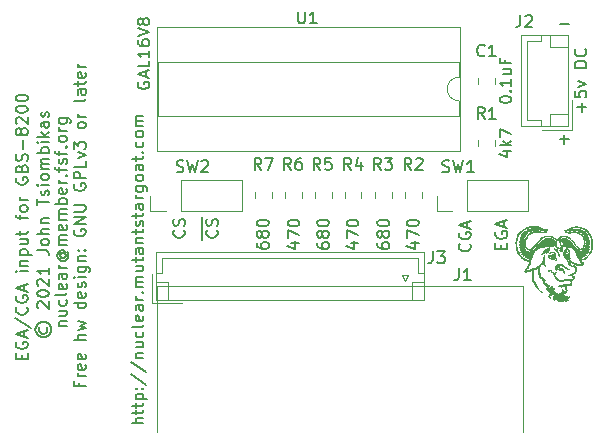
<source format=gbr>
%TF.GenerationSoftware,KiCad,Pcbnew,5.1.8+dfsg1-1+b1*%
%TF.CreationDate,2021-07-20T03:33:59+03:00*%
%TF.ProjectId,gbs-cgaega,6762732d-6367-4616-9567-612e6b696361,rev?*%
%TF.SameCoordinates,Original*%
%TF.FileFunction,Legend,Top*%
%TF.FilePolarity,Positive*%
%FSLAX46Y46*%
G04 Gerber Fmt 4.6, Leading zero omitted, Abs format (unit mm)*
G04 Created by KiCad (PCBNEW 5.1.8+dfsg1-1+b1) date 2021-07-20 03:33:59*
%MOMM*%
%LPD*%
G01*
G04 APERTURE LIST*
%ADD10C,0.150000*%
%ADD11C,0.010000*%
%ADD12C,0.120000*%
G04 APERTURE END LIST*
D10*
X156119047Y-93771428D02*
X156880952Y-93771428D01*
X156119047Y-103571428D02*
X156880952Y-103571428D01*
X156500000Y-103952380D02*
X156500000Y-103190476D01*
X157971428Y-101219047D02*
X157971428Y-100457142D01*
X158352380Y-100838095D02*
X157590476Y-100838095D01*
X157352380Y-99504761D02*
X157352380Y-99980952D01*
X157828571Y-100028571D01*
X157780952Y-99980952D01*
X157733333Y-99885714D01*
X157733333Y-99647619D01*
X157780952Y-99552380D01*
X157828571Y-99504761D01*
X157923809Y-99457142D01*
X158161904Y-99457142D01*
X158257142Y-99504761D01*
X158304761Y-99552380D01*
X158352380Y-99647619D01*
X158352380Y-99885714D01*
X158304761Y-99980952D01*
X158257142Y-100028571D01*
X157685714Y-99123809D02*
X158352380Y-98885714D01*
X157685714Y-98647619D01*
X158352380Y-97504761D02*
X157352380Y-97504761D01*
X157352380Y-97266666D01*
X157400000Y-97123809D01*
X157495238Y-97028571D01*
X157590476Y-96980952D01*
X157780952Y-96933333D01*
X157923809Y-96933333D01*
X158114285Y-96980952D01*
X158209523Y-97028571D01*
X158304761Y-97123809D01*
X158352380Y-97266666D01*
X158352380Y-97504761D01*
X158257142Y-95933333D02*
X158304761Y-95980952D01*
X158352380Y-96123809D01*
X158352380Y-96219047D01*
X158304761Y-96361904D01*
X158209523Y-96457142D01*
X158114285Y-96504761D01*
X157923809Y-96552380D01*
X157780952Y-96552380D01*
X157590476Y-96504761D01*
X157495238Y-96457142D01*
X157400000Y-96361904D01*
X157352380Y-96219047D01*
X157352380Y-96123809D01*
X157400000Y-95980952D01*
X157447619Y-95933333D01*
X120852380Y-127623809D02*
X119852380Y-127623809D01*
X120852380Y-127195238D02*
X120328571Y-127195238D01*
X120233333Y-127242857D01*
X120185714Y-127338095D01*
X120185714Y-127480952D01*
X120233333Y-127576190D01*
X120280952Y-127623809D01*
X120185714Y-126861904D02*
X120185714Y-126480952D01*
X119852380Y-126719047D02*
X120709523Y-126719047D01*
X120804761Y-126671428D01*
X120852380Y-126576190D01*
X120852380Y-126480952D01*
X120185714Y-126290476D02*
X120185714Y-125909523D01*
X119852380Y-126147619D02*
X120709523Y-126147619D01*
X120804761Y-126100000D01*
X120852380Y-126004761D01*
X120852380Y-125909523D01*
X120185714Y-125576190D02*
X121185714Y-125576190D01*
X120233333Y-125576190D02*
X120185714Y-125480952D01*
X120185714Y-125290476D01*
X120233333Y-125195238D01*
X120280952Y-125147619D01*
X120376190Y-125100000D01*
X120661904Y-125100000D01*
X120757142Y-125147619D01*
X120804761Y-125195238D01*
X120852380Y-125290476D01*
X120852380Y-125480952D01*
X120804761Y-125576190D01*
X120757142Y-124671428D02*
X120804761Y-124623809D01*
X120852380Y-124671428D01*
X120804761Y-124719047D01*
X120757142Y-124671428D01*
X120852380Y-124671428D01*
X120233333Y-124671428D02*
X120280952Y-124623809D01*
X120328571Y-124671428D01*
X120280952Y-124719047D01*
X120233333Y-124671428D01*
X120328571Y-124671428D01*
X119804761Y-123480952D02*
X121090476Y-124338095D01*
X119804761Y-122433333D02*
X121090476Y-123290476D01*
X120185714Y-122100000D02*
X120852380Y-122100000D01*
X120280952Y-122100000D02*
X120233333Y-122052380D01*
X120185714Y-121957142D01*
X120185714Y-121814285D01*
X120233333Y-121719047D01*
X120328571Y-121671428D01*
X120852380Y-121671428D01*
X120185714Y-120766666D02*
X120852380Y-120766666D01*
X120185714Y-121195238D02*
X120709523Y-121195238D01*
X120804761Y-121147619D01*
X120852380Y-121052380D01*
X120852380Y-120909523D01*
X120804761Y-120814285D01*
X120757142Y-120766666D01*
X120804761Y-119861904D02*
X120852380Y-119957142D01*
X120852380Y-120147619D01*
X120804761Y-120242857D01*
X120757142Y-120290476D01*
X120661904Y-120338095D01*
X120376190Y-120338095D01*
X120280952Y-120290476D01*
X120233333Y-120242857D01*
X120185714Y-120147619D01*
X120185714Y-119957142D01*
X120233333Y-119861904D01*
X120852380Y-119290476D02*
X120804761Y-119385714D01*
X120709523Y-119433333D01*
X119852380Y-119433333D01*
X120804761Y-118528571D02*
X120852380Y-118623809D01*
X120852380Y-118814285D01*
X120804761Y-118909523D01*
X120709523Y-118957142D01*
X120328571Y-118957142D01*
X120233333Y-118909523D01*
X120185714Y-118814285D01*
X120185714Y-118623809D01*
X120233333Y-118528571D01*
X120328571Y-118480952D01*
X120423809Y-118480952D01*
X120519047Y-118957142D01*
X120852380Y-117623809D02*
X120328571Y-117623809D01*
X120233333Y-117671428D01*
X120185714Y-117766666D01*
X120185714Y-117957142D01*
X120233333Y-118052380D01*
X120804761Y-117623809D02*
X120852380Y-117719047D01*
X120852380Y-117957142D01*
X120804761Y-118052380D01*
X120709523Y-118100000D01*
X120614285Y-118100000D01*
X120519047Y-118052380D01*
X120471428Y-117957142D01*
X120471428Y-117719047D01*
X120423809Y-117623809D01*
X120852380Y-117147619D02*
X120185714Y-117147619D01*
X120376190Y-117147619D02*
X120280952Y-117100000D01*
X120233333Y-117052380D01*
X120185714Y-116957142D01*
X120185714Y-116861904D01*
X120757142Y-116528571D02*
X120804761Y-116480952D01*
X120852380Y-116528571D01*
X120804761Y-116576190D01*
X120757142Y-116528571D01*
X120852380Y-116528571D01*
X120852380Y-116052380D02*
X120185714Y-116052380D01*
X120280952Y-116052380D02*
X120233333Y-116004761D01*
X120185714Y-115909523D01*
X120185714Y-115766666D01*
X120233333Y-115671428D01*
X120328571Y-115623809D01*
X120852380Y-115623809D01*
X120328571Y-115623809D02*
X120233333Y-115576190D01*
X120185714Y-115480952D01*
X120185714Y-115338095D01*
X120233333Y-115242857D01*
X120328571Y-115195238D01*
X120852380Y-115195238D01*
X120185714Y-114290476D02*
X120852380Y-114290476D01*
X120185714Y-114719047D02*
X120709523Y-114719047D01*
X120804761Y-114671428D01*
X120852380Y-114576190D01*
X120852380Y-114433333D01*
X120804761Y-114338095D01*
X120757142Y-114290476D01*
X120185714Y-113957142D02*
X120185714Y-113576190D01*
X119852380Y-113814285D02*
X120709523Y-113814285D01*
X120804761Y-113766666D01*
X120852380Y-113671428D01*
X120852380Y-113576190D01*
X120852380Y-112814285D02*
X120328571Y-112814285D01*
X120233333Y-112861904D01*
X120185714Y-112957142D01*
X120185714Y-113147619D01*
X120233333Y-113242857D01*
X120804761Y-112814285D02*
X120852380Y-112909523D01*
X120852380Y-113147619D01*
X120804761Y-113242857D01*
X120709523Y-113290476D01*
X120614285Y-113290476D01*
X120519047Y-113242857D01*
X120471428Y-113147619D01*
X120471428Y-112909523D01*
X120423809Y-112814285D01*
X120185714Y-112338095D02*
X120852380Y-112338095D01*
X120280952Y-112338095D02*
X120233333Y-112290476D01*
X120185714Y-112195238D01*
X120185714Y-112052380D01*
X120233333Y-111957142D01*
X120328571Y-111909523D01*
X120852380Y-111909523D01*
X120185714Y-111576190D02*
X120185714Y-111195238D01*
X119852380Y-111433333D02*
X120709523Y-111433333D01*
X120804761Y-111385714D01*
X120852380Y-111290476D01*
X120852380Y-111195238D01*
X120804761Y-110909523D02*
X120852380Y-110814285D01*
X120852380Y-110623809D01*
X120804761Y-110528571D01*
X120709523Y-110480952D01*
X120661904Y-110480952D01*
X120566666Y-110528571D01*
X120519047Y-110623809D01*
X120519047Y-110766666D01*
X120471428Y-110861904D01*
X120376190Y-110909523D01*
X120328571Y-110909523D01*
X120233333Y-110861904D01*
X120185714Y-110766666D01*
X120185714Y-110623809D01*
X120233333Y-110528571D01*
X120185714Y-110195238D02*
X120185714Y-109814285D01*
X119852380Y-110052380D02*
X120709523Y-110052380D01*
X120804761Y-110004761D01*
X120852380Y-109909523D01*
X120852380Y-109814285D01*
X120852380Y-109052380D02*
X120328571Y-109052380D01*
X120233333Y-109100000D01*
X120185714Y-109195238D01*
X120185714Y-109385714D01*
X120233333Y-109480952D01*
X120804761Y-109052380D02*
X120852380Y-109147619D01*
X120852380Y-109385714D01*
X120804761Y-109480952D01*
X120709523Y-109528571D01*
X120614285Y-109528571D01*
X120519047Y-109480952D01*
X120471428Y-109385714D01*
X120471428Y-109147619D01*
X120423809Y-109052380D01*
X120852380Y-108576190D02*
X120185714Y-108576190D01*
X120376190Y-108576190D02*
X120280952Y-108528571D01*
X120233333Y-108480952D01*
X120185714Y-108385714D01*
X120185714Y-108290476D01*
X120185714Y-107528571D02*
X120995238Y-107528571D01*
X121090476Y-107576190D01*
X121138095Y-107623809D01*
X121185714Y-107719047D01*
X121185714Y-107861904D01*
X121138095Y-107957142D01*
X120804761Y-107528571D02*
X120852380Y-107623809D01*
X120852380Y-107814285D01*
X120804761Y-107909523D01*
X120757142Y-107957142D01*
X120661904Y-108004761D01*
X120376190Y-108004761D01*
X120280952Y-107957142D01*
X120233333Y-107909523D01*
X120185714Y-107814285D01*
X120185714Y-107623809D01*
X120233333Y-107528571D01*
X120852380Y-106909523D02*
X120804761Y-107004761D01*
X120757142Y-107052380D01*
X120661904Y-107100000D01*
X120376190Y-107100000D01*
X120280952Y-107052380D01*
X120233333Y-107004761D01*
X120185714Y-106909523D01*
X120185714Y-106766666D01*
X120233333Y-106671428D01*
X120280952Y-106623809D01*
X120376190Y-106576190D01*
X120661904Y-106576190D01*
X120757142Y-106623809D01*
X120804761Y-106671428D01*
X120852380Y-106766666D01*
X120852380Y-106909523D01*
X120852380Y-105719047D02*
X120328571Y-105719047D01*
X120233333Y-105766666D01*
X120185714Y-105861904D01*
X120185714Y-106052380D01*
X120233333Y-106147619D01*
X120804761Y-105719047D02*
X120852380Y-105814285D01*
X120852380Y-106052380D01*
X120804761Y-106147619D01*
X120709523Y-106195238D01*
X120614285Y-106195238D01*
X120519047Y-106147619D01*
X120471428Y-106052380D01*
X120471428Y-105814285D01*
X120423809Y-105719047D01*
X120185714Y-105385714D02*
X120185714Y-105004761D01*
X119852380Y-105242857D02*
X120709523Y-105242857D01*
X120804761Y-105195238D01*
X120852380Y-105100000D01*
X120852380Y-105004761D01*
X120757142Y-104671428D02*
X120804761Y-104623809D01*
X120852380Y-104671428D01*
X120804761Y-104719047D01*
X120757142Y-104671428D01*
X120852380Y-104671428D01*
X120804761Y-103766666D02*
X120852380Y-103861904D01*
X120852380Y-104052380D01*
X120804761Y-104147619D01*
X120757142Y-104195238D01*
X120661904Y-104242857D01*
X120376190Y-104242857D01*
X120280952Y-104195238D01*
X120233333Y-104147619D01*
X120185714Y-104052380D01*
X120185714Y-103861904D01*
X120233333Y-103766666D01*
X120852380Y-103195238D02*
X120804761Y-103290476D01*
X120757142Y-103338095D01*
X120661904Y-103385714D01*
X120376190Y-103385714D01*
X120280952Y-103338095D01*
X120233333Y-103290476D01*
X120185714Y-103195238D01*
X120185714Y-103052380D01*
X120233333Y-102957142D01*
X120280952Y-102909523D01*
X120376190Y-102861904D01*
X120661904Y-102861904D01*
X120757142Y-102909523D01*
X120804761Y-102957142D01*
X120852380Y-103052380D01*
X120852380Y-103195238D01*
X120852380Y-102433333D02*
X120185714Y-102433333D01*
X120280952Y-102433333D02*
X120233333Y-102385714D01*
X120185714Y-102290476D01*
X120185714Y-102147619D01*
X120233333Y-102052380D01*
X120328571Y-102004761D01*
X120852380Y-102004761D01*
X120328571Y-102004761D02*
X120233333Y-101957142D01*
X120185714Y-101861904D01*
X120185714Y-101719047D01*
X120233333Y-101623809D01*
X120328571Y-101576190D01*
X120852380Y-101576190D01*
X113685714Y-119409523D02*
X114352380Y-119409523D01*
X113780952Y-119409523D02*
X113733333Y-119361904D01*
X113685714Y-119266666D01*
X113685714Y-119123809D01*
X113733333Y-119028571D01*
X113828571Y-118980952D01*
X114352380Y-118980952D01*
X113685714Y-118076190D02*
X114352380Y-118076190D01*
X113685714Y-118504761D02*
X114209523Y-118504761D01*
X114304761Y-118457142D01*
X114352380Y-118361904D01*
X114352380Y-118219047D01*
X114304761Y-118123809D01*
X114257142Y-118076190D01*
X114304761Y-117171428D02*
X114352380Y-117266666D01*
X114352380Y-117457142D01*
X114304761Y-117552380D01*
X114257142Y-117600000D01*
X114161904Y-117647619D01*
X113876190Y-117647619D01*
X113780952Y-117600000D01*
X113733333Y-117552380D01*
X113685714Y-117457142D01*
X113685714Y-117266666D01*
X113733333Y-117171428D01*
X114352380Y-116600000D02*
X114304761Y-116695238D01*
X114209523Y-116742857D01*
X113352380Y-116742857D01*
X114304761Y-115838095D02*
X114352380Y-115933333D01*
X114352380Y-116123809D01*
X114304761Y-116219047D01*
X114209523Y-116266666D01*
X113828571Y-116266666D01*
X113733333Y-116219047D01*
X113685714Y-116123809D01*
X113685714Y-115933333D01*
X113733333Y-115838095D01*
X113828571Y-115790476D01*
X113923809Y-115790476D01*
X114019047Y-116266666D01*
X114352380Y-114933333D02*
X113828571Y-114933333D01*
X113733333Y-114980952D01*
X113685714Y-115076190D01*
X113685714Y-115266666D01*
X113733333Y-115361904D01*
X114304761Y-114933333D02*
X114352380Y-115028571D01*
X114352380Y-115266666D01*
X114304761Y-115361904D01*
X114209523Y-115409523D01*
X114114285Y-115409523D01*
X114019047Y-115361904D01*
X113971428Y-115266666D01*
X113971428Y-115028571D01*
X113923809Y-114933333D01*
X114352380Y-114457142D02*
X113685714Y-114457142D01*
X113876190Y-114457142D02*
X113780952Y-114409523D01*
X113733333Y-114361904D01*
X113685714Y-114266666D01*
X113685714Y-114171428D01*
X113876190Y-113219047D02*
X113828571Y-113266666D01*
X113780952Y-113361904D01*
X113780952Y-113457142D01*
X113828571Y-113552380D01*
X113876190Y-113600000D01*
X113971428Y-113647619D01*
X114066666Y-113647619D01*
X114161904Y-113600000D01*
X114209523Y-113552380D01*
X114257142Y-113457142D01*
X114257142Y-113361904D01*
X114209523Y-113266666D01*
X114161904Y-113219047D01*
X113780952Y-113219047D02*
X114161904Y-113219047D01*
X114209523Y-113171428D01*
X114209523Y-113123809D01*
X114161904Y-113028571D01*
X114066666Y-112980952D01*
X113828571Y-112980952D01*
X113685714Y-113076190D01*
X113590476Y-113219047D01*
X113542857Y-113409523D01*
X113590476Y-113600000D01*
X113685714Y-113742857D01*
X113828571Y-113838095D01*
X114019047Y-113885714D01*
X114209523Y-113838095D01*
X114352380Y-113742857D01*
X114447619Y-113600000D01*
X114495238Y-113409523D01*
X114447619Y-113219047D01*
X114352380Y-113076190D01*
X114352380Y-112552380D02*
X113685714Y-112552380D01*
X113780952Y-112552380D02*
X113733333Y-112504761D01*
X113685714Y-112409523D01*
X113685714Y-112266666D01*
X113733333Y-112171428D01*
X113828571Y-112123809D01*
X114352380Y-112123809D01*
X113828571Y-112123809D02*
X113733333Y-112076190D01*
X113685714Y-111980952D01*
X113685714Y-111838095D01*
X113733333Y-111742857D01*
X113828571Y-111695238D01*
X114352380Y-111695238D01*
X114304761Y-110838095D02*
X114352380Y-110933333D01*
X114352380Y-111123809D01*
X114304761Y-111219047D01*
X114209523Y-111266666D01*
X113828571Y-111266666D01*
X113733333Y-111219047D01*
X113685714Y-111123809D01*
X113685714Y-110933333D01*
X113733333Y-110838095D01*
X113828571Y-110790476D01*
X113923809Y-110790476D01*
X114019047Y-111266666D01*
X114352380Y-110361904D02*
X113685714Y-110361904D01*
X113780952Y-110361904D02*
X113733333Y-110314285D01*
X113685714Y-110219047D01*
X113685714Y-110076190D01*
X113733333Y-109980952D01*
X113828571Y-109933333D01*
X114352380Y-109933333D01*
X113828571Y-109933333D02*
X113733333Y-109885714D01*
X113685714Y-109790476D01*
X113685714Y-109647619D01*
X113733333Y-109552380D01*
X113828571Y-109504761D01*
X114352380Y-109504761D01*
X114352380Y-109028571D02*
X113352380Y-109028571D01*
X113733333Y-109028571D02*
X113685714Y-108933333D01*
X113685714Y-108742857D01*
X113733333Y-108647619D01*
X113780952Y-108600000D01*
X113876190Y-108552380D01*
X114161904Y-108552380D01*
X114257142Y-108600000D01*
X114304761Y-108647619D01*
X114352380Y-108742857D01*
X114352380Y-108933333D01*
X114304761Y-109028571D01*
X114304761Y-107742857D02*
X114352380Y-107838095D01*
X114352380Y-108028571D01*
X114304761Y-108123809D01*
X114209523Y-108171428D01*
X113828571Y-108171428D01*
X113733333Y-108123809D01*
X113685714Y-108028571D01*
X113685714Y-107838095D01*
X113733333Y-107742857D01*
X113828571Y-107695238D01*
X113923809Y-107695238D01*
X114019047Y-108171428D01*
X114352380Y-107266666D02*
X113685714Y-107266666D01*
X113876190Y-107266666D02*
X113780952Y-107219047D01*
X113733333Y-107171428D01*
X113685714Y-107076190D01*
X113685714Y-106980952D01*
X114257142Y-106647619D02*
X114304761Y-106600000D01*
X114352380Y-106647619D01*
X114304761Y-106695238D01*
X114257142Y-106647619D01*
X114352380Y-106647619D01*
X113685714Y-106314285D02*
X113685714Y-105933333D01*
X114352380Y-106171428D02*
X113495238Y-106171428D01*
X113400000Y-106123809D01*
X113352380Y-106028571D01*
X113352380Y-105933333D01*
X114304761Y-105647619D02*
X114352380Y-105552380D01*
X114352380Y-105361904D01*
X114304761Y-105266666D01*
X114209523Y-105219047D01*
X114161904Y-105219047D01*
X114066666Y-105266666D01*
X114019047Y-105361904D01*
X114019047Y-105504761D01*
X113971428Y-105600000D01*
X113876190Y-105647619D01*
X113828571Y-105647619D01*
X113733333Y-105600000D01*
X113685714Y-105504761D01*
X113685714Y-105361904D01*
X113733333Y-105266666D01*
X113685714Y-104933333D02*
X113685714Y-104552380D01*
X114352380Y-104790476D02*
X113495238Y-104790476D01*
X113400000Y-104742857D01*
X113352380Y-104647619D01*
X113352380Y-104552380D01*
X114257142Y-104219047D02*
X114304761Y-104171428D01*
X114352380Y-104219047D01*
X114304761Y-104266666D01*
X114257142Y-104219047D01*
X114352380Y-104219047D01*
X114352380Y-103600000D02*
X114304761Y-103695238D01*
X114257142Y-103742857D01*
X114161904Y-103790476D01*
X113876190Y-103790476D01*
X113780952Y-103742857D01*
X113733333Y-103695238D01*
X113685714Y-103600000D01*
X113685714Y-103457142D01*
X113733333Y-103361904D01*
X113780952Y-103314285D01*
X113876190Y-103266666D01*
X114161904Y-103266666D01*
X114257142Y-103314285D01*
X114304761Y-103361904D01*
X114352380Y-103457142D01*
X114352380Y-103600000D01*
X114352380Y-102838095D02*
X113685714Y-102838095D01*
X113876190Y-102838095D02*
X113780952Y-102790476D01*
X113733333Y-102742857D01*
X113685714Y-102647619D01*
X113685714Y-102552380D01*
X113685714Y-101790476D02*
X114495238Y-101790476D01*
X114590476Y-101838095D01*
X114638095Y-101885714D01*
X114685714Y-101980952D01*
X114685714Y-102123809D01*
X114638095Y-102219047D01*
X114304761Y-101790476D02*
X114352380Y-101885714D01*
X114352380Y-102076190D01*
X114304761Y-102171428D01*
X114257142Y-102219047D01*
X114161904Y-102266666D01*
X113876190Y-102266666D01*
X113780952Y-102219047D01*
X113733333Y-102171428D01*
X113685714Y-102076190D01*
X113685714Y-101885714D01*
X113733333Y-101790476D01*
X115428571Y-124161904D02*
X115428571Y-124495238D01*
X115952380Y-124495238D02*
X114952380Y-124495238D01*
X114952380Y-124019047D01*
X115952380Y-123638095D02*
X115285714Y-123638095D01*
X115476190Y-123638095D02*
X115380952Y-123590476D01*
X115333333Y-123542857D01*
X115285714Y-123447619D01*
X115285714Y-123352380D01*
X115904761Y-122638095D02*
X115952380Y-122733333D01*
X115952380Y-122923809D01*
X115904761Y-123019047D01*
X115809523Y-123066666D01*
X115428571Y-123066666D01*
X115333333Y-123019047D01*
X115285714Y-122923809D01*
X115285714Y-122733333D01*
X115333333Y-122638095D01*
X115428571Y-122590476D01*
X115523809Y-122590476D01*
X115619047Y-123066666D01*
X115904761Y-121780952D02*
X115952380Y-121876190D01*
X115952380Y-122066666D01*
X115904761Y-122161904D01*
X115809523Y-122209523D01*
X115428571Y-122209523D01*
X115333333Y-122161904D01*
X115285714Y-122066666D01*
X115285714Y-121876190D01*
X115333333Y-121780952D01*
X115428571Y-121733333D01*
X115523809Y-121733333D01*
X115619047Y-122209523D01*
X115952380Y-120542857D02*
X114952380Y-120542857D01*
X115952380Y-120114285D02*
X115428571Y-120114285D01*
X115333333Y-120161904D01*
X115285714Y-120257142D01*
X115285714Y-120400000D01*
X115333333Y-120495238D01*
X115380952Y-120542857D01*
X115285714Y-119733333D02*
X115952380Y-119542857D01*
X115476190Y-119352380D01*
X115952380Y-119161904D01*
X115285714Y-118971428D01*
X115952380Y-117400000D02*
X114952380Y-117400000D01*
X115904761Y-117400000D02*
X115952380Y-117495238D01*
X115952380Y-117685714D01*
X115904761Y-117780952D01*
X115857142Y-117828571D01*
X115761904Y-117876190D01*
X115476190Y-117876190D01*
X115380952Y-117828571D01*
X115333333Y-117780952D01*
X115285714Y-117685714D01*
X115285714Y-117495238D01*
X115333333Y-117400000D01*
X115904761Y-116542857D02*
X115952380Y-116638095D01*
X115952380Y-116828571D01*
X115904761Y-116923809D01*
X115809523Y-116971428D01*
X115428571Y-116971428D01*
X115333333Y-116923809D01*
X115285714Y-116828571D01*
X115285714Y-116638095D01*
X115333333Y-116542857D01*
X115428571Y-116495238D01*
X115523809Y-116495238D01*
X115619047Y-116971428D01*
X115904761Y-116114285D02*
X115952380Y-116019047D01*
X115952380Y-115828571D01*
X115904761Y-115733333D01*
X115809523Y-115685714D01*
X115761904Y-115685714D01*
X115666666Y-115733333D01*
X115619047Y-115828571D01*
X115619047Y-115971428D01*
X115571428Y-116066666D01*
X115476190Y-116114285D01*
X115428571Y-116114285D01*
X115333333Y-116066666D01*
X115285714Y-115971428D01*
X115285714Y-115828571D01*
X115333333Y-115733333D01*
X115952380Y-115257142D02*
X115285714Y-115257142D01*
X114952380Y-115257142D02*
X115000000Y-115304761D01*
X115047619Y-115257142D01*
X115000000Y-115209523D01*
X114952380Y-115257142D01*
X115047619Y-115257142D01*
X115285714Y-114352380D02*
X116095238Y-114352380D01*
X116190476Y-114400000D01*
X116238095Y-114447619D01*
X116285714Y-114542857D01*
X116285714Y-114685714D01*
X116238095Y-114780952D01*
X115904761Y-114352380D02*
X115952380Y-114447619D01*
X115952380Y-114638095D01*
X115904761Y-114733333D01*
X115857142Y-114780952D01*
X115761904Y-114828571D01*
X115476190Y-114828571D01*
X115380952Y-114780952D01*
X115333333Y-114733333D01*
X115285714Y-114638095D01*
X115285714Y-114447619D01*
X115333333Y-114352380D01*
X115285714Y-113876190D02*
X115952380Y-113876190D01*
X115380952Y-113876190D02*
X115333333Y-113828571D01*
X115285714Y-113733333D01*
X115285714Y-113590476D01*
X115333333Y-113495238D01*
X115428571Y-113447619D01*
X115952380Y-113447619D01*
X115857142Y-112971428D02*
X115904761Y-112923809D01*
X115952380Y-112971428D01*
X115904761Y-113019047D01*
X115857142Y-112971428D01*
X115952380Y-112971428D01*
X115333333Y-112971428D02*
X115380952Y-112923809D01*
X115428571Y-112971428D01*
X115380952Y-113019047D01*
X115333333Y-112971428D01*
X115428571Y-112971428D01*
X115000000Y-111209523D02*
X114952380Y-111304761D01*
X114952380Y-111447619D01*
X115000000Y-111590476D01*
X115095238Y-111685714D01*
X115190476Y-111733333D01*
X115380952Y-111780952D01*
X115523809Y-111780952D01*
X115714285Y-111733333D01*
X115809523Y-111685714D01*
X115904761Y-111590476D01*
X115952380Y-111447619D01*
X115952380Y-111352380D01*
X115904761Y-111209523D01*
X115857142Y-111161904D01*
X115523809Y-111161904D01*
X115523809Y-111352380D01*
X115952380Y-110733333D02*
X114952380Y-110733333D01*
X115952380Y-110161904D01*
X114952380Y-110161904D01*
X114952380Y-109685714D02*
X115761904Y-109685714D01*
X115857142Y-109638095D01*
X115904761Y-109590476D01*
X115952380Y-109495238D01*
X115952380Y-109304761D01*
X115904761Y-109209523D01*
X115857142Y-109161904D01*
X115761904Y-109114285D01*
X114952380Y-109114285D01*
X115000000Y-107352380D02*
X114952380Y-107447619D01*
X114952380Y-107590476D01*
X115000000Y-107733333D01*
X115095238Y-107828571D01*
X115190476Y-107876190D01*
X115380952Y-107923809D01*
X115523809Y-107923809D01*
X115714285Y-107876190D01*
X115809523Y-107828571D01*
X115904761Y-107733333D01*
X115952380Y-107590476D01*
X115952380Y-107495238D01*
X115904761Y-107352380D01*
X115857142Y-107304761D01*
X115523809Y-107304761D01*
X115523809Y-107495238D01*
X115952380Y-106876190D02*
X114952380Y-106876190D01*
X114952380Y-106495238D01*
X115000000Y-106400000D01*
X115047619Y-106352380D01*
X115142857Y-106304761D01*
X115285714Y-106304761D01*
X115380952Y-106352380D01*
X115428571Y-106400000D01*
X115476190Y-106495238D01*
X115476190Y-106876190D01*
X115952380Y-105400000D02*
X115952380Y-105876190D01*
X114952380Y-105876190D01*
X115285714Y-105161904D02*
X115952380Y-104923809D01*
X115285714Y-104685714D01*
X114952380Y-104400000D02*
X114952380Y-103780952D01*
X115333333Y-104114285D01*
X115333333Y-103971428D01*
X115380952Y-103876190D01*
X115428571Y-103828571D01*
X115523809Y-103780952D01*
X115761904Y-103780952D01*
X115857142Y-103828571D01*
X115904761Y-103876190D01*
X115952380Y-103971428D01*
X115952380Y-104257142D01*
X115904761Y-104352380D01*
X115857142Y-104400000D01*
X115952380Y-102447619D02*
X115904761Y-102542857D01*
X115857142Y-102590476D01*
X115761904Y-102638095D01*
X115476190Y-102638095D01*
X115380952Y-102590476D01*
X115333333Y-102542857D01*
X115285714Y-102447619D01*
X115285714Y-102304761D01*
X115333333Y-102209523D01*
X115380952Y-102161904D01*
X115476190Y-102114285D01*
X115761904Y-102114285D01*
X115857142Y-102161904D01*
X115904761Y-102209523D01*
X115952380Y-102304761D01*
X115952380Y-102447619D01*
X115952380Y-101685714D02*
X115285714Y-101685714D01*
X115476190Y-101685714D02*
X115380952Y-101638095D01*
X115333333Y-101590476D01*
X115285714Y-101495238D01*
X115285714Y-101400000D01*
X115952380Y-100161904D02*
X115904761Y-100257142D01*
X115809523Y-100304761D01*
X114952380Y-100304761D01*
X115952380Y-99352380D02*
X115428571Y-99352380D01*
X115333333Y-99400000D01*
X115285714Y-99495238D01*
X115285714Y-99685714D01*
X115333333Y-99780952D01*
X115904761Y-99352380D02*
X115952380Y-99447619D01*
X115952380Y-99685714D01*
X115904761Y-99780952D01*
X115809523Y-99828571D01*
X115714285Y-99828571D01*
X115619047Y-99780952D01*
X115571428Y-99685714D01*
X115571428Y-99447619D01*
X115523809Y-99352380D01*
X115285714Y-99019047D02*
X115285714Y-98638095D01*
X114952380Y-98876190D02*
X115809523Y-98876190D01*
X115904761Y-98828571D01*
X115952380Y-98733333D01*
X115952380Y-98638095D01*
X115904761Y-97923809D02*
X115952380Y-98019047D01*
X115952380Y-98209523D01*
X115904761Y-98304761D01*
X115809523Y-98352380D01*
X115428571Y-98352380D01*
X115333333Y-98304761D01*
X115285714Y-98209523D01*
X115285714Y-98019047D01*
X115333333Y-97923809D01*
X115428571Y-97876190D01*
X115523809Y-97876190D01*
X115619047Y-98352380D01*
X115952380Y-97447619D02*
X115285714Y-97447619D01*
X115476190Y-97447619D02*
X115380952Y-97400000D01*
X115333333Y-97352380D01*
X115285714Y-97257142D01*
X115285714Y-97161904D01*
X112090476Y-119490476D02*
X112042857Y-119585714D01*
X112042857Y-119776190D01*
X112090476Y-119871428D01*
X112185714Y-119966666D01*
X112280952Y-120014285D01*
X112471428Y-120014285D01*
X112566666Y-119966666D01*
X112661904Y-119871428D01*
X112709523Y-119776190D01*
X112709523Y-119585714D01*
X112661904Y-119490476D01*
X111709523Y-119680952D02*
X111757142Y-119919047D01*
X111900000Y-120157142D01*
X112138095Y-120300000D01*
X112376190Y-120347619D01*
X112614285Y-120300000D01*
X112852380Y-120157142D01*
X112995238Y-119919047D01*
X113042857Y-119680952D01*
X112995238Y-119442857D01*
X112852380Y-119204761D01*
X112614285Y-119061904D01*
X112376190Y-119014285D01*
X112138095Y-119061904D01*
X111900000Y-119204761D01*
X111757142Y-119442857D01*
X111709523Y-119680952D01*
X111947619Y-117871428D02*
X111900000Y-117823809D01*
X111852380Y-117728571D01*
X111852380Y-117490476D01*
X111900000Y-117395238D01*
X111947619Y-117347619D01*
X112042857Y-117300000D01*
X112138095Y-117300000D01*
X112280952Y-117347619D01*
X112852380Y-117919047D01*
X112852380Y-117300000D01*
X111852380Y-116680952D02*
X111852380Y-116585714D01*
X111900000Y-116490476D01*
X111947619Y-116442857D01*
X112042857Y-116395238D01*
X112233333Y-116347619D01*
X112471428Y-116347619D01*
X112661904Y-116395238D01*
X112757142Y-116442857D01*
X112804761Y-116490476D01*
X112852380Y-116585714D01*
X112852380Y-116680952D01*
X112804761Y-116776190D01*
X112757142Y-116823809D01*
X112661904Y-116871428D01*
X112471428Y-116919047D01*
X112233333Y-116919047D01*
X112042857Y-116871428D01*
X111947619Y-116823809D01*
X111900000Y-116776190D01*
X111852380Y-116680952D01*
X111947619Y-115966666D02*
X111900000Y-115919047D01*
X111852380Y-115823809D01*
X111852380Y-115585714D01*
X111900000Y-115490476D01*
X111947619Y-115442857D01*
X112042857Y-115395238D01*
X112138095Y-115395238D01*
X112280952Y-115442857D01*
X112852380Y-116014285D01*
X112852380Y-115395238D01*
X112852380Y-114442857D02*
X112852380Y-115014285D01*
X112852380Y-114728571D02*
X111852380Y-114728571D01*
X111995238Y-114823809D01*
X112090476Y-114919047D01*
X112138095Y-115014285D01*
X111852380Y-112966666D02*
X112566666Y-112966666D01*
X112709523Y-113014285D01*
X112804761Y-113109523D01*
X112852380Y-113252380D01*
X112852380Y-113347619D01*
X112852380Y-112347619D02*
X112804761Y-112442857D01*
X112757142Y-112490476D01*
X112661904Y-112538095D01*
X112376190Y-112538095D01*
X112280952Y-112490476D01*
X112233333Y-112442857D01*
X112185714Y-112347619D01*
X112185714Y-112204761D01*
X112233333Y-112109523D01*
X112280952Y-112061904D01*
X112376190Y-112014285D01*
X112661904Y-112014285D01*
X112757142Y-112061904D01*
X112804761Y-112109523D01*
X112852380Y-112204761D01*
X112852380Y-112347619D01*
X112852380Y-111585714D02*
X111852380Y-111585714D01*
X112852380Y-111157142D02*
X112328571Y-111157142D01*
X112233333Y-111204761D01*
X112185714Y-111300000D01*
X112185714Y-111442857D01*
X112233333Y-111538095D01*
X112280952Y-111585714D01*
X112185714Y-110680952D02*
X112852380Y-110680952D01*
X112280952Y-110680952D02*
X112233333Y-110633333D01*
X112185714Y-110538095D01*
X112185714Y-110395238D01*
X112233333Y-110300000D01*
X112328571Y-110252380D01*
X112852380Y-110252380D01*
X111852380Y-109157142D02*
X111852380Y-108585714D01*
X112852380Y-108871428D02*
X111852380Y-108871428D01*
X112804761Y-108300000D02*
X112852380Y-108204761D01*
X112852380Y-108014285D01*
X112804761Y-107919047D01*
X112709523Y-107871428D01*
X112661904Y-107871428D01*
X112566666Y-107919047D01*
X112519047Y-108014285D01*
X112519047Y-108157142D01*
X112471428Y-108252380D01*
X112376190Y-108300000D01*
X112328571Y-108300000D01*
X112233333Y-108252380D01*
X112185714Y-108157142D01*
X112185714Y-108014285D01*
X112233333Y-107919047D01*
X112852380Y-107442857D02*
X112185714Y-107442857D01*
X111852380Y-107442857D02*
X111900000Y-107490476D01*
X111947619Y-107442857D01*
X111900000Y-107395238D01*
X111852380Y-107442857D01*
X111947619Y-107442857D01*
X112852380Y-106823809D02*
X112804761Y-106919047D01*
X112757142Y-106966666D01*
X112661904Y-107014285D01*
X112376190Y-107014285D01*
X112280952Y-106966666D01*
X112233333Y-106919047D01*
X112185714Y-106823809D01*
X112185714Y-106680952D01*
X112233333Y-106585714D01*
X112280952Y-106538095D01*
X112376190Y-106490476D01*
X112661904Y-106490476D01*
X112757142Y-106538095D01*
X112804761Y-106585714D01*
X112852380Y-106680952D01*
X112852380Y-106823809D01*
X112852380Y-106061904D02*
X112185714Y-106061904D01*
X112280952Y-106061904D02*
X112233333Y-106014285D01*
X112185714Y-105919047D01*
X112185714Y-105776190D01*
X112233333Y-105680952D01*
X112328571Y-105633333D01*
X112852380Y-105633333D01*
X112328571Y-105633333D02*
X112233333Y-105585714D01*
X112185714Y-105490476D01*
X112185714Y-105347619D01*
X112233333Y-105252380D01*
X112328571Y-105204761D01*
X112852380Y-105204761D01*
X112852380Y-104728571D02*
X111852380Y-104728571D01*
X112233333Y-104728571D02*
X112185714Y-104633333D01*
X112185714Y-104442857D01*
X112233333Y-104347619D01*
X112280952Y-104300000D01*
X112376190Y-104252380D01*
X112661904Y-104252380D01*
X112757142Y-104300000D01*
X112804761Y-104347619D01*
X112852380Y-104442857D01*
X112852380Y-104633333D01*
X112804761Y-104728571D01*
X112852380Y-103823809D02*
X112185714Y-103823809D01*
X111852380Y-103823809D02*
X111900000Y-103871428D01*
X111947619Y-103823809D01*
X111900000Y-103776190D01*
X111852380Y-103823809D01*
X111947619Y-103823809D01*
X112852380Y-103347619D02*
X111852380Y-103347619D01*
X112471428Y-103252380D02*
X112852380Y-102966666D01*
X112185714Y-102966666D02*
X112566666Y-103347619D01*
X112852380Y-102109523D02*
X112328571Y-102109523D01*
X112233333Y-102157142D01*
X112185714Y-102252380D01*
X112185714Y-102442857D01*
X112233333Y-102538095D01*
X112804761Y-102109523D02*
X112852380Y-102204761D01*
X112852380Y-102442857D01*
X112804761Y-102538095D01*
X112709523Y-102585714D01*
X112614285Y-102585714D01*
X112519047Y-102538095D01*
X112471428Y-102442857D01*
X112471428Y-102204761D01*
X112423809Y-102109523D01*
X112804761Y-101680952D02*
X112852380Y-101585714D01*
X112852380Y-101395238D01*
X112804761Y-101300000D01*
X112709523Y-101252380D01*
X112661904Y-101252380D01*
X112566666Y-101300000D01*
X112519047Y-101395238D01*
X112519047Y-101538095D01*
X112471428Y-101633333D01*
X112376190Y-101680952D01*
X112328571Y-101680952D01*
X112233333Y-101633333D01*
X112185714Y-101538095D01*
X112185714Y-101395238D01*
X112233333Y-101300000D01*
X110528571Y-122166666D02*
X110528571Y-121833333D01*
X111052380Y-121690476D02*
X111052380Y-122166666D01*
X110052380Y-122166666D01*
X110052380Y-121690476D01*
X110100000Y-120738095D02*
X110052380Y-120833333D01*
X110052380Y-120976190D01*
X110100000Y-121119047D01*
X110195238Y-121214285D01*
X110290476Y-121261904D01*
X110480952Y-121309523D01*
X110623809Y-121309523D01*
X110814285Y-121261904D01*
X110909523Y-121214285D01*
X111004761Y-121119047D01*
X111052380Y-120976190D01*
X111052380Y-120880952D01*
X111004761Y-120738095D01*
X110957142Y-120690476D01*
X110623809Y-120690476D01*
X110623809Y-120880952D01*
X110766666Y-120309523D02*
X110766666Y-119833333D01*
X111052380Y-120404761D02*
X110052380Y-120071428D01*
X111052380Y-119738095D01*
X110004761Y-118690476D02*
X111290476Y-119547619D01*
X110957142Y-117785714D02*
X111004761Y-117833333D01*
X111052380Y-117976190D01*
X111052380Y-118071428D01*
X111004761Y-118214285D01*
X110909523Y-118309523D01*
X110814285Y-118357142D01*
X110623809Y-118404761D01*
X110480952Y-118404761D01*
X110290476Y-118357142D01*
X110195238Y-118309523D01*
X110100000Y-118214285D01*
X110052380Y-118071428D01*
X110052380Y-117976190D01*
X110100000Y-117833333D01*
X110147619Y-117785714D01*
X110100000Y-116833333D02*
X110052380Y-116928571D01*
X110052380Y-117071428D01*
X110100000Y-117214285D01*
X110195238Y-117309523D01*
X110290476Y-117357142D01*
X110480952Y-117404761D01*
X110623809Y-117404761D01*
X110814285Y-117357142D01*
X110909523Y-117309523D01*
X111004761Y-117214285D01*
X111052380Y-117071428D01*
X111052380Y-116976190D01*
X111004761Y-116833333D01*
X110957142Y-116785714D01*
X110623809Y-116785714D01*
X110623809Y-116976190D01*
X110766666Y-116404761D02*
X110766666Y-115928571D01*
X111052380Y-116500000D02*
X110052380Y-116166666D01*
X111052380Y-115833333D01*
X111052380Y-114738095D02*
X110385714Y-114738095D01*
X110052380Y-114738095D02*
X110100000Y-114785714D01*
X110147619Y-114738095D01*
X110100000Y-114690476D01*
X110052380Y-114738095D01*
X110147619Y-114738095D01*
X110385714Y-114261904D02*
X111052380Y-114261904D01*
X110480952Y-114261904D02*
X110433333Y-114214285D01*
X110385714Y-114119047D01*
X110385714Y-113976190D01*
X110433333Y-113880952D01*
X110528571Y-113833333D01*
X111052380Y-113833333D01*
X110385714Y-113357142D02*
X111385714Y-113357142D01*
X110433333Y-113357142D02*
X110385714Y-113261904D01*
X110385714Y-113071428D01*
X110433333Y-112976190D01*
X110480952Y-112928571D01*
X110576190Y-112880952D01*
X110861904Y-112880952D01*
X110957142Y-112928571D01*
X111004761Y-112976190D01*
X111052380Y-113071428D01*
X111052380Y-113261904D01*
X111004761Y-113357142D01*
X110385714Y-112023809D02*
X111052380Y-112023809D01*
X110385714Y-112452380D02*
X110909523Y-112452380D01*
X111004761Y-112404761D01*
X111052380Y-112309523D01*
X111052380Y-112166666D01*
X111004761Y-112071428D01*
X110957142Y-112023809D01*
X110385714Y-111690476D02*
X110385714Y-111309523D01*
X110052380Y-111547619D02*
X110909523Y-111547619D01*
X111004761Y-111500000D01*
X111052380Y-111404761D01*
X111052380Y-111309523D01*
X110385714Y-110357142D02*
X110385714Y-109976190D01*
X111052380Y-110214285D02*
X110195238Y-110214285D01*
X110100000Y-110166666D01*
X110052380Y-110071428D01*
X110052380Y-109976190D01*
X111052380Y-109500000D02*
X111004761Y-109595238D01*
X110957142Y-109642857D01*
X110861904Y-109690476D01*
X110576190Y-109690476D01*
X110480952Y-109642857D01*
X110433333Y-109595238D01*
X110385714Y-109500000D01*
X110385714Y-109357142D01*
X110433333Y-109261904D01*
X110480952Y-109214285D01*
X110576190Y-109166666D01*
X110861904Y-109166666D01*
X110957142Y-109214285D01*
X111004761Y-109261904D01*
X111052380Y-109357142D01*
X111052380Y-109500000D01*
X111052380Y-108738095D02*
X110385714Y-108738095D01*
X110576190Y-108738095D02*
X110480952Y-108690476D01*
X110433333Y-108642857D01*
X110385714Y-108547619D01*
X110385714Y-108452380D01*
X110100000Y-106833333D02*
X110052380Y-106928571D01*
X110052380Y-107071428D01*
X110100000Y-107214285D01*
X110195238Y-107309523D01*
X110290476Y-107357142D01*
X110480952Y-107404761D01*
X110623809Y-107404761D01*
X110814285Y-107357142D01*
X110909523Y-107309523D01*
X111004761Y-107214285D01*
X111052380Y-107071428D01*
X111052380Y-106976190D01*
X111004761Y-106833333D01*
X110957142Y-106785714D01*
X110623809Y-106785714D01*
X110623809Y-106976190D01*
X110528571Y-106023809D02*
X110576190Y-105880952D01*
X110623809Y-105833333D01*
X110719047Y-105785714D01*
X110861904Y-105785714D01*
X110957142Y-105833333D01*
X111004761Y-105880952D01*
X111052380Y-105976190D01*
X111052380Y-106357142D01*
X110052380Y-106357142D01*
X110052380Y-106023809D01*
X110100000Y-105928571D01*
X110147619Y-105880952D01*
X110242857Y-105833333D01*
X110338095Y-105833333D01*
X110433333Y-105880952D01*
X110480952Y-105928571D01*
X110528571Y-106023809D01*
X110528571Y-106357142D01*
X111004761Y-105404761D02*
X111052380Y-105261904D01*
X111052380Y-105023809D01*
X111004761Y-104928571D01*
X110957142Y-104880952D01*
X110861904Y-104833333D01*
X110766666Y-104833333D01*
X110671428Y-104880952D01*
X110623809Y-104928571D01*
X110576190Y-105023809D01*
X110528571Y-105214285D01*
X110480952Y-105309523D01*
X110433333Y-105357142D01*
X110338095Y-105404761D01*
X110242857Y-105404761D01*
X110147619Y-105357142D01*
X110100000Y-105309523D01*
X110052380Y-105214285D01*
X110052380Y-104976190D01*
X110100000Y-104833333D01*
X110671428Y-104404761D02*
X110671428Y-103642857D01*
X110480952Y-103023809D02*
X110433333Y-103119047D01*
X110385714Y-103166666D01*
X110290476Y-103214285D01*
X110242857Y-103214285D01*
X110147619Y-103166666D01*
X110100000Y-103119047D01*
X110052380Y-103023809D01*
X110052380Y-102833333D01*
X110100000Y-102738095D01*
X110147619Y-102690476D01*
X110242857Y-102642857D01*
X110290476Y-102642857D01*
X110385714Y-102690476D01*
X110433333Y-102738095D01*
X110480952Y-102833333D01*
X110480952Y-103023809D01*
X110528571Y-103119047D01*
X110576190Y-103166666D01*
X110671428Y-103214285D01*
X110861904Y-103214285D01*
X110957142Y-103166666D01*
X111004761Y-103119047D01*
X111052380Y-103023809D01*
X111052380Y-102833333D01*
X111004761Y-102738095D01*
X110957142Y-102690476D01*
X110861904Y-102642857D01*
X110671428Y-102642857D01*
X110576190Y-102690476D01*
X110528571Y-102738095D01*
X110480952Y-102833333D01*
X110147619Y-102261904D02*
X110100000Y-102214285D01*
X110052380Y-102119047D01*
X110052380Y-101880952D01*
X110100000Y-101785714D01*
X110147619Y-101738095D01*
X110242857Y-101690476D01*
X110338095Y-101690476D01*
X110480952Y-101738095D01*
X111052380Y-102309523D01*
X111052380Y-101690476D01*
X110052380Y-101071428D02*
X110052380Y-100976190D01*
X110100000Y-100880952D01*
X110147619Y-100833333D01*
X110242857Y-100785714D01*
X110433333Y-100738095D01*
X110671428Y-100738095D01*
X110861904Y-100785714D01*
X110957142Y-100833333D01*
X111004761Y-100880952D01*
X111052380Y-100976190D01*
X111052380Y-101071428D01*
X111004761Y-101166666D01*
X110957142Y-101214285D01*
X110861904Y-101261904D01*
X110671428Y-101309523D01*
X110433333Y-101309523D01*
X110242857Y-101261904D01*
X110147619Y-101214285D01*
X110100000Y-101166666D01*
X110052380Y-101071428D01*
X110052380Y-100119047D02*
X110052380Y-100023809D01*
X110100000Y-99928571D01*
X110147619Y-99880952D01*
X110242857Y-99833333D01*
X110433333Y-99785714D01*
X110671428Y-99785714D01*
X110861904Y-99833333D01*
X110957142Y-99880952D01*
X111004761Y-99928571D01*
X111052380Y-100023809D01*
X111052380Y-100119047D01*
X111004761Y-100214285D01*
X110957142Y-100261904D01*
X110861904Y-100309523D01*
X110671428Y-100357142D01*
X110433333Y-100357142D01*
X110242857Y-100309523D01*
X110147619Y-100261904D01*
X110100000Y-100214285D01*
X110052380Y-100119047D01*
X148457142Y-112419047D02*
X148504761Y-112466666D01*
X148552380Y-112609523D01*
X148552380Y-112704761D01*
X148504761Y-112847619D01*
X148409523Y-112942857D01*
X148314285Y-112990476D01*
X148123809Y-113038095D01*
X147980952Y-113038095D01*
X147790476Y-112990476D01*
X147695238Y-112942857D01*
X147600000Y-112847619D01*
X147552380Y-112704761D01*
X147552380Y-112609523D01*
X147600000Y-112466666D01*
X147647619Y-112419047D01*
X147600000Y-111466666D02*
X147552380Y-111561904D01*
X147552380Y-111704761D01*
X147600000Y-111847619D01*
X147695238Y-111942857D01*
X147790476Y-111990476D01*
X147980952Y-112038095D01*
X148123809Y-112038095D01*
X148314285Y-111990476D01*
X148409523Y-111942857D01*
X148504761Y-111847619D01*
X148552380Y-111704761D01*
X148552380Y-111609523D01*
X148504761Y-111466666D01*
X148457142Y-111419047D01*
X148123809Y-111419047D01*
X148123809Y-111609523D01*
X148266666Y-111038095D02*
X148266666Y-110561904D01*
X148552380Y-111133333D02*
X147552380Y-110800000D01*
X148552380Y-110466666D01*
X151128571Y-112842857D02*
X151128571Y-112509523D01*
X151652380Y-112366666D02*
X151652380Y-112842857D01*
X150652380Y-112842857D01*
X150652380Y-112366666D01*
X150700000Y-111414285D02*
X150652380Y-111509523D01*
X150652380Y-111652380D01*
X150700000Y-111795238D01*
X150795238Y-111890476D01*
X150890476Y-111938095D01*
X151080952Y-111985714D01*
X151223809Y-111985714D01*
X151414285Y-111938095D01*
X151509523Y-111890476D01*
X151604761Y-111795238D01*
X151652380Y-111652380D01*
X151652380Y-111557142D01*
X151604761Y-111414285D01*
X151557142Y-111366666D01*
X151223809Y-111366666D01*
X151223809Y-111557142D01*
X151366666Y-110985714D02*
X151366666Y-110509523D01*
X151652380Y-111080952D02*
X150652380Y-110747619D01*
X151652380Y-110414285D01*
X125785000Y-112076190D02*
X125785000Y-111076190D01*
X127057142Y-111266666D02*
X127104761Y-111314285D01*
X127152380Y-111457142D01*
X127152380Y-111552380D01*
X127104761Y-111695238D01*
X127009523Y-111790476D01*
X126914285Y-111838095D01*
X126723809Y-111885714D01*
X126580952Y-111885714D01*
X126390476Y-111838095D01*
X126295238Y-111790476D01*
X126200000Y-111695238D01*
X126152380Y-111552380D01*
X126152380Y-111457142D01*
X126200000Y-111314285D01*
X126247619Y-111266666D01*
X125785000Y-111076190D02*
X125785000Y-110123809D01*
X127104761Y-110885714D02*
X127152380Y-110742857D01*
X127152380Y-110504761D01*
X127104761Y-110409523D01*
X127057142Y-110361904D01*
X126961904Y-110314285D01*
X126866666Y-110314285D01*
X126771428Y-110361904D01*
X126723809Y-110409523D01*
X126676190Y-110504761D01*
X126628571Y-110695238D01*
X126580952Y-110790476D01*
X126533333Y-110838095D01*
X126438095Y-110885714D01*
X126342857Y-110885714D01*
X126247619Y-110838095D01*
X126200000Y-110790476D01*
X126152380Y-110695238D01*
X126152380Y-110457142D01*
X126200000Y-110314285D01*
X124257142Y-111266666D02*
X124304761Y-111314285D01*
X124352380Y-111457142D01*
X124352380Y-111552380D01*
X124304761Y-111695238D01*
X124209523Y-111790476D01*
X124114285Y-111838095D01*
X123923809Y-111885714D01*
X123780952Y-111885714D01*
X123590476Y-111838095D01*
X123495238Y-111790476D01*
X123400000Y-111695238D01*
X123352380Y-111552380D01*
X123352380Y-111457142D01*
X123400000Y-111314285D01*
X123447619Y-111266666D01*
X124304761Y-110885714D02*
X124352380Y-110742857D01*
X124352380Y-110504761D01*
X124304761Y-110409523D01*
X124257142Y-110361904D01*
X124161904Y-110314285D01*
X124066666Y-110314285D01*
X123971428Y-110361904D01*
X123923809Y-110409523D01*
X123876190Y-110504761D01*
X123828571Y-110695238D01*
X123780952Y-110790476D01*
X123733333Y-110838095D01*
X123638095Y-110885714D01*
X123542857Y-110885714D01*
X123447619Y-110838095D01*
X123400000Y-110790476D01*
X123352380Y-110695238D01*
X123352380Y-110457142D01*
X123400000Y-110314285D01*
D11*
%TO.C,G\u002A\u002A\u002A*%
G36*
X155204213Y-112792969D02*
G01*
X155192377Y-112874859D01*
X155167581Y-112955360D01*
X155133000Y-113025991D01*
X155100791Y-113069296D01*
X155064788Y-113099870D01*
X155016211Y-113131469D01*
X154966576Y-113157063D01*
X154941697Y-113166429D01*
X154921532Y-113171107D01*
X154920139Y-113163633D01*
X154930815Y-113145522D01*
X154940960Y-113117850D01*
X154949631Y-113073306D01*
X154955196Y-113020417D01*
X154955386Y-113017325D01*
X154957673Y-112967331D01*
X154956734Y-112937610D01*
X154951791Y-112923154D01*
X154942069Y-112918954D01*
X154940119Y-112918900D01*
X154912595Y-112926412D01*
X154898682Y-112934775D01*
X154873126Y-112962702D01*
X154848559Y-113001878D01*
X154830785Y-113041778D01*
X154825347Y-113067832D01*
X154813961Y-113096808D01*
X154790375Y-113117999D01*
X154761734Y-113138688D01*
X154724335Y-113169202D01*
X154696811Y-113193423D01*
X154651886Y-113229739D01*
X154601033Y-113264138D01*
X154573408Y-113279781D01*
X154530880Y-113300282D01*
X154504987Y-113310587D01*
X154497499Y-113310295D01*
X154510184Y-113299010D01*
X154520849Y-113291630D01*
X154565176Y-113257916D01*
X154602222Y-113222205D01*
X154627030Y-113189856D01*
X154634800Y-113168442D01*
X154643565Y-113146179D01*
X154666069Y-113115743D01*
X154685600Y-113095242D01*
X154713841Y-113065423D01*
X154732285Y-113040283D01*
X154736400Y-113029536D01*
X154744658Y-113003674D01*
X154765737Y-112967759D01*
X154794087Y-112929283D01*
X154824163Y-112895738D01*
X154850416Y-112874616D01*
X154851561Y-112874004D01*
X154887943Y-112861962D01*
X154932523Y-112855666D01*
X154942264Y-112855400D01*
X154982821Y-112851574D01*
X155006561Y-112838257D01*
X155012852Y-112830000D01*
X155040569Y-112808787D01*
X155068674Y-112804600D01*
X155099528Y-112798864D01*
X155130767Y-112778824D01*
X155158960Y-112751694D01*
X155209288Y-112698788D01*
X155204213Y-112792969D01*
G37*
X155204213Y-112792969D02*
X155192377Y-112874859D01*
X155167581Y-112955360D01*
X155133000Y-113025991D01*
X155100791Y-113069296D01*
X155064788Y-113099870D01*
X155016211Y-113131469D01*
X154966576Y-113157063D01*
X154941697Y-113166429D01*
X154921532Y-113171107D01*
X154920139Y-113163633D01*
X154930815Y-113145522D01*
X154940960Y-113117850D01*
X154949631Y-113073306D01*
X154955196Y-113020417D01*
X154955386Y-113017325D01*
X154957673Y-112967331D01*
X154956734Y-112937610D01*
X154951791Y-112923154D01*
X154942069Y-112918954D01*
X154940119Y-112918900D01*
X154912595Y-112926412D01*
X154898682Y-112934775D01*
X154873126Y-112962702D01*
X154848559Y-113001878D01*
X154830785Y-113041778D01*
X154825347Y-113067832D01*
X154813961Y-113096808D01*
X154790375Y-113117999D01*
X154761734Y-113138688D01*
X154724335Y-113169202D01*
X154696811Y-113193423D01*
X154651886Y-113229739D01*
X154601033Y-113264138D01*
X154573408Y-113279781D01*
X154530880Y-113300282D01*
X154504987Y-113310587D01*
X154497499Y-113310295D01*
X154510184Y-113299010D01*
X154520849Y-113291630D01*
X154565176Y-113257916D01*
X154602222Y-113222205D01*
X154627030Y-113189856D01*
X154634800Y-113168442D01*
X154643565Y-113146179D01*
X154666069Y-113115743D01*
X154685600Y-113095242D01*
X154713841Y-113065423D01*
X154732285Y-113040283D01*
X154736400Y-113029536D01*
X154744658Y-113003674D01*
X154765737Y-112967759D01*
X154794087Y-112929283D01*
X154824163Y-112895738D01*
X154850416Y-112874616D01*
X154851561Y-112874004D01*
X154887943Y-112861962D01*
X154932523Y-112855666D01*
X154942264Y-112855400D01*
X154982821Y-112851574D01*
X155006561Y-112838257D01*
X155012852Y-112830000D01*
X155040569Y-112808787D01*
X155068674Y-112804600D01*
X155099528Y-112798864D01*
X155130767Y-112778824D01*
X155158960Y-112751694D01*
X155209288Y-112698788D01*
X155204213Y-112792969D01*
G36*
X155635003Y-112817272D02*
G01*
X155666675Y-112830342D01*
X155711311Y-112848463D01*
X155741472Y-112853764D01*
X155764404Y-112846583D01*
X155778675Y-112835557D01*
X155790603Y-112827106D01*
X155800073Y-112829954D01*
X155810042Y-112848007D01*
X155823467Y-112885172D01*
X155829138Y-112902232D01*
X155865897Y-113004541D01*
X155900769Y-113082575D01*
X155934233Y-113137349D01*
X155946569Y-113152158D01*
X155974068Y-113196459D01*
X155996592Y-113263993D01*
X156000104Y-113278677D01*
X156014178Y-113333320D01*
X156030589Y-113386445D01*
X156044630Y-113423725D01*
X156057873Y-113455419D01*
X156064525Y-113474832D01*
X156064525Y-113477700D01*
X156056187Y-113467911D01*
X156037284Y-113441763D01*
X156011263Y-113404081D01*
X155999214Y-113386236D01*
X155968067Y-113335113D01*
X155941153Y-113282559D01*
X155923444Y-113238463D01*
X155921415Y-113231419D01*
X155907864Y-113189000D01*
X155886982Y-113134483D01*
X155862872Y-113078457D01*
X155858438Y-113068882D01*
X155834757Y-113020275D01*
X155817186Y-112990605D01*
X155802061Y-112975367D01*
X155785717Y-112970055D01*
X155777765Y-112969700D01*
X155743451Y-112960852D01*
X155721683Y-112945442D01*
X155691758Y-112922991D01*
X155668466Y-112913337D01*
X155639976Y-112894583D01*
X155619485Y-112859917D01*
X155612700Y-112823444D01*
X155617470Y-112814653D01*
X155635003Y-112817272D01*
G37*
X155635003Y-112817272D02*
X155666675Y-112830342D01*
X155711311Y-112848463D01*
X155741472Y-112853764D01*
X155764404Y-112846583D01*
X155778675Y-112835557D01*
X155790603Y-112827106D01*
X155800073Y-112829954D01*
X155810042Y-112848007D01*
X155823467Y-112885172D01*
X155829138Y-112902232D01*
X155865897Y-113004541D01*
X155900769Y-113082575D01*
X155934233Y-113137349D01*
X155946569Y-113152158D01*
X155974068Y-113196459D01*
X155996592Y-113263993D01*
X156000104Y-113278677D01*
X156014178Y-113333320D01*
X156030589Y-113386445D01*
X156044630Y-113423725D01*
X156057873Y-113455419D01*
X156064525Y-113474832D01*
X156064525Y-113477700D01*
X156056187Y-113467911D01*
X156037284Y-113441763D01*
X156011263Y-113404081D01*
X155999214Y-113386236D01*
X155968067Y-113335113D01*
X155941153Y-113282559D01*
X155923444Y-113238463D01*
X155921415Y-113231419D01*
X155907864Y-113189000D01*
X155886982Y-113134483D01*
X155862872Y-113078457D01*
X155858438Y-113068882D01*
X155834757Y-113020275D01*
X155817186Y-112990605D01*
X155802061Y-112975367D01*
X155785717Y-112970055D01*
X155777765Y-112969700D01*
X155743451Y-112960852D01*
X155721683Y-112945442D01*
X155691758Y-112922991D01*
X155668466Y-112913337D01*
X155639976Y-112894583D01*
X155619485Y-112859917D01*
X155612700Y-112823444D01*
X155617470Y-112814653D01*
X155635003Y-112817272D01*
G36*
X155620745Y-113119708D02*
G01*
X155639606Y-113156764D01*
X155656436Y-113205301D01*
X155663387Y-113234008D01*
X155675986Y-113283926D01*
X155692619Y-113331576D01*
X155702224Y-113352429D01*
X155721737Y-113393295D01*
X155725683Y-113414595D01*
X155713997Y-113416889D01*
X155695667Y-113406955D01*
X155661570Y-113393301D01*
X155617687Y-113394355D01*
X155612286Y-113395219D01*
X155580454Y-113401781D01*
X155569557Y-113409206D01*
X155575295Y-113421272D01*
X155578413Y-113424981D01*
X155602235Y-113470418D01*
X155604529Y-113521524D01*
X155593788Y-113553633D01*
X155567349Y-113590312D01*
X155531340Y-113610411D01*
X155479217Y-113617298D01*
X155469860Y-113617400D01*
X155415182Y-113606686D01*
X155373298Y-113577224D01*
X155348456Y-113533027D01*
X155343460Y-113497904D01*
X155341586Y-113467589D01*
X155331194Y-113454953D01*
X155305127Y-113452310D01*
X155300988Y-113452300D01*
X155252868Y-113463574D01*
X155223946Y-113482036D01*
X155189375Y-113511772D01*
X155213712Y-113544202D01*
X155271093Y-113599986D01*
X155346778Y-113640575D01*
X155437879Y-113664773D01*
X155521171Y-113671537D01*
X155588680Y-113667815D01*
X155637776Y-113653335D01*
X155674201Y-113625184D01*
X155703702Y-113580447D01*
X155704755Y-113578397D01*
X155726960Y-113534850D01*
X155726980Y-113569961D01*
X155715920Y-113608900D01*
X155686961Y-113648713D01*
X155646492Y-113682849D01*
X155600904Y-113704756D01*
X155593650Y-113706668D01*
X155557353Y-113713950D01*
X155525527Y-113716549D01*
X155489177Y-113714353D01*
X155439306Y-113707250D01*
X155422741Y-113704540D01*
X155326346Y-113678382D01*
X155238503Y-113634913D01*
X155169495Y-113580595D01*
X155139567Y-113548555D01*
X155124007Y-113522533D01*
X155118177Y-113491700D01*
X155117400Y-113458976D01*
X155118649Y-113417929D01*
X155124642Y-113394078D01*
X155138743Y-113379260D01*
X155153805Y-113370626D01*
X155198774Y-113353956D01*
X155263323Y-113339020D01*
X155341644Y-113326857D01*
X155427926Y-113318507D01*
X155453950Y-113316929D01*
X155519159Y-113313341D01*
X155562987Y-113309263D01*
X155589405Y-113302640D01*
X155602385Y-113291417D01*
X155605896Y-113273539D01*
X155603911Y-113246950D01*
X155603130Y-113239720D01*
X155594074Y-113184786D01*
X155579230Y-113149460D01*
X155555663Y-113128109D01*
X155541563Y-113121610D01*
X155502443Y-113115747D01*
X155446371Y-113119164D01*
X155379589Y-113130797D01*
X155308343Y-113149582D01*
X155244056Y-113172332D01*
X155198628Y-113190326D01*
X155173776Y-113198771D01*
X155166746Y-113198161D01*
X155174785Y-113188989D01*
X155180900Y-113183633D01*
X155208833Y-113164215D01*
X155250654Y-113140103D01*
X155293956Y-113118152D01*
X155340491Y-113098046D01*
X155381223Y-113086231D01*
X155426719Y-113080511D01*
X155483714Y-113078724D01*
X155592166Y-113077650D01*
X155620745Y-113119708D01*
G37*
X155620745Y-113119708D02*
X155639606Y-113156764D01*
X155656436Y-113205301D01*
X155663387Y-113234008D01*
X155675986Y-113283926D01*
X155692619Y-113331576D01*
X155702224Y-113352429D01*
X155721737Y-113393295D01*
X155725683Y-113414595D01*
X155713997Y-113416889D01*
X155695667Y-113406955D01*
X155661570Y-113393301D01*
X155617687Y-113394355D01*
X155612286Y-113395219D01*
X155580454Y-113401781D01*
X155569557Y-113409206D01*
X155575295Y-113421272D01*
X155578413Y-113424981D01*
X155602235Y-113470418D01*
X155604529Y-113521524D01*
X155593788Y-113553633D01*
X155567349Y-113590312D01*
X155531340Y-113610411D01*
X155479217Y-113617298D01*
X155469860Y-113617400D01*
X155415182Y-113606686D01*
X155373298Y-113577224D01*
X155348456Y-113533027D01*
X155343460Y-113497904D01*
X155341586Y-113467589D01*
X155331194Y-113454953D01*
X155305127Y-113452310D01*
X155300988Y-113452300D01*
X155252868Y-113463574D01*
X155223946Y-113482036D01*
X155189375Y-113511772D01*
X155213712Y-113544202D01*
X155271093Y-113599986D01*
X155346778Y-113640575D01*
X155437879Y-113664773D01*
X155521171Y-113671537D01*
X155588680Y-113667815D01*
X155637776Y-113653335D01*
X155674201Y-113625184D01*
X155703702Y-113580447D01*
X155704755Y-113578397D01*
X155726960Y-113534850D01*
X155726980Y-113569961D01*
X155715920Y-113608900D01*
X155686961Y-113648713D01*
X155646492Y-113682849D01*
X155600904Y-113704756D01*
X155593650Y-113706668D01*
X155557353Y-113713950D01*
X155525527Y-113716549D01*
X155489177Y-113714353D01*
X155439306Y-113707250D01*
X155422741Y-113704540D01*
X155326346Y-113678382D01*
X155238503Y-113634913D01*
X155169495Y-113580595D01*
X155139567Y-113548555D01*
X155124007Y-113522533D01*
X155118177Y-113491700D01*
X155117400Y-113458976D01*
X155118649Y-113417929D01*
X155124642Y-113394078D01*
X155138743Y-113379260D01*
X155153805Y-113370626D01*
X155198774Y-113353956D01*
X155263323Y-113339020D01*
X155341644Y-113326857D01*
X155427926Y-113318507D01*
X155453950Y-113316929D01*
X155519159Y-113313341D01*
X155562987Y-113309263D01*
X155589405Y-113302640D01*
X155602385Y-113291417D01*
X155605896Y-113273539D01*
X155603911Y-113246950D01*
X155603130Y-113239720D01*
X155594074Y-113184786D01*
X155579230Y-113149460D01*
X155555663Y-113128109D01*
X155541563Y-113121610D01*
X155502443Y-113115747D01*
X155446371Y-113119164D01*
X155379589Y-113130797D01*
X155308343Y-113149582D01*
X155244056Y-113172332D01*
X155198628Y-113190326D01*
X155173776Y-113198771D01*
X155166746Y-113198161D01*
X155174785Y-113188989D01*
X155180900Y-113183633D01*
X155208833Y-113164215D01*
X155250654Y-113140103D01*
X155293956Y-113118152D01*
X155340491Y-113098046D01*
X155381223Y-113086231D01*
X155426719Y-113080511D01*
X155483714Y-113078724D01*
X155592166Y-113077650D01*
X155620745Y-113119708D01*
G36*
X155798532Y-113630591D02*
G01*
X155801190Y-113651651D01*
X155802197Y-113678302D01*
X155800439Y-113722637D01*
X155791453Y-113752035D01*
X155772133Y-113776620D01*
X155772027Y-113776727D01*
X155736482Y-113800572D01*
X155705352Y-113807686D01*
X155669850Y-113807472D01*
X155710367Y-113781518D01*
X155733757Y-113762675D01*
X155753119Y-113736331D01*
X155771540Y-113696961D01*
X155792108Y-113639045D01*
X155795025Y-113630100D01*
X155798532Y-113630591D01*
G37*
X155798532Y-113630591D02*
X155801190Y-113651651D01*
X155802197Y-113678302D01*
X155800439Y-113722637D01*
X155791453Y-113752035D01*
X155772133Y-113776620D01*
X155772027Y-113776727D01*
X155736482Y-113800572D01*
X155705352Y-113807686D01*
X155669850Y-113807472D01*
X155710367Y-113781518D01*
X155733757Y-113762675D01*
X155753119Y-113736331D01*
X155771540Y-113696961D01*
X155792108Y-113639045D01*
X155795025Y-113630100D01*
X155798532Y-113630591D01*
G36*
X156074104Y-114127818D02*
G01*
X156148483Y-114132673D01*
X156202394Y-114140790D01*
X156240648Y-114152961D01*
X156247700Y-114156397D01*
X156295774Y-114183876D01*
X156357545Y-114222380D01*
X156427033Y-114267851D01*
X156498256Y-114316231D01*
X156565233Y-114363462D01*
X156621983Y-114405487D01*
X156660450Y-114436435D01*
X156713136Y-114480474D01*
X156752831Y-114509153D01*
X156784282Y-114525294D01*
X156812233Y-114531717D01*
X156821540Y-114532186D01*
X156841481Y-114533669D01*
X156837801Y-114539937D01*
X156827678Y-114546103D01*
X156790862Y-114554866D01*
X156743568Y-114543637D01*
X156684518Y-114511956D01*
X156634965Y-114476956D01*
X156580418Y-114437701D01*
X156519700Y-114397402D01*
X156465152Y-114364220D01*
X156460736Y-114361733D01*
X156403755Y-114328551D01*
X156340890Y-114289872D01*
X156292914Y-114258801D01*
X156216670Y-114216843D01*
X156138742Y-114194286D01*
X156051830Y-114189523D01*
X155997933Y-114193861D01*
X155922740Y-114210677D01*
X155859804Y-114240462D01*
X155812593Y-114280485D01*
X155784579Y-114328018D01*
X155778249Y-114366700D01*
X155778604Y-114398450D01*
X155805803Y-114361957D01*
X155849139Y-114321973D01*
X155902033Y-114300028D01*
X155958042Y-114296576D01*
X156010721Y-114312073D01*
X156051645Y-114344561D01*
X156073202Y-114374011D01*
X156075998Y-114387795D01*
X156060488Y-114384907D01*
X156039005Y-114372442D01*
X155996808Y-114357866D01*
X155948985Y-114360058D01*
X155906304Y-114377534D01*
X155888925Y-114393120D01*
X155872577Y-114425852D01*
X155866505Y-114460181D01*
X155860859Y-114503461D01*
X155845318Y-114526329D01*
X155822065Y-114527136D01*
X155809171Y-114524866D01*
X155804636Y-114535114D01*
X155807007Y-114563260D01*
X155808861Y-114576085D01*
X155812684Y-114610026D01*
X155812554Y-114630583D01*
X155810974Y-114633400D01*
X155800035Y-114624216D01*
X155780614Y-114601285D01*
X155773595Y-114592125D01*
X155733082Y-114530295D01*
X155710282Y-114473702D01*
X155701856Y-114413374D01*
X155701600Y-114398672D01*
X155707852Y-114325475D01*
X155728633Y-114267371D01*
X155766974Y-114220023D01*
X155825911Y-114179090D01*
X155870941Y-114156481D01*
X155907237Y-114140896D01*
X155938424Y-114131347D01*
X155972234Y-114126742D01*
X156016400Y-114125992D01*
X156074104Y-114127818D01*
G37*
X156074104Y-114127818D02*
X156148483Y-114132673D01*
X156202394Y-114140790D01*
X156240648Y-114152961D01*
X156247700Y-114156397D01*
X156295774Y-114183876D01*
X156357545Y-114222380D01*
X156427033Y-114267851D01*
X156498256Y-114316231D01*
X156565233Y-114363462D01*
X156621983Y-114405487D01*
X156660450Y-114436435D01*
X156713136Y-114480474D01*
X156752831Y-114509153D01*
X156784282Y-114525294D01*
X156812233Y-114531717D01*
X156821540Y-114532186D01*
X156841481Y-114533669D01*
X156837801Y-114539937D01*
X156827678Y-114546103D01*
X156790862Y-114554866D01*
X156743568Y-114543637D01*
X156684518Y-114511956D01*
X156634965Y-114476956D01*
X156580418Y-114437701D01*
X156519700Y-114397402D01*
X156465152Y-114364220D01*
X156460736Y-114361733D01*
X156403755Y-114328551D01*
X156340890Y-114289872D01*
X156292914Y-114258801D01*
X156216670Y-114216843D01*
X156138742Y-114194286D01*
X156051830Y-114189523D01*
X155997933Y-114193861D01*
X155922740Y-114210677D01*
X155859804Y-114240462D01*
X155812593Y-114280485D01*
X155784579Y-114328018D01*
X155778249Y-114366700D01*
X155778604Y-114398450D01*
X155805803Y-114361957D01*
X155849139Y-114321973D01*
X155902033Y-114300028D01*
X155958042Y-114296576D01*
X156010721Y-114312073D01*
X156051645Y-114344561D01*
X156073202Y-114374011D01*
X156075998Y-114387795D01*
X156060488Y-114384907D01*
X156039005Y-114372442D01*
X155996808Y-114357866D01*
X155948985Y-114360058D01*
X155906304Y-114377534D01*
X155888925Y-114393120D01*
X155872577Y-114425852D01*
X155866505Y-114460181D01*
X155860859Y-114503461D01*
X155845318Y-114526329D01*
X155822065Y-114527136D01*
X155809171Y-114524866D01*
X155804636Y-114535114D01*
X155807007Y-114563260D01*
X155808861Y-114576085D01*
X155812684Y-114610026D01*
X155812554Y-114630583D01*
X155810974Y-114633400D01*
X155800035Y-114624216D01*
X155780614Y-114601285D01*
X155773595Y-114592125D01*
X155733082Y-114530295D01*
X155710282Y-114473702D01*
X155701856Y-114413374D01*
X155701600Y-114398672D01*
X155707852Y-114325475D01*
X155728633Y-114267371D01*
X155766974Y-114220023D01*
X155825911Y-114179090D01*
X155870941Y-114156481D01*
X155907237Y-114140896D01*
X155938424Y-114131347D01*
X155972234Y-114126742D01*
X156016400Y-114125992D01*
X156074104Y-114127818D01*
G36*
X155263001Y-114598468D02*
G01*
X155294233Y-114603375D01*
X155319193Y-114609439D01*
X155332311Y-114615187D01*
X155328020Y-114619146D01*
X155320600Y-114619878D01*
X155277143Y-114626857D01*
X155237590Y-114641125D01*
X155210157Y-114659153D01*
X155202896Y-114670443D01*
X155187221Y-114695229D01*
X155169718Y-114708787D01*
X155152319Y-114716019D01*
X155144682Y-114709068D01*
X155142827Y-114682865D01*
X155142800Y-114674486D01*
X155147674Y-114632012D01*
X155165233Y-114607562D01*
X155199878Y-114597232D01*
X155231065Y-114596192D01*
X155263001Y-114598468D01*
G37*
X155263001Y-114598468D02*
X155294233Y-114603375D01*
X155319193Y-114609439D01*
X155332311Y-114615187D01*
X155328020Y-114619146D01*
X155320600Y-114619878D01*
X155277143Y-114626857D01*
X155237590Y-114641125D01*
X155210157Y-114659153D01*
X155202896Y-114670443D01*
X155187221Y-114695229D01*
X155169718Y-114708787D01*
X155152319Y-114716019D01*
X155144682Y-114709068D01*
X155142827Y-114682865D01*
X155142800Y-114674486D01*
X155147674Y-114632012D01*
X155165233Y-114607562D01*
X155199878Y-114597232D01*
X155231065Y-114596192D01*
X155263001Y-114598468D01*
G36*
X156172647Y-114470297D02*
G01*
X156210690Y-114478330D01*
X156246829Y-114495463D01*
X156263718Y-114505774D01*
X156333471Y-114564920D01*
X156386998Y-114643545D01*
X156424239Y-114741538D01*
X156443020Y-114839775D01*
X156447125Y-114878516D01*
X156446553Y-114896339D01*
X156440576Y-114897415D01*
X156433966Y-114891633D01*
X156426279Y-114872661D01*
X156425375Y-114863058D01*
X156418066Y-114830945D01*
X156399129Y-114786421D01*
X156372622Y-114737053D01*
X156342600Y-114690408D01*
X156313627Y-114654578D01*
X156269811Y-114614048D01*
X156230067Y-114586235D01*
X156197602Y-114572304D01*
X156175619Y-114573421D01*
X156167323Y-114590754D01*
X156168405Y-114601722D01*
X156165986Y-114639047D01*
X156142637Y-114662619D01*
X156099378Y-114671458D01*
X156095476Y-114671500D01*
X156044030Y-114660251D01*
X156005375Y-114629461D01*
X155983911Y-114583559D01*
X155981000Y-114556188D01*
X155986975Y-114516243D01*
X156007023Y-114489653D01*
X156044330Y-114474418D01*
X156102078Y-114468541D01*
X156121039Y-114468300D01*
X156172647Y-114470297D01*
G37*
X156172647Y-114470297D02*
X156210690Y-114478330D01*
X156246829Y-114495463D01*
X156263718Y-114505774D01*
X156333471Y-114564920D01*
X156386998Y-114643545D01*
X156424239Y-114741538D01*
X156443020Y-114839775D01*
X156447125Y-114878516D01*
X156446553Y-114896339D01*
X156440576Y-114897415D01*
X156433966Y-114891633D01*
X156426279Y-114872661D01*
X156425375Y-114863058D01*
X156418066Y-114830945D01*
X156399129Y-114786421D01*
X156372622Y-114737053D01*
X156342600Y-114690408D01*
X156313627Y-114654578D01*
X156269811Y-114614048D01*
X156230067Y-114586235D01*
X156197602Y-114572304D01*
X156175619Y-114573421D01*
X156167323Y-114590754D01*
X156168405Y-114601722D01*
X156165986Y-114639047D01*
X156142637Y-114662619D01*
X156099378Y-114671458D01*
X156095476Y-114671500D01*
X156044030Y-114660251D01*
X156005375Y-114629461D01*
X155983911Y-114583559D01*
X155981000Y-114556188D01*
X155986975Y-114516243D01*
X156007023Y-114489653D01*
X156044330Y-114474418D01*
X156102078Y-114468541D01*
X156121039Y-114468300D01*
X156172647Y-114470297D01*
G36*
X153987100Y-110916456D02*
G01*
X154104021Y-110922656D01*
X154201698Y-110932447D01*
X154286222Y-110947607D01*
X154363684Y-110969918D01*
X154440176Y-111001158D01*
X154521788Y-111043107D01*
X154614612Y-111097546D01*
X154621687Y-111101870D01*
X154676177Y-111133957D01*
X154728014Y-111162229D01*
X154770341Y-111183065D01*
X154791327Y-111191507D01*
X154852932Y-111200554D01*
X154920651Y-111193906D01*
X154981212Y-111173050D01*
X155004625Y-111162311D01*
X155014014Y-111166963D01*
X155015793Y-111191626D01*
X155015800Y-111197976D01*
X155004328Y-111270161D01*
X154970232Y-111331241D01*
X154913989Y-111380669D01*
X154836075Y-111417898D01*
X154819096Y-111423475D01*
X154740991Y-111440532D01*
X154646264Y-111450192D01*
X154542609Y-111452399D01*
X154437722Y-111447097D01*
X154339295Y-111434231D01*
X154304600Y-111427214D01*
X154160817Y-111405237D01*
X154020921Y-111406395D01*
X153878613Y-111430829D01*
X153853750Y-111437302D01*
X153703644Y-111487119D01*
X153574019Y-111550124D01*
X153462542Y-111628342D01*
X153366880Y-111723794D01*
X153284700Y-111838502D01*
X153213670Y-111974490D01*
X153201179Y-112003049D01*
X153168233Y-112091512D01*
X153147776Y-112176368D01*
X153138370Y-112266483D01*
X153138579Y-112370724D01*
X153139215Y-112385314D01*
X153143240Y-112451837D01*
X153149041Y-112501054D01*
X153158281Y-112541058D01*
X153172621Y-112579941D01*
X153184713Y-112606848D01*
X153224681Y-112675698D01*
X153276367Y-112740790D01*
X153333563Y-112795338D01*
X153390059Y-112832555D01*
X153392119Y-112833541D01*
X153464858Y-112854731D01*
X153540083Y-112850781D01*
X153618091Y-112821664D01*
X153638597Y-112810129D01*
X153664946Y-112794028D01*
X153688816Y-112778302D01*
X153712190Y-112760964D01*
X153737054Y-112740028D01*
X153765391Y-112713508D01*
X153799184Y-112679418D01*
X153840418Y-112635772D01*
X153891077Y-112580584D01*
X153953146Y-112511869D01*
X154028607Y-112427639D01*
X154095272Y-112352993D01*
X154193632Y-112243288D01*
X154277517Y-112151006D01*
X154348932Y-112074237D01*
X154409877Y-112011072D01*
X154462355Y-111959602D01*
X154508368Y-111917918D01*
X154549918Y-111884111D01*
X154589008Y-111856271D01*
X154627639Y-111832491D01*
X154659149Y-111815318D01*
X154734668Y-111779631D01*
X154806986Y-111754228D01*
X154882948Y-111737670D01*
X154969400Y-111728520D01*
X155073189Y-111725337D01*
X155087487Y-111725287D01*
X155193919Y-111728159D01*
X155285375Y-111738418D01*
X155367646Y-111758138D01*
X155446524Y-111789390D01*
X155527801Y-111834249D01*
X155617269Y-111894787D01*
X155669614Y-111933654D01*
X155718614Y-111970266D01*
X155760522Y-112000470D01*
X155791130Y-112021312D01*
X155806230Y-112029837D01*
X155806683Y-112029899D01*
X155820638Y-112021842D01*
X155846899Y-112000812D01*
X155876769Y-111974124D01*
X155938256Y-111921689D01*
X156009090Y-111869115D01*
X156082087Y-111821180D01*
X156150062Y-111782663D01*
X156195775Y-111761928D01*
X156301543Y-111734391D01*
X156418024Y-111726583D01*
X156540483Y-111738068D01*
X156664183Y-111768415D01*
X156781100Y-111815568D01*
X156852653Y-111856863D01*
X156927318Y-111912727D01*
X157006554Y-111984644D01*
X157091816Y-112074098D01*
X157184563Y-112182575D01*
X157286252Y-112311558D01*
X157345892Y-112390930D01*
X157420919Y-112491137D01*
X157484018Y-112572654D01*
X157537415Y-112637877D01*
X157583339Y-112689206D01*
X157624016Y-112729039D01*
X157661673Y-112759775D01*
X157698537Y-112783813D01*
X157722738Y-112796787D01*
X157798357Y-112824195D01*
X157867144Y-112827394D01*
X157929902Y-112806402D01*
X157938536Y-112801359D01*
X158009504Y-112742947D01*
X158064956Y-112664837D01*
X158104934Y-112566905D01*
X158129483Y-112449028D01*
X158138645Y-112311081D01*
X158137313Y-112230648D01*
X158123484Y-112095898D01*
X158092462Y-111974990D01*
X158042167Y-111863006D01*
X157970520Y-111755026D01*
X157901965Y-111674192D01*
X157833644Y-111606341D01*
X157765356Y-111553414D01*
X157689306Y-111510439D01*
X157597696Y-111472443D01*
X157570587Y-111462841D01*
X157480186Y-111435797D01*
X157400501Y-111422616D01*
X157321516Y-111422728D01*
X157233213Y-111435564D01*
X157202839Y-111441936D01*
X157142452Y-111452355D01*
X157069193Y-111459317D01*
X156978568Y-111463146D01*
X156895400Y-111464161D01*
X156816509Y-111464129D01*
X156758396Y-111463200D01*
X156716441Y-111460889D01*
X156686026Y-111456715D01*
X156662532Y-111450192D01*
X156641338Y-111440837D01*
X156633472Y-111436731D01*
X156569427Y-111390669D01*
X156522957Y-111332234D01*
X156502258Y-111283380D01*
X156491380Y-111240133D01*
X156490043Y-111217525D01*
X156499619Y-111212145D01*
X156521477Y-111220583D01*
X156526469Y-111223123D01*
X156560605Y-111237662D01*
X156594314Y-111243779D01*
X156631173Y-111240369D01*
X156674760Y-111226327D01*
X156728654Y-111200545D01*
X156796434Y-111161919D01*
X156869151Y-111117212D01*
X156961630Y-111062578D01*
X157043935Y-111022500D01*
X157124319Y-110994048D01*
X157211033Y-110974294D01*
X157310525Y-110960503D01*
X157476695Y-110952947D01*
X157645736Y-110965154D01*
X157812965Y-110995946D01*
X157973698Y-111044143D01*
X158123251Y-111108567D01*
X158256941Y-111188039D01*
X158279742Y-111204431D01*
X158376471Y-111285622D01*
X158473350Y-111384118D01*
X158564359Y-111492798D01*
X158643478Y-111604540D01*
X158698458Y-111699700D01*
X158745330Y-111811077D01*
X158783902Y-111941280D01*
X158813671Y-112084958D01*
X158834131Y-112236762D01*
X158844780Y-112391344D01*
X158845112Y-112543353D01*
X158834625Y-112687440D01*
X158812813Y-112818257D01*
X158806373Y-112845005D01*
X158773704Y-112944158D01*
X158725183Y-113053805D01*
X158664334Y-113168016D01*
X158594680Y-113280861D01*
X158519745Y-113386410D01*
X158443053Y-113478733D01*
X158408207Y-113515075D01*
X158294399Y-113609839D01*
X158162934Y-113687185D01*
X158015371Y-113746301D01*
X157906534Y-113775695D01*
X157885342Y-113781744D01*
X157875457Y-113792326D01*
X157874087Y-113814609D01*
X157877716Y-113849661D01*
X157891460Y-113913047D01*
X157915896Y-113954550D01*
X157952448Y-113975932D01*
X157982781Y-113979872D01*
X158027690Y-113983741D01*
X158052706Y-113996617D01*
X158062775Y-114022199D01*
X158063752Y-114040424D01*
X158051763Y-114097448D01*
X158018008Y-114145141D01*
X157965591Y-114179332D01*
X157958179Y-114182335D01*
X157929059Y-114191490D01*
X157895343Y-114197370D01*
X157851660Y-114200373D01*
X157792638Y-114200899D01*
X157725329Y-114199671D01*
X157653421Y-114197503D01*
X157601292Y-114194607D01*
X157563322Y-114190084D01*
X157533891Y-114183033D01*
X157507378Y-114172555D01*
X157484556Y-114161134D01*
X157434781Y-114138617D01*
X157376001Y-114117105D01*
X157339069Y-114106134D01*
X157280968Y-114089437D01*
X157232620Y-114070681D01*
X157185421Y-114045681D01*
X157130766Y-114010252D01*
X157104950Y-113992265D01*
X157055227Y-113958646D01*
X157008423Y-113929547D01*
X156969910Y-113908098D01*
X156945060Y-113897430D01*
X156941128Y-113896799D01*
X156941435Y-113907085D01*
X156949958Y-113932736D01*
X156953898Y-113942519D01*
X156964575Y-113977439D01*
X156975231Y-114027687D01*
X156983797Y-114083273D01*
X156984791Y-114091610D01*
X156995092Y-114160909D01*
X157009320Y-114208505D01*
X157030304Y-114238073D01*
X157060873Y-114253285D01*
X157103857Y-114257816D01*
X157112774Y-114257786D01*
X157166241Y-114255131D01*
X157221049Y-114249564D01*
X157240122Y-114246720D01*
X157276872Y-114242264D01*
X157304579Y-114246224D01*
X157334457Y-114261462D01*
X157357206Y-114276600D01*
X157394999Y-114309477D01*
X157422940Y-114351456D01*
X157442802Y-114406953D01*
X157456361Y-114480382D01*
X157462544Y-114538760D01*
X157463708Y-114630127D01*
X157448374Y-114707613D01*
X157414094Y-114778088D01*
X157358420Y-114848426D01*
X157348457Y-114858988D01*
X157303434Y-114903396D01*
X157255358Y-114946879D01*
X157213345Y-114981262D01*
X157206550Y-114986271D01*
X157172348Y-115010859D01*
X157147268Y-115028937D01*
X157137739Y-115035857D01*
X157137313Y-115050185D01*
X157152283Y-115075333D01*
X157178441Y-115105970D01*
X157211582Y-115136764D01*
X157226611Y-115148492D01*
X157262583Y-115179401D01*
X157290995Y-115211814D01*
X157301423Y-115229390D01*
X157311311Y-115283719D01*
X157297320Y-115337439D01*
X157260918Y-115388274D01*
X157203571Y-115433950D01*
X157151620Y-115461695D01*
X157070758Y-115498359D01*
X157079611Y-115586514D01*
X157080767Y-115678891D01*
X157066899Y-115767518D01*
X157040131Y-115841698D01*
X157009382Y-115874882D01*
X156957975Y-115895693D01*
X156887839Y-115903373D01*
X156882922Y-115903400D01*
X156834768Y-115906122D01*
X156778808Y-115913052D01*
X156751244Y-115917898D01*
X156706360Y-115929198D01*
X156676354Y-115944885D01*
X156650776Y-115971257D01*
X156640645Y-115984573D01*
X156611488Y-116028101D01*
X156597483Y-116063857D01*
X156598122Y-116099989D01*
X156612902Y-116144648D01*
X156628559Y-116179375D01*
X156660143Y-116262081D01*
X156670400Y-116334246D01*
X156658476Y-116398602D01*
X156623518Y-116457884D01*
X156564675Y-116514825D01*
X156512120Y-116552596D01*
X156459564Y-116589237D01*
X156427312Y-116618864D01*
X156413065Y-116646055D01*
X156414525Y-116675384D01*
X156429393Y-116711426D01*
X156430874Y-116714314D01*
X156454659Y-116748355D01*
X156490496Y-116786672D01*
X156531336Y-116822934D01*
X156570128Y-116850815D01*
X156596955Y-116863386D01*
X156630972Y-116867266D01*
X156674208Y-116866544D01*
X156685563Y-116865493D01*
X156718809Y-116863847D01*
X156733782Y-116870562D01*
X156730907Y-116888738D01*
X156710612Y-116921474D01*
X156696025Y-116941625D01*
X156678737Y-116967173D01*
X156672040Y-116981663D01*
X156672925Y-116982900D01*
X156693306Y-116976482D01*
X156727454Y-116959976D01*
X156768085Y-116937504D01*
X156807914Y-116913187D01*
X156839654Y-116891147D01*
X156849314Y-116883110D01*
X156885779Y-116849550D01*
X156863412Y-116893630D01*
X156835967Y-116935554D01*
X156793880Y-116985841D01*
X156743260Y-117038207D01*
X156690217Y-117086368D01*
X156640861Y-117124039D01*
X156636844Y-117126678D01*
X156574377Y-117167050D01*
X156680913Y-117173400D01*
X156787450Y-117179750D01*
X156716483Y-117201975D01*
X156634102Y-117219141D01*
X156545809Y-117223168D01*
X156463186Y-117213838D01*
X156437043Y-117207164D01*
X156397681Y-117191338D01*
X156348310Y-117166224D01*
X156299619Y-117137258D01*
X156299616Y-117137256D01*
X156260329Y-117112788D01*
X156229937Y-117095810D01*
X156213956Y-117089354D01*
X156212954Y-117089611D01*
X156214119Y-117104109D01*
X156226281Y-117130241D01*
X156244722Y-117159687D01*
X156264724Y-117184126D01*
X156268624Y-117187793D01*
X156294748Y-117206671D01*
X156331243Y-117228548D01*
X156342950Y-117234827D01*
X156369469Y-117248837D01*
X156381750Y-117257158D01*
X156377362Y-117260315D01*
X156353878Y-117258830D01*
X156308868Y-117253228D01*
X156277193Y-117249001D01*
X156178699Y-117231937D01*
X156100022Y-117209083D01*
X156035905Y-117178706D01*
X156007708Y-117160188D01*
X155956384Y-117123008D01*
X155969575Y-117157706D01*
X155989491Y-117196302D01*
X156013898Y-117225022D01*
X156036784Y-117236875D01*
X156037690Y-117236900D01*
X156058561Y-117243998D01*
X156076997Y-117255546D01*
X156091272Y-117267876D01*
X156087037Y-117272912D01*
X156061016Y-117273641D01*
X156057200Y-117273593D01*
X156015176Y-117268680D01*
X155969140Y-117257363D01*
X155961798Y-117254896D01*
X155910636Y-117229084D01*
X155851249Y-117186849D01*
X155789465Y-117132924D01*
X155731111Y-117072044D01*
X155718588Y-117057315D01*
X155687816Y-117017940D01*
X155671353Y-116988964D01*
X155665711Y-116962664D01*
X155666339Y-116941625D01*
X155666702Y-116908221D01*
X155658467Y-116896424D01*
X155639333Y-116905793D01*
X155611723Y-116931123D01*
X155583959Y-116968401D01*
X155576286Y-117007918D01*
X155588625Y-117054695D01*
X155609212Y-117094589D01*
X155643825Y-117153651D01*
X155595599Y-117115900D01*
X155553701Y-117074454D01*
X155520641Y-117025542D01*
X155501406Y-116977441D01*
X155498524Y-116954830D01*
X155505388Y-116921571D01*
X155523351Y-116875372D01*
X155548774Y-116823983D01*
X155578020Y-116775153D01*
X155592399Y-116754831D01*
X155625660Y-116710912D01*
X155563330Y-116646881D01*
X155526853Y-116605749D01*
X155494347Y-116562834D01*
X155475412Y-116532050D01*
X155455720Y-116500083D01*
X155429123Y-116465687D01*
X155400495Y-116434058D01*
X155374710Y-116410393D01*
X155356640Y-116399890D01*
X155352354Y-116400811D01*
X155354078Y-116414753D01*
X155365873Y-116442994D01*
X155376453Y-116463443D01*
X155398877Y-116509413D01*
X155417982Y-116557341D01*
X155422552Y-116571497D01*
X155428181Y-116630058D01*
X155410729Y-116682076D01*
X155372218Y-116724852D01*
X155314677Y-116755685D01*
X155276370Y-116766425D01*
X155239018Y-116785124D01*
X155219817Y-116807568D01*
X155210151Y-116830183D01*
X155209902Y-116852770D01*
X155220778Y-116881231D01*
X155244489Y-116921465D01*
X155259474Y-116944488D01*
X155288620Y-116988627D01*
X155257311Y-116966697D01*
X155216578Y-116930973D01*
X155180504Y-116886733D01*
X155154235Y-116841492D01*
X155142912Y-116802767D01*
X155142800Y-116799390D01*
X155147938Y-116761446D01*
X155166166Y-116730660D01*
X155201701Y-116701774D01*
X155238327Y-116680303D01*
X155285782Y-116647526D01*
X155313015Y-116612888D01*
X155318396Y-116579286D01*
X155307616Y-116557108D01*
X155290427Y-116541536D01*
X155257346Y-116515588D01*
X155213488Y-116483168D01*
X155174164Y-116455254D01*
X155094636Y-116396006D01*
X155029379Y-116339590D01*
X154980839Y-116288432D01*
X154951463Y-116244960D01*
X154944941Y-116227754D01*
X154945687Y-116179634D01*
X154970025Y-116127640D01*
X155010300Y-116080376D01*
X155036406Y-116049617D01*
X155051978Y-116020735D01*
X155053900Y-116010897D01*
X155042288Y-115984564D01*
X155011405Y-115964750D01*
X154967177Y-115954777D01*
X154952741Y-115954200D01*
X154909283Y-115950405D01*
X154885537Y-115936523D01*
X154876621Y-115908810D01*
X154876100Y-115895418D01*
X154875182Y-115873197D01*
X154869379Y-115857613D01*
X154854114Y-115845369D01*
X154824812Y-115833168D01*
X154776896Y-115817711D01*
X154761800Y-115813053D01*
X154723113Y-115797510D01*
X154697571Y-115774933D01*
X154676075Y-115738784D01*
X154657396Y-115689222D01*
X154647905Y-115638548D01*
X154647500Y-115628302D01*
X154651630Y-115587831D01*
X154668034Y-115557385D01*
X154687941Y-115536691D01*
X154712414Y-115511397D01*
X154719561Y-115494619D01*
X154712236Y-115479444D01*
X154711786Y-115478897D01*
X154687527Y-115464830D01*
X154650962Y-115458727D01*
X154649119Y-115458705D01*
X154605908Y-115454624D01*
X154579571Y-115439118D01*
X154563424Y-115406612D01*
X154557000Y-115381872D01*
X154544212Y-115336327D01*
X154526915Y-115309594D01*
X154498215Y-115295199D01*
X154456375Y-115287364D01*
X154418834Y-115280378D01*
X154392996Y-115272179D01*
X154386876Y-115267957D01*
X154382710Y-115251632D01*
X154376551Y-115215701D01*
X154369290Y-115165792D01*
X154363119Y-115118216D01*
X154354208Y-115049809D01*
X154346461Y-115002811D01*
X154338672Y-114973343D01*
X154329636Y-114957523D01*
X154318145Y-114951473D01*
X154311107Y-114950900D01*
X154284627Y-114943494D01*
X154266982Y-114919490D01*
X154257104Y-114876204D01*
X154253928Y-114810954D01*
X154253926Y-114807117D01*
X154252290Y-114757097D01*
X154247751Y-114697877D01*
X154241023Y-114634478D01*
X154232820Y-114571915D01*
X154223857Y-114515207D01*
X154214847Y-114469370D01*
X154206505Y-114439424D01*
X154200285Y-114430200D01*
X154184120Y-114436476D01*
X154155171Y-114452376D01*
X154139137Y-114462178D01*
X154046378Y-114509868D01*
X153937942Y-114547111D01*
X153896750Y-114557301D01*
X153825450Y-114573169D01*
X153817375Y-114668700D01*
X153811898Y-114761290D01*
X153809549Y-114866317D01*
X153810184Y-114976306D01*
X153813657Y-115083779D01*
X153819821Y-115181258D01*
X153828532Y-115261268D01*
X153828986Y-115264369D01*
X153862987Y-115442930D01*
X153910969Y-115609013D01*
X153974734Y-115766105D01*
X154056086Y-115917693D01*
X154156830Y-116067262D01*
X154278768Y-116218299D01*
X154379737Y-116328901D01*
X154427597Y-116379339D01*
X154474465Y-116429138D01*
X154514569Y-116472142D01*
X154539550Y-116499331D01*
X154558851Y-116522269D01*
X154561679Y-116529900D01*
X154550264Y-116524103D01*
X154526834Y-116506756D01*
X154493619Y-116479740D01*
X154452849Y-116444934D01*
X154406752Y-116404217D01*
X154357557Y-116359469D01*
X154307494Y-116312569D01*
X154258792Y-116265397D01*
X154240682Y-116247366D01*
X154099365Y-116091231D01*
X153981329Y-115929315D01*
X153884590Y-115758447D01*
X153807164Y-115575456D01*
X153791091Y-115528947D01*
X153766886Y-115450833D01*
X153748182Y-115376972D01*
X153734369Y-115302352D01*
X153724839Y-115221961D01*
X153718980Y-115130786D01*
X153716185Y-115023816D01*
X153715785Y-114909625D01*
X153716045Y-114816856D01*
X153715890Y-114746415D01*
X153715060Y-114695233D01*
X153713294Y-114660237D01*
X153710333Y-114638356D01*
X153705917Y-114626521D01*
X153699784Y-114621659D01*
X153691675Y-114620700D01*
X153691303Y-114620700D01*
X153670189Y-114629554D01*
X153638294Y-114653170D01*
X153601485Y-114687128D01*
X153596886Y-114691823D01*
X153527999Y-114762946D01*
X153416499Y-114754121D01*
X153359910Y-114750442D01*
X153320768Y-114750717D01*
X153291314Y-114755789D01*
X153263786Y-114766500D01*
X153252855Y-114771898D01*
X153195940Y-114794865D01*
X153154083Y-114797595D01*
X153126616Y-114779798D01*
X153112873Y-114741185D01*
X153110924Y-114710235D01*
X153114914Y-114684213D01*
X153187000Y-114684213D01*
X153187000Y-114721443D01*
X153228275Y-114697556D01*
X153296947Y-114665631D01*
X153360029Y-114651388D01*
X153412584Y-114655900D01*
X153415555Y-114656881D01*
X153463885Y-114661719D01*
X153511293Y-114641775D01*
X153548964Y-114607983D01*
X153594794Y-114569230D01*
X153659185Y-114534792D01*
X153744557Y-114503570D01*
X153831290Y-114479750D01*
X153984786Y-114433872D01*
X154119744Y-114375165D01*
X154240918Y-114300928D01*
X154353062Y-114208463D01*
X154411032Y-114150539D01*
X154492774Y-114057108D01*
X154561076Y-113962866D01*
X154618017Y-113863365D01*
X154665676Y-113754156D01*
X154706134Y-113630791D01*
X154741469Y-113488820D01*
X154758181Y-113407850D01*
X154763303Y-113384068D01*
X154766660Y-113378325D01*
X154768994Y-113392817D01*
X154771047Y-113429739D01*
X154771831Y-113448240D01*
X154771111Y-113499823D01*
X154766158Y-113567169D01*
X154757786Y-113641148D01*
X154749689Y-113695890D01*
X154739445Y-113763032D01*
X154731106Y-113827625D01*
X154725578Y-113881985D01*
X154723751Y-113916356D01*
X154733462Y-114009886D01*
X154761541Y-114112372D01*
X154806199Y-114217316D01*
X154807159Y-114219219D01*
X154827469Y-114261231D01*
X154841380Y-114293730D01*
X154846439Y-114310879D01*
X154846121Y-114312012D01*
X154836181Y-114306085D01*
X154817348Y-114282463D01*
X154792556Y-114245930D01*
X154764739Y-114201270D01*
X154736831Y-114153265D01*
X154711765Y-114106700D01*
X154692477Y-114066358D01*
X154686661Y-114052037D01*
X154671200Y-114012106D01*
X154659190Y-113983690D01*
X154653276Y-113973000D01*
X154645010Y-113982798D01*
X154626333Y-114008892D01*
X154600752Y-114046330D01*
X154591173Y-114060661D01*
X154556650Y-114106959D01*
X154510023Y-114161907D01*
X154458337Y-114217469D01*
X154423849Y-114251544D01*
X154314801Y-114354767D01*
X154322752Y-114471858D01*
X154326927Y-114537207D01*
X154331537Y-114615506D01*
X154335866Y-114694331D01*
X154337800Y-114732067D01*
X154341080Y-114794047D01*
X154344487Y-114835602D01*
X154349354Y-114861677D01*
X154357016Y-114877217D01*
X154368807Y-114887167D01*
X154381522Y-114894123D01*
X154410404Y-114913073D01*
X154429049Y-114937730D01*
X154439503Y-114973608D01*
X154443810Y-115026222D01*
X154444300Y-115063457D01*
X154446654Y-115126159D01*
X154455280Y-115167696D01*
X154472525Y-115192002D01*
X154500735Y-115203006D01*
X154528718Y-115204900D01*
X154575708Y-115216403D01*
X154611881Y-115250766D01*
X154637024Y-115307771D01*
X154640470Y-115320864D01*
X154649920Y-115354451D01*
X154662492Y-115371726D01*
X154686390Y-115379626D01*
X154714321Y-115383300D01*
X154754979Y-115391721D01*
X154787213Y-115404888D01*
X154795650Y-115411108D01*
X154812968Y-115444946D01*
X154812077Y-115487984D01*
X154793755Y-115532548D01*
X154781689Y-115549118D01*
X154754293Y-115593176D01*
X154746777Y-115641691D01*
X154748220Y-115662100D01*
X154763181Y-115693170D01*
X154797140Y-115723598D01*
X154843853Y-115749910D01*
X154897075Y-115768634D01*
X154950564Y-115776297D01*
X154953596Y-115776329D01*
X154996782Y-115787394D01*
X155045289Y-115818035D01*
X155094010Y-115864666D01*
X155113689Y-115888657D01*
X155146309Y-115946654D01*
X155155675Y-116006800D01*
X155141940Y-116072570D01*
X155123803Y-116113972D01*
X155105858Y-116154069D01*
X155094344Y-116188873D01*
X155092053Y-116203312D01*
X155103028Y-116239735D01*
X155132703Y-116278738D01*
X155176002Y-116313955D01*
X155184357Y-116319110D01*
X155226158Y-116343773D01*
X155214144Y-116263387D01*
X155208641Y-116201593D01*
X155215439Y-116157338D01*
X155236988Y-116124749D01*
X155275736Y-116097952D01*
X155285167Y-116093070D01*
X155328786Y-116066597D01*
X155373419Y-116032596D01*
X155387275Y-116020126D01*
X155434900Y-115974445D01*
X155434900Y-116078936D01*
X155435279Y-116130400D01*
X155437561Y-116162252D01*
X155443461Y-116180276D01*
X155454692Y-116190261D01*
X155469825Y-116196792D01*
X155502809Y-116202986D01*
X155543985Y-116197292D01*
X155599329Y-116178749D01*
X155611046Y-116174059D01*
X155614966Y-116178910D01*
X155605782Y-116199122D01*
X155595171Y-116215932D01*
X155569448Y-116273745D01*
X155561453Y-116339306D01*
X155571869Y-116402505D01*
X155581136Y-116424459D01*
X155605238Y-116456068D01*
X155645121Y-116493501D01*
X155693823Y-116531268D01*
X155744385Y-116563876D01*
X155781546Y-116582580D01*
X155828600Y-116602240D01*
X155828600Y-116691378D01*
X155833077Y-116765960D01*
X155848245Y-116823276D01*
X155876703Y-116870137D01*
X155909700Y-116903723D01*
X155937827Y-116927513D01*
X155957347Y-116942341D01*
X155962034Y-116944800D01*
X155959737Y-116934752D01*
X155947957Y-116908865D01*
X155935435Y-116884475D01*
X155912630Y-116823686D01*
X155912498Y-116767851D01*
X155935670Y-116715760D01*
X155982777Y-116666206D01*
X156054451Y-116617980D01*
X156082594Y-116602675D01*
X156164396Y-116556868D01*
X156225063Y-116514202D01*
X156267903Y-116470920D01*
X156296225Y-116423262D01*
X156313339Y-116367471D01*
X156318861Y-116334346D01*
X156324983Y-116296951D01*
X156330776Y-116282788D01*
X156337171Y-116289725D01*
X156337720Y-116291085D01*
X156345857Y-116330325D01*
X156348088Y-116383586D01*
X156344783Y-116440279D01*
X156336313Y-116489814D01*
X156330083Y-116509007D01*
X156319429Y-116539796D01*
X156316692Y-116559508D01*
X156317662Y-116561795D01*
X156328919Y-116556602D01*
X156352358Y-116536622D01*
X156383207Y-116505980D01*
X156387678Y-116501251D01*
X156420066Y-116467373D01*
X156438973Y-116450348D01*
X156448001Y-116448233D01*
X156450751Y-116459082D01*
X156450900Y-116467106D01*
X156453530Y-116491675D01*
X156458885Y-116500300D01*
X156474706Y-116491736D01*
X156501176Y-116469957D01*
X156532184Y-116440831D01*
X156561615Y-116410224D01*
X156583356Y-116384004D01*
X156588763Y-116375641D01*
X156600093Y-116330546D01*
X156593105Y-116275312D01*
X156568996Y-116216057D01*
X156552119Y-116188597D01*
X156526304Y-116143200D01*
X156515589Y-116098667D01*
X156514400Y-116070629D01*
X156513147Y-116032468D01*
X156506574Y-116011537D01*
X156490452Y-115999690D01*
X156474404Y-115993542D01*
X156419180Y-115980928D01*
X156368838Y-115986529D01*
X156322961Y-116005478D01*
X156272868Y-116030173D01*
X156237816Y-116043446D01*
X156210511Y-116045972D01*
X156183661Y-116038428D01*
X156150033Y-116021524D01*
X156099546Y-115998671D01*
X156042425Y-115979071D01*
X156019100Y-115973054D01*
X155949250Y-115957653D01*
X155994078Y-115937874D01*
X156046991Y-115919576D01*
X156120654Y-115901282D01*
X156210426Y-115883641D01*
X156311666Y-115867300D01*
X156419733Y-115852905D01*
X156529985Y-115841105D01*
X156637782Y-115832546D01*
X156738480Y-115827877D01*
X156787653Y-115827200D01*
X156862322Y-115827139D01*
X156915722Y-115825628D01*
X156951980Y-115820668D01*
X156975222Y-115810262D01*
X156989572Y-115792414D01*
X156999158Y-115765127D01*
X157008105Y-115726403D01*
X157009580Y-115719783D01*
X157015619Y-115672694D01*
X157015876Y-115619196D01*
X157010936Y-115568796D01*
X157001382Y-115531001D01*
X156997509Y-115523223D01*
X156980979Y-115515729D01*
X156942447Y-115507864D01*
X156885291Y-115500196D01*
X156824304Y-115494230D01*
X156751087Y-115488654D01*
X156695604Y-115486385D01*
X156650378Y-115487642D01*
X156607932Y-115492645D01*
X156560787Y-115501613D01*
X156558850Y-115502025D01*
X156462169Y-115522414D01*
X156386004Y-115537705D01*
X156326093Y-115548385D01*
X156278171Y-115554940D01*
X156237977Y-115557857D01*
X156201248Y-115557622D01*
X156163721Y-115554721D01*
X156130798Y-115550877D01*
X156019399Y-115529164D01*
X155926370Y-115493585D01*
X155847715Y-115442316D01*
X155804296Y-115401721D01*
X155733352Y-115316314D01*
X155663398Y-115212618D01*
X155598881Y-115097505D01*
X155572635Y-115043442D01*
X155530247Y-114955706D01*
X155493416Y-114889173D01*
X155459965Y-114840856D01*
X155427714Y-114807764D01*
X155394484Y-114786909D01*
X155381985Y-114781864D01*
X155326950Y-114762405D01*
X155385420Y-114761402D01*
X155423140Y-114764041D01*
X155454888Y-114775641D01*
X155484618Y-114799568D01*
X155516284Y-114839186D01*
X155553843Y-114897859D01*
X155562173Y-114911778D01*
X155617373Y-115004693D01*
X155638022Y-114930171D01*
X155657033Y-114870282D01*
X155677146Y-114828621D01*
X155702290Y-114798176D01*
X155720343Y-114783180D01*
X155735656Y-114772560D01*
X155740293Y-114773600D01*
X155733748Y-114789754D01*
X155715513Y-114824477D01*
X155713819Y-114827630D01*
X155691065Y-114878885D01*
X155671243Y-114938624D01*
X155662867Y-114973238D01*
X155647450Y-115052726D01*
X155709450Y-115156616D01*
X155748018Y-115215289D01*
X155794272Y-115277020D01*
X155839452Y-115330263D01*
X155848235Y-115339545D01*
X155895918Y-115384469D01*
X155942516Y-115417555D01*
X155993143Y-115440456D01*
X156052908Y-115454824D01*
X156126924Y-115462311D01*
X156220301Y-115464569D01*
X156235000Y-115464563D01*
X156310677Y-115463417D01*
X156371641Y-115459528D01*
X156428233Y-115451540D01*
X156490797Y-115438094D01*
X156548582Y-115423423D01*
X156612024Y-115407288D01*
X156663795Y-115396060D01*
X156711421Y-115388858D01*
X156762428Y-115384805D01*
X156824343Y-115383022D01*
X156897832Y-115382629D01*
X156992305Y-115381596D01*
X157065020Y-115378126D01*
X157119557Y-115371544D01*
X157159497Y-115361176D01*
X157188419Y-115346348D01*
X157209905Y-115326385D01*
X157212322Y-115323399D01*
X157234694Y-115283078D01*
X157232728Y-115247934D01*
X157206217Y-115215225D01*
X157204070Y-115213464D01*
X157175888Y-115189003D01*
X157139498Y-115155198D01*
X157114136Y-115130572D01*
X157058432Y-115075295D01*
X156931853Y-115090801D01*
X156878076Y-115096793D01*
X156834444Y-115100531D01*
X156806596Y-115101597D01*
X156799585Y-115100618D01*
X156808065Y-115094004D01*
X156835521Y-115080920D01*
X156877061Y-115063589D01*
X156904638Y-115052863D01*
X157052530Y-114986610D01*
X157178668Y-114908333D01*
X157273494Y-114827981D01*
X157324605Y-114774069D01*
X157358558Y-114726820D01*
X157378675Y-114678260D01*
X157388281Y-114620414D01*
X157390700Y-114546803D01*
X157388681Y-114471148D01*
X157381532Y-114416035D01*
X157367611Y-114376847D01*
X157345275Y-114348966D01*
X157312883Y-114327775D01*
X157312809Y-114327737D01*
X157280317Y-114312870D01*
X157255251Y-114309041D01*
X157224994Y-114315553D01*
X157205817Y-114321844D01*
X157139284Y-114338656D01*
X157084926Y-114337868D01*
X157036048Y-114318882D01*
X157014780Y-114304776D01*
X156947288Y-114247770D01*
X156893799Y-114184319D01*
X156847339Y-114105834D01*
X156838142Y-114087300D01*
X156796509Y-114001991D01*
X156762401Y-113934329D01*
X156732736Y-113878878D01*
X156704433Y-113830207D01*
X156674411Y-113782881D01*
X156639587Y-113731466D01*
X156638609Y-113730062D01*
X156719391Y-113730062D01*
X156720055Y-113743312D01*
X156731143Y-113767729D01*
X156754192Y-113807178D01*
X156772066Y-113835955D01*
X156806400Y-113892026D01*
X156840555Y-113950106D01*
X156868760Y-114000310D01*
X156876350Y-114014559D01*
X156914450Y-114087732D01*
X156918658Y-114046345D01*
X156916632Y-114018327D01*
X156907984Y-113972228D01*
X156894033Y-113914089D01*
X156876099Y-113849957D01*
X156874941Y-113846103D01*
X156856950Y-113786738D01*
X156841695Y-113736899D01*
X156830606Y-113701229D01*
X156825118Y-113684369D01*
X156824827Y-113683678D01*
X156813422Y-113686326D01*
X156788605Y-113697577D01*
X156785995Y-113698904D01*
X156753132Y-113714321D01*
X156727616Y-113724113D01*
X156719391Y-113730062D01*
X156638609Y-113730062D01*
X156622055Y-113706300D01*
X156579733Y-113645873D01*
X156555620Y-113611437D01*
X156636412Y-113611437D01*
X156641161Y-113624905D01*
X156643613Y-113628924D01*
X156668017Y-113645476D01*
X156707584Y-113645887D01*
X156758287Y-113630660D01*
X156801265Y-113609241D01*
X156840864Y-113590826D01*
X156878412Y-113580274D01*
X156889204Y-113579300D01*
X156925227Y-113579300D01*
X156895187Y-113611276D01*
X156865146Y-113643253D01*
X156893245Y-113730498D01*
X156910075Y-113778240D01*
X156925304Y-113807618D01*
X156943092Y-113825004D01*
X156960893Y-113834125D01*
X156987559Y-113847845D01*
X157028977Y-113872238D01*
X157078980Y-113903571D01*
X157120309Y-113930649D01*
X157202431Y-113981474D01*
X157278543Y-114018830D01*
X157357402Y-114047433D01*
X157414087Y-114066122D01*
X157466562Y-114085120D01*
X157506600Y-114101383D01*
X157518388Y-114107008D01*
X157561008Y-114125350D01*
X157604509Y-114138473D01*
X157606600Y-114138909D01*
X157653086Y-114145020D01*
X157712420Y-114148341D01*
X157776087Y-114148887D01*
X157835569Y-114146672D01*
X157882352Y-114141711D01*
X157897642Y-114138403D01*
X157932304Y-114123468D01*
X157966076Y-114101260D01*
X157991280Y-114077665D01*
X158000300Y-114059686D01*
X157989162Y-114052634D01*
X157961927Y-114049251D01*
X157957704Y-114049200D01*
X157908208Y-114036930D01*
X157881375Y-114017936D01*
X157854396Y-113988131D01*
X157836268Y-113953777D01*
X157823795Y-113907192D01*
X157816580Y-113862196D01*
X157794813Y-113787684D01*
X157770248Y-113747896D01*
X157744600Y-113714908D01*
X157709880Y-113670276D01*
X157672620Y-113622396D01*
X157663788Y-113611050D01*
X157594213Y-113513403D01*
X157540483Y-113417185D01*
X157496914Y-113311517D01*
X157478726Y-113256757D01*
X157458245Y-113197000D01*
X157435481Y-113145088D01*
X157406224Y-113092964D01*
X157366260Y-113032574D01*
X157347787Y-113006340D01*
X157273455Y-112907336D01*
X157204933Y-112828939D01*
X157138422Y-112768245D01*
X157070123Y-112722348D01*
X156996237Y-112688344D01*
X156912966Y-112663328D01*
X156893317Y-112658809D01*
X156840062Y-112648228D01*
X156804534Y-112644535D01*
X156780096Y-112647431D01*
X156766317Y-112653069D01*
X156730620Y-112679627D01*
X156716192Y-112711775D01*
X156723253Y-112751354D01*
X156752022Y-112800202D01*
X156789198Y-112845394D01*
X156835986Y-112900669D01*
X156866812Y-112947352D01*
X156884864Y-112993540D01*
X156893331Y-113047331D01*
X156895400Y-113115141D01*
X156894790Y-113168850D01*
X156891777Y-113204348D01*
X156884588Y-113228816D01*
X156871448Y-113249436D01*
X156858470Y-113264630D01*
X156821540Y-113305962D01*
X156871170Y-113351780D01*
X156901555Y-113383023D01*
X156916347Y-113409919D01*
X156920720Y-113442746D01*
X156920800Y-113450349D01*
X156916586Y-113488136D01*
X156903472Y-113502310D01*
X156880750Y-113493108D01*
X156857300Y-113471350D01*
X156827905Y-113445457D01*
X156808937Y-113442577D01*
X156799210Y-113463132D01*
X156797263Y-113492740D01*
X156786729Y-113545017D01*
X156756657Y-113582147D01*
X156709348Y-113601961D01*
X156678684Y-113604700D01*
X156647296Y-113605823D01*
X156636412Y-113611437D01*
X156555620Y-113611437D01*
X156536222Y-113583737D01*
X156497026Y-113527753D01*
X156470880Y-113490400D01*
X156439664Y-113442957D01*
X156435276Y-113434025D01*
X156516338Y-113434025D01*
X156529277Y-113462897D01*
X156536625Y-113474570D01*
X156558850Y-113508647D01*
X156563241Y-113477298D01*
X156571867Y-113446268D01*
X156580926Y-113429768D01*
X156588732Y-113411102D01*
X156575270Y-113403133D01*
X156546741Y-113406566D01*
X156521907Y-113416941D01*
X156516338Y-113434025D01*
X156435276Y-113434025D01*
X156420129Y-113403201D01*
X156407876Y-113359847D01*
X156399164Y-113306442D01*
X156392179Y-113207273D01*
X156398272Y-113114380D01*
X156416258Y-113031030D01*
X156444949Y-112960490D01*
X156483159Y-112906028D01*
X156529701Y-112870910D01*
X156561130Y-112860484D01*
X156600454Y-112860906D01*
X156636394Y-112873846D01*
X156660849Y-112895245D01*
X156666800Y-112913420D01*
X156658374Y-112935117D01*
X156637911Y-112961609D01*
X156636104Y-112963450D01*
X156605196Y-112997495D01*
X156580291Y-113030517D01*
X156566480Y-113055481D01*
X156565200Y-113061425D01*
X156576228Y-113068420D01*
X156602473Y-113071300D01*
X156658948Y-113079538D01*
X156701363Y-113102603D01*
X156718719Y-113124192D01*
X156728144Y-113143184D01*
X156724273Y-113145623D01*
X156703339Y-113132755D01*
X156699820Y-113130450D01*
X156650841Y-113112932D01*
X156613190Y-113111875D01*
X156578294Y-113116963D01*
X156559712Y-113129335D01*
X156548727Y-113153850D01*
X156530959Y-113190894D01*
X156506465Y-113224394D01*
X156480581Y-113269892D01*
X156476300Y-113301818D01*
X156476300Y-113346796D01*
X156542975Y-113323763D01*
X156596753Y-113310328D01*
X156659893Y-113301920D01*
X156694839Y-113300314D01*
X156780029Y-113299900D01*
X156812314Y-113244809D01*
X156832553Y-113202855D01*
X156842331Y-113159058D01*
X156844600Y-113109118D01*
X156835194Y-113023906D01*
X156805739Y-112952398D01*
X156754374Y-112890569D01*
X156736337Y-112874873D01*
X156708145Y-112849634D01*
X156687554Y-112823938D01*
X156671990Y-112792059D01*
X156658877Y-112748271D01*
X156645639Y-112686849D01*
X156641051Y-112663042D01*
X156632507Y-112625013D01*
X156620828Y-112600120D01*
X156601031Y-112585574D01*
X156568131Y-112578584D01*
X156517145Y-112576362D01*
X156485825Y-112576173D01*
X156442887Y-112574666D01*
X156412133Y-112570879D01*
X156400104Y-112565623D01*
X156400100Y-112565513D01*
X156408523Y-112550518D01*
X156429094Y-112527831D01*
X156431992Y-112525065D01*
X156465713Y-112477009D01*
X156482119Y-112416632D01*
X156480759Y-112350605D01*
X156461184Y-112285601D01*
X156449601Y-112263751D01*
X156419360Y-112223962D01*
X156373829Y-112176545D01*
X156319283Y-112127287D01*
X156262000Y-112081976D01*
X156224734Y-112056401D01*
X156191528Y-112033047D01*
X156171041Y-112014105D01*
X156167584Y-112004269D01*
X156184140Y-111995190D01*
X156217071Y-111980815D01*
X156254050Y-111966250D01*
X156359137Y-111940007D01*
X156468383Y-111938649D01*
X156581258Y-111962101D01*
X156697230Y-112010283D01*
X156747068Y-112038076D01*
X156803347Y-112072887D01*
X156853346Y-112106832D01*
X156899658Y-112142551D01*
X156944876Y-112182684D01*
X156991591Y-112229873D01*
X157042398Y-112286756D01*
X157099889Y-112355976D01*
X157166658Y-112440173D01*
X157245295Y-112541986D01*
X157257350Y-112557730D01*
X157347463Y-112667998D01*
X157436715Y-112762690D01*
X157522607Y-112839442D01*
X157602640Y-112895894D01*
X157632579Y-112912324D01*
X157687547Y-112943492D01*
X157742644Y-112980892D01*
X157786422Y-113016717D01*
X157788356Y-113018566D01*
X157849462Y-113077650D01*
X157896306Y-113023890D01*
X157943150Y-112970131D01*
X158016175Y-112978042D01*
X158057876Y-112981515D01*
X158080119Y-112979762D01*
X158088479Y-112971845D01*
X158089200Y-112965751D01*
X158091764Y-112941890D01*
X158098273Y-112904284D01*
X158102468Y-112883680D01*
X158111508Y-112847179D01*
X158123479Y-112826793D01*
X158145974Y-112814845D01*
X158179899Y-112805366D01*
X158244060Y-112788922D01*
X158226476Y-112566754D01*
X158268963Y-112537390D01*
X158296464Y-112518385D01*
X158313342Y-112506726D01*
X158315228Y-112505425D01*
X158312090Y-112493674D01*
X158300158Y-112465619D01*
X158284165Y-112431783D01*
X158249323Y-112360741D01*
X158285121Y-112285843D01*
X158320918Y-112210945D01*
X158273437Y-112129947D01*
X158225956Y-112048950D01*
X158244187Y-111964000D01*
X158262419Y-111879050D01*
X158208329Y-111833836D01*
X158179431Y-111808167D01*
X158162360Y-111785820D01*
X158152972Y-111758031D01*
X158147126Y-111716031D01*
X158145618Y-111701125D01*
X158136996Y-111613627D01*
X158061090Y-111583638D01*
X158018670Y-111565509D01*
X157992366Y-111548087D01*
X157974261Y-111523865D01*
X157956436Y-111485335D01*
X157955789Y-111483800D01*
X157926394Y-111413950D01*
X157839522Y-111404419D01*
X157791500Y-111397971D01*
X157759832Y-111388911D01*
X157735512Y-111373180D01*
X157709535Y-111346719D01*
X157708200Y-111345230D01*
X157663750Y-111295573D01*
X157541947Y-111289962D01*
X157480823Y-111286166D01*
X157438632Y-111280564D01*
X157408909Y-111271782D01*
X157385192Y-111258444D01*
X157381598Y-111255852D01*
X157343052Y-111227353D01*
X157289430Y-111262838D01*
X157235808Y-111298324D01*
X157174770Y-111264013D01*
X157113733Y-111229702D01*
X156996383Y-111274485D01*
X156946288Y-111292953D01*
X156905786Y-111306660D01*
X156880183Y-111313880D01*
X156874056Y-111314289D01*
X156880559Y-111304319D01*
X156902254Y-111282270D01*
X156934876Y-111252393D01*
X156944958Y-111243575D01*
X156987892Y-111208346D01*
X157022432Y-111186585D01*
X157057927Y-111173588D01*
X157100993Y-111165085D01*
X157158536Y-111154726D01*
X157219140Y-111142000D01*
X157251204Y-111134337D01*
X157289057Y-111125645D01*
X157318992Y-111123103D01*
X157350434Y-111127371D01*
X157392809Y-111139108D01*
X157413970Y-111145738D01*
X157462614Y-111160470D01*
X157497087Y-111167621D01*
X157527270Y-111167770D01*
X157563047Y-111161493D01*
X157587253Y-111155854D01*
X157667825Y-111136576D01*
X157742082Y-111180811D01*
X157784843Y-111204820D01*
X157817817Y-111217475D01*
X157852288Y-111221602D01*
X157898794Y-111220076D01*
X157981250Y-111215107D01*
X158018272Y-111284785D01*
X158044254Y-111327344D01*
X158071460Y-111352897D01*
X158107359Y-111365552D01*
X158159419Y-111369419D01*
X158172244Y-111369499D01*
X158195052Y-111371486D01*
X158212724Y-111380648D01*
X158230406Y-111401790D01*
X158253244Y-111439714D01*
X158259621Y-111451054D01*
X158304393Y-111517750D01*
X158350095Y-111559545D01*
X158352789Y-111561209D01*
X158382305Y-111578968D01*
X158400733Y-111590071D01*
X158403331Y-111591645D01*
X158406314Y-111604142D01*
X158411598Y-111635719D01*
X158418182Y-111680267D01*
X158420120Y-111694214D01*
X158428605Y-111747690D01*
X158438454Y-111783972D01*
X158452893Y-111811201D01*
X158475149Y-111837515D01*
X158478182Y-111840671D01*
X158522437Y-111886393D01*
X158502555Y-111972123D01*
X158482673Y-112057854D01*
X158533586Y-112118664D01*
X158560229Y-112151976D01*
X158578658Y-112177866D01*
X158584499Y-112189483D01*
X158577786Y-112204388D01*
X158560259Y-112233449D01*
X158537874Y-112267189D01*
X158491248Y-112334888D01*
X158543179Y-112379339D01*
X158595111Y-112423791D01*
X158529480Y-112486572D01*
X158463850Y-112549353D01*
X158532798Y-112619352D01*
X158569071Y-112658565D01*
X158586131Y-112683295D01*
X158584765Y-112694719D01*
X158583598Y-112695190D01*
X158561761Y-112702146D01*
X158525358Y-112713681D01*
X158498800Y-112722076D01*
X158432151Y-112743124D01*
X158482925Y-112814029D01*
X158508378Y-112850793D01*
X158526597Y-112879438D01*
X158533697Y-112893848D01*
X158533700Y-112893931D01*
X158522322Y-112900564D01*
X158493222Y-112907683D01*
X158470235Y-112911346D01*
X158406771Y-112919765D01*
X158444835Y-112995170D01*
X158464150Y-113034279D01*
X158477849Y-113063632D01*
X158482900Y-113076654D01*
X158471419Y-113080624D01*
X158441824Y-113084457D01*
X158413554Y-113086541D01*
X158344208Y-113090350D01*
X158382815Y-113152262D01*
X158421423Y-113214175D01*
X158337861Y-113205227D01*
X158295732Y-113202161D01*
X158265771Y-113202741D01*
X158254498Y-113206814D01*
X158257326Y-113224048D01*
X158264441Y-113257803D01*
X158271881Y-113290375D01*
X158280116Y-113329093D01*
X158284071Y-113355570D01*
X158283345Y-113363400D01*
X158271201Y-113356013D01*
X158245864Y-113336953D01*
X158222637Y-113318342D01*
X158191862Y-113295541D01*
X158169411Y-113283390D01*
X158161678Y-113283417D01*
X158156683Y-113300141D01*
X158149086Y-113334773D01*
X158140440Y-113380160D01*
X158139551Y-113385167D01*
X158130426Y-113428356D01*
X158121105Y-113458590D01*
X158113389Y-113470241D01*
X158112406Y-113469994D01*
X158101028Y-113455715D01*
X158083039Y-113425867D01*
X158067791Y-113397426D01*
X158034166Y-113331650D01*
X158012040Y-113418333D01*
X158000284Y-113462082D01*
X157990287Y-113495173D01*
X157984117Y-113510786D01*
X157983927Y-113511005D01*
X157974012Y-113504810D01*
X157954054Y-113482732D01*
X157930888Y-113452896D01*
X157905685Y-113419584D01*
X157886720Y-113396407D01*
X157878730Y-113388800D01*
X157877275Y-113400413D01*
X157878069Y-113431144D01*
X157880919Y-113474826D01*
X157881675Y-113484050D01*
X157884475Y-113529474D01*
X157884567Y-113563126D01*
X157881984Y-113578848D01*
X157881190Y-113579300D01*
X157870667Y-113569413D01*
X157850706Y-113543295D01*
X157825324Y-113506258D01*
X157821191Y-113499925D01*
X157769727Y-113420550D01*
X157777719Y-113484050D01*
X157787910Y-113544960D01*
X157802240Y-113604975D01*
X157818559Y-113656497D01*
X157834719Y-113691924D01*
X157837815Y-113696506D01*
X157848839Y-113707851D01*
X157864063Y-113712263D01*
X157890196Y-113710035D01*
X157933948Y-113701464D01*
X157936800Y-113700857D01*
X158071535Y-113662849D01*
X158189853Y-113608586D01*
X158296956Y-113535140D01*
X158394677Y-113443204D01*
X158464726Y-113360102D01*
X158534485Y-113262458D01*
X158600409Y-113156446D01*
X158658948Y-113048238D01*
X158706557Y-112944011D01*
X158739685Y-112849937D01*
X158743377Y-112836350D01*
X158761634Y-112745170D01*
X158774817Y-112636013D01*
X158782523Y-112515868D01*
X158784350Y-112391725D01*
X158779895Y-112270572D01*
X158777666Y-112240520D01*
X158756511Y-112072317D01*
X158721166Y-111921179D01*
X158669578Y-111782674D01*
X158599694Y-111652368D01*
X158509457Y-111525829D01*
X158396815Y-111398622D01*
X158379151Y-111380518D01*
X158273062Y-111280527D01*
X158169033Y-111199494D01*
X158062888Y-111135709D01*
X157950450Y-111087461D01*
X157827544Y-111053040D01*
X157689994Y-111030736D01*
X157533625Y-111018839D01*
X157492253Y-111017325D01*
X157389822Y-111015434D01*
X157303528Y-111017478D01*
X157228331Y-111024913D01*
X157159194Y-111039194D01*
X157091075Y-111061780D01*
X157018936Y-111094126D01*
X156937738Y-111137689D01*
X156842440Y-111193925D01*
X156807478Y-111215244D01*
X156731632Y-111258196D01*
X156667250Y-111287456D01*
X156616899Y-111302045D01*
X156583148Y-111300983D01*
X156582918Y-111300896D01*
X156567156Y-111299906D01*
X156567708Y-111312920D01*
X156583098Y-111335810D01*
X156602694Y-111356234D01*
X156636936Y-111382546D01*
X156677274Y-111401110D01*
X156727878Y-111412684D01*
X156792919Y-111418023D01*
X156876564Y-111417884D01*
X156931057Y-111415792D01*
X157004682Y-111411204D01*
X157078268Y-111404706D01*
X157143501Y-111397146D01*
X157192062Y-111389371D01*
X157193850Y-111389003D01*
X157334212Y-111371249D01*
X157468548Y-111378000D01*
X157597181Y-111409361D01*
X157720437Y-111465436D01*
X157838642Y-111546329D01*
X157924328Y-111623500D01*
X157993852Y-111698000D01*
X158047477Y-111769029D01*
X158090075Y-111844667D01*
X158126515Y-111932997D01*
X158146295Y-111991800D01*
X158169472Y-112086405D01*
X158184365Y-112193197D01*
X158190556Y-112303657D01*
X158187626Y-112409269D01*
X158175155Y-112501515D01*
X158172046Y-112515294D01*
X158135544Y-112632182D01*
X158088013Y-112726394D01*
X158029260Y-112798224D01*
X157959095Y-112847968D01*
X157954517Y-112850258D01*
X157878055Y-112875733D01*
X157801010Y-112879613D01*
X157728984Y-112862139D01*
X157686501Y-112838730D01*
X157622854Y-112787257D01*
X157551155Y-112717226D01*
X157470495Y-112627627D01*
X157379959Y-112517449D01*
X157282542Y-112390891D01*
X157187506Y-112266360D01*
X157103561Y-112161441D01*
X157028551Y-112074074D01*
X156960317Y-112002199D01*
X156896703Y-111943756D01*
X156835550Y-111896687D01*
X156774702Y-111858931D01*
X156712000Y-111828430D01*
X156679691Y-111815411D01*
X156640955Y-111801931D01*
X156604511Y-111792844D01*
X156563639Y-111787278D01*
X156511622Y-111784357D01*
X156441741Y-111783206D01*
X156431850Y-111783145D01*
X156361019Y-111783260D01*
X156309676Y-111784974D01*
X156271924Y-111789003D01*
X156241866Y-111796060D01*
X156213606Y-111806859D01*
X156205401Y-111810563D01*
X156167121Y-111830681D01*
X156123641Y-111857269D01*
X156079662Y-111886908D01*
X156039889Y-111916181D01*
X156009023Y-111941669D01*
X155991768Y-111959952D01*
X155990472Y-111966788D01*
X156007091Y-111975406D01*
X156039264Y-111988671D01*
X156063550Y-111997742D01*
X156139462Y-112031191D01*
X156216918Y-112076063D01*
X156290811Y-112128387D01*
X156356032Y-112184197D01*
X156407474Y-112239524D01*
X156439937Y-112290192D01*
X156459443Y-112355693D01*
X156460421Y-112420316D01*
X156442870Y-112476225D01*
X156439955Y-112481266D01*
X156420747Y-112505825D01*
X156387524Y-112541572D01*
X156345490Y-112583095D01*
X156313003Y-112613251D01*
X156260631Y-112662429D01*
X156227446Y-112699974D01*
X156212441Y-112729664D01*
X156214612Y-112755275D01*
X156232953Y-112780584D01*
X156261782Y-112805694D01*
X156292294Y-112831553D01*
X156306690Y-112851827D01*
X156309465Y-112875775D01*
X156307017Y-112898817D01*
X156289661Y-112952785D01*
X156254618Y-112988554D01*
X156202062Y-113005980D01*
X156173219Y-113007800D01*
X156131594Y-113004112D01*
X156097443Y-112994821D01*
X156088366Y-112989893D01*
X156074024Y-112977505D01*
X156077820Y-112969794D01*
X156102896Y-112961881D01*
X156107117Y-112960782D01*
X156149775Y-112943108D01*
X156169458Y-112919682D01*
X156167381Y-112892492D01*
X156144763Y-112863522D01*
X156102820Y-112834760D01*
X156042769Y-112808193D01*
X156006400Y-112796372D01*
X155901567Y-112757583D01*
X155820270Y-112709290D01*
X155762481Y-112651472D01*
X155728172Y-112584105D01*
X155724901Y-112572601D01*
X155708734Y-112509520D01*
X155643152Y-112516289D01*
X155599520Y-112525207D01*
X155544024Y-112542639D01*
X155487233Y-112565184D01*
X155477660Y-112569536D01*
X155362402Y-112610318D01*
X155246293Y-112626130D01*
X155130673Y-112616801D01*
X155119800Y-112614609D01*
X155035283Y-112606544D01*
X154936465Y-112615557D01*
X154821700Y-112641854D01*
X154765211Y-112659122D01*
X154703849Y-112675906D01*
X154631089Y-112691102D01*
X154560904Y-112701863D01*
X154548917Y-112703182D01*
X154472547Y-112713688D01*
X154408833Y-112729832D01*
X154345138Y-112754918D01*
X154337334Y-112758484D01*
X154250455Y-112802790D01*
X154162274Y-112855070D01*
X154081086Y-112910049D01*
X154015187Y-112962454D01*
X154012064Y-112965254D01*
X153954710Y-113027052D01*
X153894305Y-113110412D01*
X153832656Y-113211967D01*
X153771572Y-113328348D01*
X153712859Y-113456187D01*
X153658325Y-113592116D01*
X153624618Y-113687250D01*
X153599340Y-113765031D01*
X153581637Y-113826790D01*
X153569861Y-113880171D01*
X153562364Y-113932820D01*
X153557497Y-113992379D01*
X153556980Y-114000871D01*
X153553005Y-114061697D01*
X153548583Y-114103124D01*
X153542110Y-114131126D01*
X153531979Y-114151677D01*
X153516587Y-114170752D01*
X153509198Y-114178671D01*
X153481984Y-114209317D01*
X153462585Y-114237949D01*
X153447620Y-114271779D01*
X153433704Y-114318018D01*
X153422141Y-114364269D01*
X153409388Y-114413145D01*
X153396512Y-114445493D01*
X153378309Y-114469672D01*
X153349578Y-114494043D01*
X153334242Y-114505518D01*
X153266763Y-114560888D01*
X153218916Y-114612304D01*
X153192248Y-114657888D01*
X153187000Y-114684213D01*
X153114914Y-114684213D01*
X153123308Y-114629473D01*
X153158836Y-114556333D01*
X153215609Y-114494200D01*
X153244138Y-114472989D01*
X153295077Y-114434922D01*
X153327572Y-114397384D01*
X153346965Y-114351986D01*
X153358108Y-114293998D01*
X153378372Y-114222618D01*
X153408484Y-114173348D01*
X153448940Y-114116588D01*
X153474080Y-114069960D01*
X153486759Y-114025852D01*
X153489829Y-113976646D01*
X153489217Y-113957918D01*
X153485450Y-113880366D01*
X153356566Y-113851509D01*
X153225770Y-113817244D01*
X153113906Y-113776019D01*
X153014783Y-113724592D01*
X152922206Y-113659719D01*
X152829981Y-113578156D01*
X152824619Y-113572950D01*
X152705176Y-113442990D01*
X152600355Y-113301590D01*
X152512816Y-113153163D01*
X152445218Y-113002126D01*
X152406168Y-112877982D01*
X152379953Y-112748812D01*
X152362071Y-112607565D01*
X152352627Y-112460607D01*
X152351981Y-112355285D01*
X152403001Y-112355285D01*
X152405755Y-112455350D01*
X152421818Y-112633335D01*
X152448453Y-112792029D01*
X152487126Y-112935855D01*
X152539307Y-113069232D01*
X152606464Y-113196584D01*
X152690065Y-113322331D01*
X152696569Y-113331186D01*
X152798786Y-113456758D01*
X152903688Y-113559350D01*
X153014276Y-113641380D01*
X153133553Y-113705266D01*
X153189517Y-113728235D01*
X153233191Y-113743019D01*
X153286593Y-113758682D01*
X153344038Y-113773864D01*
X153399840Y-113787206D01*
X153448314Y-113797347D01*
X153483774Y-113802927D01*
X153500487Y-113802618D01*
X153504023Y-113790414D01*
X153511901Y-113758343D01*
X153522941Y-113711330D01*
X153535487Y-113656413D01*
X153547926Y-113599359D01*
X153557393Y-113552110D01*
X153562936Y-113519708D01*
X153563679Y-113507246D01*
X153554864Y-113514658D01*
X153535538Y-113538327D01*
X153509503Y-113573527D01*
X153503279Y-113582312D01*
X153447350Y-113661850D01*
X153441000Y-113562542D01*
X153434650Y-113463235D01*
X153385658Y-113527617D01*
X153358860Y-113560941D01*
X153337401Y-113584204D01*
X153326756Y-113592000D01*
X153319318Y-113580590D01*
X153308372Y-113550290D01*
X153295966Y-113506994D01*
X153292628Y-113493825D01*
X153268411Y-113395650D01*
X153226927Y-113468156D01*
X153204219Y-113506231D01*
X153185521Y-113534693D01*
X153175417Y-113546859D01*
X153168548Y-113538231D01*
X153158709Y-113509901D01*
X153147595Y-113467133D01*
X153142827Y-113445527D01*
X153132040Y-113397262D01*
X153122508Y-113360214D01*
X153115747Y-113340060D01*
X153114118Y-113338000D01*
X153101932Y-113345518D01*
X153076322Y-113365099D01*
X153047300Y-113388800D01*
X153014639Y-113415324D01*
X152990132Y-113433707D01*
X152980011Y-113439600D01*
X152979317Y-113428561D01*
X152984490Y-113400106D01*
X152991148Y-113372925D01*
X153004836Y-113319356D01*
X153009228Y-113286157D01*
X153001357Y-113269099D01*
X152978258Y-113263954D01*
X152936965Y-113266493D01*
X152917832Y-113268397D01*
X152826464Y-113277573D01*
X152847982Y-113244286D01*
X152871430Y-113208006D01*
X152890010Y-113179250D01*
X152910521Y-113147500D01*
X152740313Y-113147500D01*
X152787326Y-113063432D01*
X152812296Y-113015269D01*
X152821968Y-112984158D01*
X152815666Y-112966382D01*
X152792718Y-112958227D01*
X152767900Y-112956301D01*
X152727816Y-112952883D01*
X152707766Y-112943763D01*
X152707021Y-112925474D01*
X152724855Y-112894550D01*
X152748368Y-112863061D01*
X152776169Y-112826812D01*
X152796612Y-112799302D01*
X152805825Y-112785761D01*
X152805999Y-112785258D01*
X152794814Y-112780142D01*
X152765241Y-112769891D01*
X152723255Y-112756555D01*
X152715242Y-112754107D01*
X152624485Y-112726540D01*
X152699367Y-112650493D01*
X152774250Y-112574446D01*
X152742035Y-112546648D01*
X152710789Y-112519964D01*
X152674305Y-112489170D01*
X152666749Y-112482842D01*
X152623677Y-112446834D01*
X152666457Y-112412992D01*
X152697378Y-112388680D01*
X152721868Y-112369679D01*
X152726416Y-112366220D01*
X152732516Y-112355376D01*
X152727020Y-112336911D01*
X152708005Y-112306502D01*
X152687054Y-112277708D01*
X152630514Y-112202127D01*
X152753598Y-112060049D01*
X152730954Y-111971949D01*
X152708310Y-111883850D01*
X152761768Y-111825925D01*
X152791905Y-111790717D01*
X152809402Y-111760312D01*
X152819047Y-111723845D01*
X152824193Y-111684274D01*
X152831394Y-111631703D01*
X152842591Y-111596271D01*
X152862695Y-111569733D01*
X152896619Y-111543843D01*
X152914955Y-111531951D01*
X152959344Y-111493723D01*
X153001735Y-111439204D01*
X153010715Y-111424730D01*
X153054669Y-111350450D01*
X153239455Y-111325050D01*
X153284911Y-111250695D01*
X153330368Y-111176340D01*
X153420609Y-111182186D01*
X153467911Y-111184331D01*
X153502690Y-111181865D01*
X153534795Y-111172481D01*
X153574078Y-111153873D01*
X153599750Y-111140250D01*
X153688650Y-111092468D01*
X153779930Y-111112325D01*
X153825928Y-111121699D01*
X153860116Y-111125556D01*
X153891960Y-111123428D01*
X153930928Y-111114850D01*
X153974676Y-111102721D01*
X154026190Y-111088557D01*
X154062690Y-111081175D01*
X154093522Y-111080161D01*
X154128032Y-111085100D01*
X154169146Y-111094107D01*
X154227080Y-111106239D01*
X154287015Y-111117001D01*
X154330000Y-111123278D01*
X154374101Y-111130323D01*
X154410914Y-111139291D01*
X154425153Y-111144696D01*
X154443972Y-111156890D01*
X154474445Y-111179061D01*
X154511073Y-111206906D01*
X154548353Y-111236126D01*
X154580786Y-111262419D01*
X154602870Y-111281485D01*
X154609400Y-111288745D01*
X154598193Y-111286256D01*
X154567668Y-111276834D01*
X154522472Y-111261968D01*
X154467248Y-111243149D01*
X154466525Y-111242899D01*
X154323650Y-111193466D01*
X154249162Y-111226723D01*
X154174675Y-111259981D01*
X154112534Y-111225049D01*
X154050392Y-111190118D01*
X154009221Y-111219484D01*
X153987787Y-111232720D01*
X153963737Y-111241652D01*
X153931214Y-111247352D01*
X153884362Y-111250893D01*
X153825822Y-111253101D01*
X153683594Y-111257353D01*
X153637647Y-111313426D01*
X153591699Y-111369499D01*
X153492854Y-111369500D01*
X153394010Y-111369500D01*
X153359060Y-111451734D01*
X153324110Y-111533969D01*
X153237830Y-111561757D01*
X153192708Y-111577048D01*
X153166180Y-111589634D01*
X153152487Y-111604017D01*
X153145866Y-111624701D01*
X153144015Y-111635097D01*
X153138632Y-111681417D01*
X153136339Y-111728028D01*
X153133866Y-111756423D01*
X153123352Y-111778539D01*
X153099855Y-111801738D01*
X153072700Y-111822814D01*
X153039497Y-111849286D01*
X153016515Y-111870827D01*
X153009200Y-111881552D01*
X153012188Y-111899060D01*
X153019954Y-111933137D01*
X153028930Y-111969026D01*
X153048661Y-112045170D01*
X152997180Y-112130373D01*
X152972730Y-112172688D01*
X152954569Y-112207639D01*
X152945980Y-112228819D01*
X152945700Y-112230880D01*
X152951593Y-112249363D01*
X152966922Y-112282068D01*
X152984953Y-112315738D01*
X153024206Y-112385291D01*
X152984953Y-112449086D01*
X152963870Y-112484849D01*
X152949621Y-112511887D01*
X152945700Y-112522392D01*
X152955599Y-112534010D01*
X152980749Y-112552775D01*
X152997453Y-112563476D01*
X153049206Y-112595050D01*
X153041368Y-112677600D01*
X153036204Y-112726554D01*
X153030743Y-112769940D01*
X153026947Y-112793975D01*
X153024073Y-112811474D01*
X153026864Y-112823182D01*
X153039947Y-112832132D01*
X153067949Y-112841355D01*
X153115495Y-112853885D01*
X153120197Y-112855099D01*
X153147214Y-112862733D01*
X153164737Y-112872319D01*
X153176308Y-112889414D01*
X153185471Y-112919576D01*
X153195771Y-112968363D01*
X153197315Y-112976050D01*
X153207521Y-113026850D01*
X153380144Y-113026850D01*
X153429369Y-113083815D01*
X153478594Y-113140781D01*
X153545522Y-113076171D01*
X153592479Y-113036202D01*
X153649680Y-112994992D01*
X153701350Y-112963413D01*
X153799999Y-112904500D01*
X153896120Y-112835287D01*
X153992679Y-112753120D01*
X154092644Y-112655342D01*
X154198983Y-112539296D01*
X154276112Y-112449000D01*
X154409270Y-112301252D01*
X154541381Y-112178628D01*
X154672884Y-112080893D01*
X154804220Y-112007812D01*
X154935829Y-111959154D01*
X155068153Y-111934683D01*
X155201633Y-111934167D01*
X155239289Y-111938286D01*
X155316895Y-111951890D01*
X155383269Y-111972012D01*
X155444617Y-112001846D01*
X155507143Y-112044591D01*
X155577051Y-112103441D01*
X155599397Y-112123797D01*
X155719445Y-112234552D01*
X155742689Y-112205251D01*
X155765934Y-112175950D01*
X155755992Y-112226750D01*
X155747530Y-112299232D01*
X155747723Y-112378474D01*
X155755644Y-112457949D01*
X155770367Y-112531131D01*
X155790962Y-112591496D01*
X155813105Y-112628709D01*
X155839809Y-112652467D01*
X155880118Y-112679680D01*
X155926376Y-112706117D01*
X155970929Y-112727547D01*
X156006122Y-112739740D01*
X156016430Y-112741089D01*
X156041687Y-112747713D01*
X156079078Y-112764554D01*
X156120047Y-112787100D01*
X156156036Y-112810837D01*
X156169672Y-112821908D01*
X156204596Y-112864279D01*
X156215005Y-112905224D01*
X156203294Y-112939664D01*
X156193015Y-112962159D01*
X156199240Y-112968841D01*
X156218169Y-112959153D01*
X156235000Y-112944300D01*
X156257207Y-112908716D01*
X156254987Y-112873403D01*
X156233091Y-112845750D01*
X156193691Y-112811852D01*
X156171079Y-112785495D01*
X156160909Y-112760127D01*
X156158800Y-112733773D01*
X156161184Y-112708428D01*
X156170469Y-112685023D01*
X156189849Y-112659592D01*
X156222522Y-112628167D01*
X156271682Y-112586783D01*
X156287708Y-112573782D01*
X156324713Y-112538575D01*
X156356117Y-112499601D01*
X156368348Y-112478960D01*
X156382156Y-112443557D01*
X156384109Y-112412475D01*
X156376195Y-112374710D01*
X156356087Y-112321088D01*
X156324072Y-112273459D01*
X156275618Y-112225991D01*
X156236751Y-112195145D01*
X156182272Y-112158605D01*
X156117323Y-112121557D01*
X156051291Y-112088902D01*
X155993560Y-112065540D01*
X155981000Y-112061574D01*
X155968344Y-112060284D01*
X155975571Y-112070080D01*
X156003524Y-112092041D01*
X156006400Y-112094150D01*
X156065585Y-112142615D01*
X156104387Y-112189468D01*
X156126332Y-112241660D01*
X156134952Y-112306142D01*
X156135316Y-112348057D01*
X156135026Y-112397896D01*
X156137858Y-112429896D01*
X156145867Y-112451595D01*
X156161113Y-112470530D01*
X156171543Y-112480791D01*
X156198324Y-112510609D01*
X156209584Y-112531499D01*
X156205591Y-112540154D01*
X156186613Y-112533268D01*
X156168325Y-112520442D01*
X156127036Y-112487446D01*
X156101732Y-112463268D01*
X156088501Y-112440942D01*
X156083428Y-112413499D01*
X156082600Y-112373974D01*
X156082600Y-112367836D01*
X156080776Y-112318577D01*
X156072993Y-112282793D01*
X156055780Y-112248683D01*
X156040985Y-112226287D01*
X155992806Y-112169102D01*
X155941530Y-112135260D01*
X155883285Y-112122718D01*
X155847459Y-112124093D01*
X155808512Y-112126998D01*
X155784403Y-112122382D01*
X155764852Y-112106495D01*
X155749819Y-112088472D01*
X155711726Y-112047930D01*
X155658251Y-112000317D01*
X155596216Y-111950893D01*
X155532442Y-111904920D01*
X155473752Y-111867661D01*
X155441250Y-111850462D01*
X155362713Y-111817360D01*
X155288747Y-111795061D01*
X155211742Y-111782224D01*
X155124091Y-111777513D01*
X155034850Y-111778920D01*
X154928714Y-111785901D01*
X154840902Y-111799328D01*
X154764766Y-111820990D01*
X154693660Y-111852679D01*
X154636240Y-111886255D01*
X154602525Y-111909543D01*
X154566124Y-111938631D01*
X154525235Y-111975372D01*
X154478053Y-112021617D01*
X154422774Y-112079219D01*
X154357595Y-112150032D01*
X154280712Y-112235908D01*
X154190322Y-112338699D01*
X154143991Y-112391850D01*
X154057367Y-112491243D01*
X153985335Y-112573346D01*
X153925982Y-112640173D01*
X153877394Y-112693740D01*
X153837658Y-112736063D01*
X153804860Y-112769157D01*
X153777087Y-112795037D01*
X153752426Y-112815719D01*
X153728962Y-112833218D01*
X153717364Y-112841213D01*
X153628304Y-112889456D01*
X153539301Y-112914877D01*
X153453015Y-112917080D01*
X153372106Y-112895666D01*
X153367259Y-112893521D01*
X153314573Y-112861144D01*
X153257637Y-112812424D01*
X153202891Y-112754059D01*
X153156775Y-112692748D01*
X153131396Y-112648168D01*
X153100192Y-112558693D01*
X153081650Y-112453799D01*
X153075780Y-112340090D01*
X153082596Y-112224173D01*
X153102108Y-112112654D01*
X153130285Y-112022138D01*
X153201103Y-111866924D01*
X153283474Y-111733793D01*
X153378890Y-111621535D01*
X153488841Y-111528937D01*
X153614820Y-111454788D01*
X153758316Y-111397877D01*
X153920823Y-111356993D01*
X153957106Y-111350397D01*
X154017306Y-111341255D01*
X154071151Y-111336356D01*
X154124451Y-111335997D01*
X154183016Y-111340476D01*
X154252654Y-111350089D01*
X154339175Y-111365133D01*
X154374450Y-111371723D01*
X154500078Y-111389197D01*
X154616837Y-111393092D01*
X154721797Y-111383804D01*
X154812033Y-111361729D01*
X154884617Y-111327263D01*
X154921718Y-111297634D01*
X154950353Y-111265859D01*
X154963800Y-111244152D01*
X154961174Y-111235138D01*
X154941592Y-111241440D01*
X154940434Y-111242053D01*
X154904185Y-111252071D01*
X154853906Y-111254671D01*
X154799760Y-111250172D01*
X154751913Y-111238892D01*
X154744128Y-111235907D01*
X154709749Y-111219372D01*
X154663863Y-111194507D01*
X154616357Y-111166671D01*
X154616005Y-111166456D01*
X154528410Y-111114408D01*
X154451532Y-111073229D01*
X154380440Y-111041666D01*
X154310204Y-111018464D01*
X154235892Y-111002371D01*
X154152572Y-110992132D01*
X154055315Y-110986494D01*
X153939189Y-110984204D01*
X153898200Y-110983976D01*
X153776309Y-110984646D01*
X153674663Y-110988038D01*
X153588182Y-110994917D01*
X153511788Y-111006047D01*
X153440399Y-111022191D01*
X153368938Y-111044115D01*
X153292324Y-111072582D01*
X153282054Y-111076669D01*
X153107908Y-111159235D01*
X152950799Y-111259950D01*
X152811621Y-111377410D01*
X152691263Y-111510214D01*
X152590619Y-111656958D01*
X152510579Y-111816240D01*
X152452035Y-111986657D01*
X152415878Y-112166806D01*
X152403001Y-112355285D01*
X152351981Y-112355285D01*
X152351729Y-112314301D01*
X152359485Y-112175010D01*
X152376000Y-112049098D01*
X152391056Y-111979100D01*
X152439150Y-111831062D01*
X152506615Y-111681238D01*
X152589588Y-111538111D01*
X152596519Y-111527597D01*
X152684990Y-111410338D01*
X152786488Y-111306399D01*
X152904294Y-111213083D01*
X153041688Y-111127693D01*
X153152031Y-111070828D01*
X153297438Y-111008846D01*
X153443501Y-110963194D01*
X153595266Y-110932939D01*
X153757783Y-110917148D01*
X153936098Y-110914887D01*
X153987100Y-110916456D01*
G37*
X153987100Y-110916456D02*
X154104021Y-110922656D01*
X154201698Y-110932447D01*
X154286222Y-110947607D01*
X154363684Y-110969918D01*
X154440176Y-111001158D01*
X154521788Y-111043107D01*
X154614612Y-111097546D01*
X154621687Y-111101870D01*
X154676177Y-111133957D01*
X154728014Y-111162229D01*
X154770341Y-111183065D01*
X154791327Y-111191507D01*
X154852932Y-111200554D01*
X154920651Y-111193906D01*
X154981212Y-111173050D01*
X155004625Y-111162311D01*
X155014014Y-111166963D01*
X155015793Y-111191626D01*
X155015800Y-111197976D01*
X155004328Y-111270161D01*
X154970232Y-111331241D01*
X154913989Y-111380669D01*
X154836075Y-111417898D01*
X154819096Y-111423475D01*
X154740991Y-111440532D01*
X154646264Y-111450192D01*
X154542609Y-111452399D01*
X154437722Y-111447097D01*
X154339295Y-111434231D01*
X154304600Y-111427214D01*
X154160817Y-111405237D01*
X154020921Y-111406395D01*
X153878613Y-111430829D01*
X153853750Y-111437302D01*
X153703644Y-111487119D01*
X153574019Y-111550124D01*
X153462542Y-111628342D01*
X153366880Y-111723794D01*
X153284700Y-111838502D01*
X153213670Y-111974490D01*
X153201179Y-112003049D01*
X153168233Y-112091512D01*
X153147776Y-112176368D01*
X153138370Y-112266483D01*
X153138579Y-112370724D01*
X153139215Y-112385314D01*
X153143240Y-112451837D01*
X153149041Y-112501054D01*
X153158281Y-112541058D01*
X153172621Y-112579941D01*
X153184713Y-112606848D01*
X153224681Y-112675698D01*
X153276367Y-112740790D01*
X153333563Y-112795338D01*
X153390059Y-112832555D01*
X153392119Y-112833541D01*
X153464858Y-112854731D01*
X153540083Y-112850781D01*
X153618091Y-112821664D01*
X153638597Y-112810129D01*
X153664946Y-112794028D01*
X153688816Y-112778302D01*
X153712190Y-112760964D01*
X153737054Y-112740028D01*
X153765391Y-112713508D01*
X153799184Y-112679418D01*
X153840418Y-112635772D01*
X153891077Y-112580584D01*
X153953146Y-112511869D01*
X154028607Y-112427639D01*
X154095272Y-112352993D01*
X154193632Y-112243288D01*
X154277517Y-112151006D01*
X154348932Y-112074237D01*
X154409877Y-112011072D01*
X154462355Y-111959602D01*
X154508368Y-111917918D01*
X154549918Y-111884111D01*
X154589008Y-111856271D01*
X154627639Y-111832491D01*
X154659149Y-111815318D01*
X154734668Y-111779631D01*
X154806986Y-111754228D01*
X154882948Y-111737670D01*
X154969400Y-111728520D01*
X155073189Y-111725337D01*
X155087487Y-111725287D01*
X155193919Y-111728159D01*
X155285375Y-111738418D01*
X155367646Y-111758138D01*
X155446524Y-111789390D01*
X155527801Y-111834249D01*
X155617269Y-111894787D01*
X155669614Y-111933654D01*
X155718614Y-111970266D01*
X155760522Y-112000470D01*
X155791130Y-112021312D01*
X155806230Y-112029837D01*
X155806683Y-112029899D01*
X155820638Y-112021842D01*
X155846899Y-112000812D01*
X155876769Y-111974124D01*
X155938256Y-111921689D01*
X156009090Y-111869115D01*
X156082087Y-111821180D01*
X156150062Y-111782663D01*
X156195775Y-111761928D01*
X156301543Y-111734391D01*
X156418024Y-111726583D01*
X156540483Y-111738068D01*
X156664183Y-111768415D01*
X156781100Y-111815568D01*
X156852653Y-111856863D01*
X156927318Y-111912727D01*
X157006554Y-111984644D01*
X157091816Y-112074098D01*
X157184563Y-112182575D01*
X157286252Y-112311558D01*
X157345892Y-112390930D01*
X157420919Y-112491137D01*
X157484018Y-112572654D01*
X157537415Y-112637877D01*
X157583339Y-112689206D01*
X157624016Y-112729039D01*
X157661673Y-112759775D01*
X157698537Y-112783813D01*
X157722738Y-112796787D01*
X157798357Y-112824195D01*
X157867144Y-112827394D01*
X157929902Y-112806402D01*
X157938536Y-112801359D01*
X158009504Y-112742947D01*
X158064956Y-112664837D01*
X158104934Y-112566905D01*
X158129483Y-112449028D01*
X158138645Y-112311081D01*
X158137313Y-112230648D01*
X158123484Y-112095898D01*
X158092462Y-111974990D01*
X158042167Y-111863006D01*
X157970520Y-111755026D01*
X157901965Y-111674192D01*
X157833644Y-111606341D01*
X157765356Y-111553414D01*
X157689306Y-111510439D01*
X157597696Y-111472443D01*
X157570587Y-111462841D01*
X157480186Y-111435797D01*
X157400501Y-111422616D01*
X157321516Y-111422728D01*
X157233213Y-111435564D01*
X157202839Y-111441936D01*
X157142452Y-111452355D01*
X157069193Y-111459317D01*
X156978568Y-111463146D01*
X156895400Y-111464161D01*
X156816509Y-111464129D01*
X156758396Y-111463200D01*
X156716441Y-111460889D01*
X156686026Y-111456715D01*
X156662532Y-111450192D01*
X156641338Y-111440837D01*
X156633472Y-111436731D01*
X156569427Y-111390669D01*
X156522957Y-111332234D01*
X156502258Y-111283380D01*
X156491380Y-111240133D01*
X156490043Y-111217525D01*
X156499619Y-111212145D01*
X156521477Y-111220583D01*
X156526469Y-111223123D01*
X156560605Y-111237662D01*
X156594314Y-111243779D01*
X156631173Y-111240369D01*
X156674760Y-111226327D01*
X156728654Y-111200545D01*
X156796434Y-111161919D01*
X156869151Y-111117212D01*
X156961630Y-111062578D01*
X157043935Y-111022500D01*
X157124319Y-110994048D01*
X157211033Y-110974294D01*
X157310525Y-110960503D01*
X157476695Y-110952947D01*
X157645736Y-110965154D01*
X157812965Y-110995946D01*
X157973698Y-111044143D01*
X158123251Y-111108567D01*
X158256941Y-111188039D01*
X158279742Y-111204431D01*
X158376471Y-111285622D01*
X158473350Y-111384118D01*
X158564359Y-111492798D01*
X158643478Y-111604540D01*
X158698458Y-111699700D01*
X158745330Y-111811077D01*
X158783902Y-111941280D01*
X158813671Y-112084958D01*
X158834131Y-112236762D01*
X158844780Y-112391344D01*
X158845112Y-112543353D01*
X158834625Y-112687440D01*
X158812813Y-112818257D01*
X158806373Y-112845005D01*
X158773704Y-112944158D01*
X158725183Y-113053805D01*
X158664334Y-113168016D01*
X158594680Y-113280861D01*
X158519745Y-113386410D01*
X158443053Y-113478733D01*
X158408207Y-113515075D01*
X158294399Y-113609839D01*
X158162934Y-113687185D01*
X158015371Y-113746301D01*
X157906534Y-113775695D01*
X157885342Y-113781744D01*
X157875457Y-113792326D01*
X157874087Y-113814609D01*
X157877716Y-113849661D01*
X157891460Y-113913047D01*
X157915896Y-113954550D01*
X157952448Y-113975932D01*
X157982781Y-113979872D01*
X158027690Y-113983741D01*
X158052706Y-113996617D01*
X158062775Y-114022199D01*
X158063752Y-114040424D01*
X158051763Y-114097448D01*
X158018008Y-114145141D01*
X157965591Y-114179332D01*
X157958179Y-114182335D01*
X157929059Y-114191490D01*
X157895343Y-114197370D01*
X157851660Y-114200373D01*
X157792638Y-114200899D01*
X157725329Y-114199671D01*
X157653421Y-114197503D01*
X157601292Y-114194607D01*
X157563322Y-114190084D01*
X157533891Y-114183033D01*
X157507378Y-114172555D01*
X157484556Y-114161134D01*
X157434781Y-114138617D01*
X157376001Y-114117105D01*
X157339069Y-114106134D01*
X157280968Y-114089437D01*
X157232620Y-114070681D01*
X157185421Y-114045681D01*
X157130766Y-114010252D01*
X157104950Y-113992265D01*
X157055227Y-113958646D01*
X157008423Y-113929547D01*
X156969910Y-113908098D01*
X156945060Y-113897430D01*
X156941128Y-113896799D01*
X156941435Y-113907085D01*
X156949958Y-113932736D01*
X156953898Y-113942519D01*
X156964575Y-113977439D01*
X156975231Y-114027687D01*
X156983797Y-114083273D01*
X156984791Y-114091610D01*
X156995092Y-114160909D01*
X157009320Y-114208505D01*
X157030304Y-114238073D01*
X157060873Y-114253285D01*
X157103857Y-114257816D01*
X157112774Y-114257786D01*
X157166241Y-114255131D01*
X157221049Y-114249564D01*
X157240122Y-114246720D01*
X157276872Y-114242264D01*
X157304579Y-114246224D01*
X157334457Y-114261462D01*
X157357206Y-114276600D01*
X157394999Y-114309477D01*
X157422940Y-114351456D01*
X157442802Y-114406953D01*
X157456361Y-114480382D01*
X157462544Y-114538760D01*
X157463708Y-114630127D01*
X157448374Y-114707613D01*
X157414094Y-114778088D01*
X157358420Y-114848426D01*
X157348457Y-114858988D01*
X157303434Y-114903396D01*
X157255358Y-114946879D01*
X157213345Y-114981262D01*
X157206550Y-114986271D01*
X157172348Y-115010859D01*
X157147268Y-115028937D01*
X157137739Y-115035857D01*
X157137313Y-115050185D01*
X157152283Y-115075333D01*
X157178441Y-115105970D01*
X157211582Y-115136764D01*
X157226611Y-115148492D01*
X157262583Y-115179401D01*
X157290995Y-115211814D01*
X157301423Y-115229390D01*
X157311311Y-115283719D01*
X157297320Y-115337439D01*
X157260918Y-115388274D01*
X157203571Y-115433950D01*
X157151620Y-115461695D01*
X157070758Y-115498359D01*
X157079611Y-115586514D01*
X157080767Y-115678891D01*
X157066899Y-115767518D01*
X157040131Y-115841698D01*
X157009382Y-115874882D01*
X156957975Y-115895693D01*
X156887839Y-115903373D01*
X156882922Y-115903400D01*
X156834768Y-115906122D01*
X156778808Y-115913052D01*
X156751244Y-115917898D01*
X156706360Y-115929198D01*
X156676354Y-115944885D01*
X156650776Y-115971257D01*
X156640645Y-115984573D01*
X156611488Y-116028101D01*
X156597483Y-116063857D01*
X156598122Y-116099989D01*
X156612902Y-116144648D01*
X156628559Y-116179375D01*
X156660143Y-116262081D01*
X156670400Y-116334246D01*
X156658476Y-116398602D01*
X156623518Y-116457884D01*
X156564675Y-116514825D01*
X156512120Y-116552596D01*
X156459564Y-116589237D01*
X156427312Y-116618864D01*
X156413065Y-116646055D01*
X156414525Y-116675384D01*
X156429393Y-116711426D01*
X156430874Y-116714314D01*
X156454659Y-116748355D01*
X156490496Y-116786672D01*
X156531336Y-116822934D01*
X156570128Y-116850815D01*
X156596955Y-116863386D01*
X156630972Y-116867266D01*
X156674208Y-116866544D01*
X156685563Y-116865493D01*
X156718809Y-116863847D01*
X156733782Y-116870562D01*
X156730907Y-116888738D01*
X156710612Y-116921474D01*
X156696025Y-116941625D01*
X156678737Y-116967173D01*
X156672040Y-116981663D01*
X156672925Y-116982900D01*
X156693306Y-116976482D01*
X156727454Y-116959976D01*
X156768085Y-116937504D01*
X156807914Y-116913187D01*
X156839654Y-116891147D01*
X156849314Y-116883110D01*
X156885779Y-116849550D01*
X156863412Y-116893630D01*
X156835967Y-116935554D01*
X156793880Y-116985841D01*
X156743260Y-117038207D01*
X156690217Y-117086368D01*
X156640861Y-117124039D01*
X156636844Y-117126678D01*
X156574377Y-117167050D01*
X156680913Y-117173400D01*
X156787450Y-117179750D01*
X156716483Y-117201975D01*
X156634102Y-117219141D01*
X156545809Y-117223168D01*
X156463186Y-117213838D01*
X156437043Y-117207164D01*
X156397681Y-117191338D01*
X156348310Y-117166224D01*
X156299619Y-117137258D01*
X156299616Y-117137256D01*
X156260329Y-117112788D01*
X156229937Y-117095810D01*
X156213956Y-117089354D01*
X156212954Y-117089611D01*
X156214119Y-117104109D01*
X156226281Y-117130241D01*
X156244722Y-117159687D01*
X156264724Y-117184126D01*
X156268624Y-117187793D01*
X156294748Y-117206671D01*
X156331243Y-117228548D01*
X156342950Y-117234827D01*
X156369469Y-117248837D01*
X156381750Y-117257158D01*
X156377362Y-117260315D01*
X156353878Y-117258830D01*
X156308868Y-117253228D01*
X156277193Y-117249001D01*
X156178699Y-117231937D01*
X156100022Y-117209083D01*
X156035905Y-117178706D01*
X156007708Y-117160188D01*
X155956384Y-117123008D01*
X155969575Y-117157706D01*
X155989491Y-117196302D01*
X156013898Y-117225022D01*
X156036784Y-117236875D01*
X156037690Y-117236900D01*
X156058561Y-117243998D01*
X156076997Y-117255546D01*
X156091272Y-117267876D01*
X156087037Y-117272912D01*
X156061016Y-117273641D01*
X156057200Y-117273593D01*
X156015176Y-117268680D01*
X155969140Y-117257363D01*
X155961798Y-117254896D01*
X155910636Y-117229084D01*
X155851249Y-117186849D01*
X155789465Y-117132924D01*
X155731111Y-117072044D01*
X155718588Y-117057315D01*
X155687816Y-117017940D01*
X155671353Y-116988964D01*
X155665711Y-116962664D01*
X155666339Y-116941625D01*
X155666702Y-116908221D01*
X155658467Y-116896424D01*
X155639333Y-116905793D01*
X155611723Y-116931123D01*
X155583959Y-116968401D01*
X155576286Y-117007918D01*
X155588625Y-117054695D01*
X155609212Y-117094589D01*
X155643825Y-117153651D01*
X155595599Y-117115900D01*
X155553701Y-117074454D01*
X155520641Y-117025542D01*
X155501406Y-116977441D01*
X155498524Y-116954830D01*
X155505388Y-116921571D01*
X155523351Y-116875372D01*
X155548774Y-116823983D01*
X155578020Y-116775153D01*
X155592399Y-116754831D01*
X155625660Y-116710912D01*
X155563330Y-116646881D01*
X155526853Y-116605749D01*
X155494347Y-116562834D01*
X155475412Y-116532050D01*
X155455720Y-116500083D01*
X155429123Y-116465687D01*
X155400495Y-116434058D01*
X155374710Y-116410393D01*
X155356640Y-116399890D01*
X155352354Y-116400811D01*
X155354078Y-116414753D01*
X155365873Y-116442994D01*
X155376453Y-116463443D01*
X155398877Y-116509413D01*
X155417982Y-116557341D01*
X155422552Y-116571497D01*
X155428181Y-116630058D01*
X155410729Y-116682076D01*
X155372218Y-116724852D01*
X155314677Y-116755685D01*
X155276370Y-116766425D01*
X155239018Y-116785124D01*
X155219817Y-116807568D01*
X155210151Y-116830183D01*
X155209902Y-116852770D01*
X155220778Y-116881231D01*
X155244489Y-116921465D01*
X155259474Y-116944488D01*
X155288620Y-116988627D01*
X155257311Y-116966697D01*
X155216578Y-116930973D01*
X155180504Y-116886733D01*
X155154235Y-116841492D01*
X155142912Y-116802767D01*
X155142800Y-116799390D01*
X155147938Y-116761446D01*
X155166166Y-116730660D01*
X155201701Y-116701774D01*
X155238327Y-116680303D01*
X155285782Y-116647526D01*
X155313015Y-116612888D01*
X155318396Y-116579286D01*
X155307616Y-116557108D01*
X155290427Y-116541536D01*
X155257346Y-116515588D01*
X155213488Y-116483168D01*
X155174164Y-116455254D01*
X155094636Y-116396006D01*
X155029379Y-116339590D01*
X154980839Y-116288432D01*
X154951463Y-116244960D01*
X154944941Y-116227754D01*
X154945687Y-116179634D01*
X154970025Y-116127640D01*
X155010300Y-116080376D01*
X155036406Y-116049617D01*
X155051978Y-116020735D01*
X155053900Y-116010897D01*
X155042288Y-115984564D01*
X155011405Y-115964750D01*
X154967177Y-115954777D01*
X154952741Y-115954200D01*
X154909283Y-115950405D01*
X154885537Y-115936523D01*
X154876621Y-115908810D01*
X154876100Y-115895418D01*
X154875182Y-115873197D01*
X154869379Y-115857613D01*
X154854114Y-115845369D01*
X154824812Y-115833168D01*
X154776896Y-115817711D01*
X154761800Y-115813053D01*
X154723113Y-115797510D01*
X154697571Y-115774933D01*
X154676075Y-115738784D01*
X154657396Y-115689222D01*
X154647905Y-115638548D01*
X154647500Y-115628302D01*
X154651630Y-115587831D01*
X154668034Y-115557385D01*
X154687941Y-115536691D01*
X154712414Y-115511397D01*
X154719561Y-115494619D01*
X154712236Y-115479444D01*
X154711786Y-115478897D01*
X154687527Y-115464830D01*
X154650962Y-115458727D01*
X154649119Y-115458705D01*
X154605908Y-115454624D01*
X154579571Y-115439118D01*
X154563424Y-115406612D01*
X154557000Y-115381872D01*
X154544212Y-115336327D01*
X154526915Y-115309594D01*
X154498215Y-115295199D01*
X154456375Y-115287364D01*
X154418834Y-115280378D01*
X154392996Y-115272179D01*
X154386876Y-115267957D01*
X154382710Y-115251632D01*
X154376551Y-115215701D01*
X154369290Y-115165792D01*
X154363119Y-115118216D01*
X154354208Y-115049809D01*
X154346461Y-115002811D01*
X154338672Y-114973343D01*
X154329636Y-114957523D01*
X154318145Y-114951473D01*
X154311107Y-114950900D01*
X154284627Y-114943494D01*
X154266982Y-114919490D01*
X154257104Y-114876204D01*
X154253928Y-114810954D01*
X154253926Y-114807117D01*
X154252290Y-114757097D01*
X154247751Y-114697877D01*
X154241023Y-114634478D01*
X154232820Y-114571915D01*
X154223857Y-114515207D01*
X154214847Y-114469370D01*
X154206505Y-114439424D01*
X154200285Y-114430200D01*
X154184120Y-114436476D01*
X154155171Y-114452376D01*
X154139137Y-114462178D01*
X154046378Y-114509868D01*
X153937942Y-114547111D01*
X153896750Y-114557301D01*
X153825450Y-114573169D01*
X153817375Y-114668700D01*
X153811898Y-114761290D01*
X153809549Y-114866317D01*
X153810184Y-114976306D01*
X153813657Y-115083779D01*
X153819821Y-115181258D01*
X153828532Y-115261268D01*
X153828986Y-115264369D01*
X153862987Y-115442930D01*
X153910969Y-115609013D01*
X153974734Y-115766105D01*
X154056086Y-115917693D01*
X154156830Y-116067262D01*
X154278768Y-116218299D01*
X154379737Y-116328901D01*
X154427597Y-116379339D01*
X154474465Y-116429138D01*
X154514569Y-116472142D01*
X154539550Y-116499331D01*
X154558851Y-116522269D01*
X154561679Y-116529900D01*
X154550264Y-116524103D01*
X154526834Y-116506756D01*
X154493619Y-116479740D01*
X154452849Y-116444934D01*
X154406752Y-116404217D01*
X154357557Y-116359469D01*
X154307494Y-116312569D01*
X154258792Y-116265397D01*
X154240682Y-116247366D01*
X154099365Y-116091231D01*
X153981329Y-115929315D01*
X153884590Y-115758447D01*
X153807164Y-115575456D01*
X153791091Y-115528947D01*
X153766886Y-115450833D01*
X153748182Y-115376972D01*
X153734369Y-115302352D01*
X153724839Y-115221961D01*
X153718980Y-115130786D01*
X153716185Y-115023816D01*
X153715785Y-114909625D01*
X153716045Y-114816856D01*
X153715890Y-114746415D01*
X153715060Y-114695233D01*
X153713294Y-114660237D01*
X153710333Y-114638356D01*
X153705917Y-114626521D01*
X153699784Y-114621659D01*
X153691675Y-114620700D01*
X153691303Y-114620700D01*
X153670189Y-114629554D01*
X153638294Y-114653170D01*
X153601485Y-114687128D01*
X153596886Y-114691823D01*
X153527999Y-114762946D01*
X153416499Y-114754121D01*
X153359910Y-114750442D01*
X153320768Y-114750717D01*
X153291314Y-114755789D01*
X153263786Y-114766500D01*
X153252855Y-114771898D01*
X153195940Y-114794865D01*
X153154083Y-114797595D01*
X153126616Y-114779798D01*
X153112873Y-114741185D01*
X153110924Y-114710235D01*
X153114914Y-114684213D01*
X153187000Y-114684213D01*
X153187000Y-114721443D01*
X153228275Y-114697556D01*
X153296947Y-114665631D01*
X153360029Y-114651388D01*
X153412584Y-114655900D01*
X153415555Y-114656881D01*
X153463885Y-114661719D01*
X153511293Y-114641775D01*
X153548964Y-114607983D01*
X153594794Y-114569230D01*
X153659185Y-114534792D01*
X153744557Y-114503570D01*
X153831290Y-114479750D01*
X153984786Y-114433872D01*
X154119744Y-114375165D01*
X154240918Y-114300928D01*
X154353062Y-114208463D01*
X154411032Y-114150539D01*
X154492774Y-114057108D01*
X154561076Y-113962866D01*
X154618017Y-113863365D01*
X154665676Y-113754156D01*
X154706134Y-113630791D01*
X154741469Y-113488820D01*
X154758181Y-113407850D01*
X154763303Y-113384068D01*
X154766660Y-113378325D01*
X154768994Y-113392817D01*
X154771047Y-113429739D01*
X154771831Y-113448240D01*
X154771111Y-113499823D01*
X154766158Y-113567169D01*
X154757786Y-113641148D01*
X154749689Y-113695890D01*
X154739445Y-113763032D01*
X154731106Y-113827625D01*
X154725578Y-113881985D01*
X154723751Y-113916356D01*
X154733462Y-114009886D01*
X154761541Y-114112372D01*
X154806199Y-114217316D01*
X154807159Y-114219219D01*
X154827469Y-114261231D01*
X154841380Y-114293730D01*
X154846439Y-114310879D01*
X154846121Y-114312012D01*
X154836181Y-114306085D01*
X154817348Y-114282463D01*
X154792556Y-114245930D01*
X154764739Y-114201270D01*
X154736831Y-114153265D01*
X154711765Y-114106700D01*
X154692477Y-114066358D01*
X154686661Y-114052037D01*
X154671200Y-114012106D01*
X154659190Y-113983690D01*
X154653276Y-113973000D01*
X154645010Y-113982798D01*
X154626333Y-114008892D01*
X154600752Y-114046330D01*
X154591173Y-114060661D01*
X154556650Y-114106959D01*
X154510023Y-114161907D01*
X154458337Y-114217469D01*
X154423849Y-114251544D01*
X154314801Y-114354767D01*
X154322752Y-114471858D01*
X154326927Y-114537207D01*
X154331537Y-114615506D01*
X154335866Y-114694331D01*
X154337800Y-114732067D01*
X154341080Y-114794047D01*
X154344487Y-114835602D01*
X154349354Y-114861677D01*
X154357016Y-114877217D01*
X154368807Y-114887167D01*
X154381522Y-114894123D01*
X154410404Y-114913073D01*
X154429049Y-114937730D01*
X154439503Y-114973608D01*
X154443810Y-115026222D01*
X154444300Y-115063457D01*
X154446654Y-115126159D01*
X154455280Y-115167696D01*
X154472525Y-115192002D01*
X154500735Y-115203006D01*
X154528718Y-115204900D01*
X154575708Y-115216403D01*
X154611881Y-115250766D01*
X154637024Y-115307771D01*
X154640470Y-115320864D01*
X154649920Y-115354451D01*
X154662492Y-115371726D01*
X154686390Y-115379626D01*
X154714321Y-115383300D01*
X154754979Y-115391721D01*
X154787213Y-115404888D01*
X154795650Y-115411108D01*
X154812968Y-115444946D01*
X154812077Y-115487984D01*
X154793755Y-115532548D01*
X154781689Y-115549118D01*
X154754293Y-115593176D01*
X154746777Y-115641691D01*
X154748220Y-115662100D01*
X154763181Y-115693170D01*
X154797140Y-115723598D01*
X154843853Y-115749910D01*
X154897075Y-115768634D01*
X154950564Y-115776297D01*
X154953596Y-115776329D01*
X154996782Y-115787394D01*
X155045289Y-115818035D01*
X155094010Y-115864666D01*
X155113689Y-115888657D01*
X155146309Y-115946654D01*
X155155675Y-116006800D01*
X155141940Y-116072570D01*
X155123803Y-116113972D01*
X155105858Y-116154069D01*
X155094344Y-116188873D01*
X155092053Y-116203312D01*
X155103028Y-116239735D01*
X155132703Y-116278738D01*
X155176002Y-116313955D01*
X155184357Y-116319110D01*
X155226158Y-116343773D01*
X155214144Y-116263387D01*
X155208641Y-116201593D01*
X155215439Y-116157338D01*
X155236988Y-116124749D01*
X155275736Y-116097952D01*
X155285167Y-116093070D01*
X155328786Y-116066597D01*
X155373419Y-116032596D01*
X155387275Y-116020126D01*
X155434900Y-115974445D01*
X155434900Y-116078936D01*
X155435279Y-116130400D01*
X155437561Y-116162252D01*
X155443461Y-116180276D01*
X155454692Y-116190261D01*
X155469825Y-116196792D01*
X155502809Y-116202986D01*
X155543985Y-116197292D01*
X155599329Y-116178749D01*
X155611046Y-116174059D01*
X155614966Y-116178910D01*
X155605782Y-116199122D01*
X155595171Y-116215932D01*
X155569448Y-116273745D01*
X155561453Y-116339306D01*
X155571869Y-116402505D01*
X155581136Y-116424459D01*
X155605238Y-116456068D01*
X155645121Y-116493501D01*
X155693823Y-116531268D01*
X155744385Y-116563876D01*
X155781546Y-116582580D01*
X155828600Y-116602240D01*
X155828600Y-116691378D01*
X155833077Y-116765960D01*
X155848245Y-116823276D01*
X155876703Y-116870137D01*
X155909700Y-116903723D01*
X155937827Y-116927513D01*
X155957347Y-116942341D01*
X155962034Y-116944800D01*
X155959737Y-116934752D01*
X155947957Y-116908865D01*
X155935435Y-116884475D01*
X155912630Y-116823686D01*
X155912498Y-116767851D01*
X155935670Y-116715760D01*
X155982777Y-116666206D01*
X156054451Y-116617980D01*
X156082594Y-116602675D01*
X156164396Y-116556868D01*
X156225063Y-116514202D01*
X156267903Y-116470920D01*
X156296225Y-116423262D01*
X156313339Y-116367471D01*
X156318861Y-116334346D01*
X156324983Y-116296951D01*
X156330776Y-116282788D01*
X156337171Y-116289725D01*
X156337720Y-116291085D01*
X156345857Y-116330325D01*
X156348088Y-116383586D01*
X156344783Y-116440279D01*
X156336313Y-116489814D01*
X156330083Y-116509007D01*
X156319429Y-116539796D01*
X156316692Y-116559508D01*
X156317662Y-116561795D01*
X156328919Y-116556602D01*
X156352358Y-116536622D01*
X156383207Y-116505980D01*
X156387678Y-116501251D01*
X156420066Y-116467373D01*
X156438973Y-116450348D01*
X156448001Y-116448233D01*
X156450751Y-116459082D01*
X156450900Y-116467106D01*
X156453530Y-116491675D01*
X156458885Y-116500300D01*
X156474706Y-116491736D01*
X156501176Y-116469957D01*
X156532184Y-116440831D01*
X156561615Y-116410224D01*
X156583356Y-116384004D01*
X156588763Y-116375641D01*
X156600093Y-116330546D01*
X156593105Y-116275312D01*
X156568996Y-116216057D01*
X156552119Y-116188597D01*
X156526304Y-116143200D01*
X156515589Y-116098667D01*
X156514400Y-116070629D01*
X156513147Y-116032468D01*
X156506574Y-116011537D01*
X156490452Y-115999690D01*
X156474404Y-115993542D01*
X156419180Y-115980928D01*
X156368838Y-115986529D01*
X156322961Y-116005478D01*
X156272868Y-116030173D01*
X156237816Y-116043446D01*
X156210511Y-116045972D01*
X156183661Y-116038428D01*
X156150033Y-116021524D01*
X156099546Y-115998671D01*
X156042425Y-115979071D01*
X156019100Y-115973054D01*
X155949250Y-115957653D01*
X155994078Y-115937874D01*
X156046991Y-115919576D01*
X156120654Y-115901282D01*
X156210426Y-115883641D01*
X156311666Y-115867300D01*
X156419733Y-115852905D01*
X156529985Y-115841105D01*
X156637782Y-115832546D01*
X156738480Y-115827877D01*
X156787653Y-115827200D01*
X156862322Y-115827139D01*
X156915722Y-115825628D01*
X156951980Y-115820668D01*
X156975222Y-115810262D01*
X156989572Y-115792414D01*
X156999158Y-115765127D01*
X157008105Y-115726403D01*
X157009580Y-115719783D01*
X157015619Y-115672694D01*
X157015876Y-115619196D01*
X157010936Y-115568796D01*
X157001382Y-115531001D01*
X156997509Y-115523223D01*
X156980979Y-115515729D01*
X156942447Y-115507864D01*
X156885291Y-115500196D01*
X156824304Y-115494230D01*
X156751087Y-115488654D01*
X156695604Y-115486385D01*
X156650378Y-115487642D01*
X156607932Y-115492645D01*
X156560787Y-115501613D01*
X156558850Y-115502025D01*
X156462169Y-115522414D01*
X156386004Y-115537705D01*
X156326093Y-115548385D01*
X156278171Y-115554940D01*
X156237977Y-115557857D01*
X156201248Y-115557622D01*
X156163721Y-115554721D01*
X156130798Y-115550877D01*
X156019399Y-115529164D01*
X155926370Y-115493585D01*
X155847715Y-115442316D01*
X155804296Y-115401721D01*
X155733352Y-115316314D01*
X155663398Y-115212618D01*
X155598881Y-115097505D01*
X155572635Y-115043442D01*
X155530247Y-114955706D01*
X155493416Y-114889173D01*
X155459965Y-114840856D01*
X155427714Y-114807764D01*
X155394484Y-114786909D01*
X155381985Y-114781864D01*
X155326950Y-114762405D01*
X155385420Y-114761402D01*
X155423140Y-114764041D01*
X155454888Y-114775641D01*
X155484618Y-114799568D01*
X155516284Y-114839186D01*
X155553843Y-114897859D01*
X155562173Y-114911778D01*
X155617373Y-115004693D01*
X155638022Y-114930171D01*
X155657033Y-114870282D01*
X155677146Y-114828621D01*
X155702290Y-114798176D01*
X155720343Y-114783180D01*
X155735656Y-114772560D01*
X155740293Y-114773600D01*
X155733748Y-114789754D01*
X155715513Y-114824477D01*
X155713819Y-114827630D01*
X155691065Y-114878885D01*
X155671243Y-114938624D01*
X155662867Y-114973238D01*
X155647450Y-115052726D01*
X155709450Y-115156616D01*
X155748018Y-115215289D01*
X155794272Y-115277020D01*
X155839452Y-115330263D01*
X155848235Y-115339545D01*
X155895918Y-115384469D01*
X155942516Y-115417555D01*
X155993143Y-115440456D01*
X156052908Y-115454824D01*
X156126924Y-115462311D01*
X156220301Y-115464569D01*
X156235000Y-115464563D01*
X156310677Y-115463417D01*
X156371641Y-115459528D01*
X156428233Y-115451540D01*
X156490797Y-115438094D01*
X156548582Y-115423423D01*
X156612024Y-115407288D01*
X156663795Y-115396060D01*
X156711421Y-115388858D01*
X156762428Y-115384805D01*
X156824343Y-115383022D01*
X156897832Y-115382629D01*
X156992305Y-115381596D01*
X157065020Y-115378126D01*
X157119557Y-115371544D01*
X157159497Y-115361176D01*
X157188419Y-115346348D01*
X157209905Y-115326385D01*
X157212322Y-115323399D01*
X157234694Y-115283078D01*
X157232728Y-115247934D01*
X157206217Y-115215225D01*
X157204070Y-115213464D01*
X157175888Y-115189003D01*
X157139498Y-115155198D01*
X157114136Y-115130572D01*
X157058432Y-115075295D01*
X156931853Y-115090801D01*
X156878076Y-115096793D01*
X156834444Y-115100531D01*
X156806596Y-115101597D01*
X156799585Y-115100618D01*
X156808065Y-115094004D01*
X156835521Y-115080920D01*
X156877061Y-115063589D01*
X156904638Y-115052863D01*
X157052530Y-114986610D01*
X157178668Y-114908333D01*
X157273494Y-114827981D01*
X157324605Y-114774069D01*
X157358558Y-114726820D01*
X157378675Y-114678260D01*
X157388281Y-114620414D01*
X157390700Y-114546803D01*
X157388681Y-114471148D01*
X157381532Y-114416035D01*
X157367611Y-114376847D01*
X157345275Y-114348966D01*
X157312883Y-114327775D01*
X157312809Y-114327737D01*
X157280317Y-114312870D01*
X157255251Y-114309041D01*
X157224994Y-114315553D01*
X157205817Y-114321844D01*
X157139284Y-114338656D01*
X157084926Y-114337868D01*
X157036048Y-114318882D01*
X157014780Y-114304776D01*
X156947288Y-114247770D01*
X156893799Y-114184319D01*
X156847339Y-114105834D01*
X156838142Y-114087300D01*
X156796509Y-114001991D01*
X156762401Y-113934329D01*
X156732736Y-113878878D01*
X156704433Y-113830207D01*
X156674411Y-113782881D01*
X156639587Y-113731466D01*
X156638609Y-113730062D01*
X156719391Y-113730062D01*
X156720055Y-113743312D01*
X156731143Y-113767729D01*
X156754192Y-113807178D01*
X156772066Y-113835955D01*
X156806400Y-113892026D01*
X156840555Y-113950106D01*
X156868760Y-114000310D01*
X156876350Y-114014559D01*
X156914450Y-114087732D01*
X156918658Y-114046345D01*
X156916632Y-114018327D01*
X156907984Y-113972228D01*
X156894033Y-113914089D01*
X156876099Y-113849957D01*
X156874941Y-113846103D01*
X156856950Y-113786738D01*
X156841695Y-113736899D01*
X156830606Y-113701229D01*
X156825118Y-113684369D01*
X156824827Y-113683678D01*
X156813422Y-113686326D01*
X156788605Y-113697577D01*
X156785995Y-113698904D01*
X156753132Y-113714321D01*
X156727616Y-113724113D01*
X156719391Y-113730062D01*
X156638609Y-113730062D01*
X156622055Y-113706300D01*
X156579733Y-113645873D01*
X156555620Y-113611437D01*
X156636412Y-113611437D01*
X156641161Y-113624905D01*
X156643613Y-113628924D01*
X156668017Y-113645476D01*
X156707584Y-113645887D01*
X156758287Y-113630660D01*
X156801265Y-113609241D01*
X156840864Y-113590826D01*
X156878412Y-113580274D01*
X156889204Y-113579300D01*
X156925227Y-113579300D01*
X156895187Y-113611276D01*
X156865146Y-113643253D01*
X156893245Y-113730498D01*
X156910075Y-113778240D01*
X156925304Y-113807618D01*
X156943092Y-113825004D01*
X156960893Y-113834125D01*
X156987559Y-113847845D01*
X157028977Y-113872238D01*
X157078980Y-113903571D01*
X157120309Y-113930649D01*
X157202431Y-113981474D01*
X157278543Y-114018830D01*
X157357402Y-114047433D01*
X157414087Y-114066122D01*
X157466562Y-114085120D01*
X157506600Y-114101383D01*
X157518388Y-114107008D01*
X157561008Y-114125350D01*
X157604509Y-114138473D01*
X157606600Y-114138909D01*
X157653086Y-114145020D01*
X157712420Y-114148341D01*
X157776087Y-114148887D01*
X157835569Y-114146672D01*
X157882352Y-114141711D01*
X157897642Y-114138403D01*
X157932304Y-114123468D01*
X157966076Y-114101260D01*
X157991280Y-114077665D01*
X158000300Y-114059686D01*
X157989162Y-114052634D01*
X157961927Y-114049251D01*
X157957704Y-114049200D01*
X157908208Y-114036930D01*
X157881375Y-114017936D01*
X157854396Y-113988131D01*
X157836268Y-113953777D01*
X157823795Y-113907192D01*
X157816580Y-113862196D01*
X157794813Y-113787684D01*
X157770248Y-113747896D01*
X157744600Y-113714908D01*
X157709880Y-113670276D01*
X157672620Y-113622396D01*
X157663788Y-113611050D01*
X157594213Y-113513403D01*
X157540483Y-113417185D01*
X157496914Y-113311517D01*
X157478726Y-113256757D01*
X157458245Y-113197000D01*
X157435481Y-113145088D01*
X157406224Y-113092964D01*
X157366260Y-113032574D01*
X157347787Y-113006340D01*
X157273455Y-112907336D01*
X157204933Y-112828939D01*
X157138422Y-112768245D01*
X157070123Y-112722348D01*
X156996237Y-112688344D01*
X156912966Y-112663328D01*
X156893317Y-112658809D01*
X156840062Y-112648228D01*
X156804534Y-112644535D01*
X156780096Y-112647431D01*
X156766317Y-112653069D01*
X156730620Y-112679627D01*
X156716192Y-112711775D01*
X156723253Y-112751354D01*
X156752022Y-112800202D01*
X156789198Y-112845394D01*
X156835986Y-112900669D01*
X156866812Y-112947352D01*
X156884864Y-112993540D01*
X156893331Y-113047331D01*
X156895400Y-113115141D01*
X156894790Y-113168850D01*
X156891777Y-113204348D01*
X156884588Y-113228816D01*
X156871448Y-113249436D01*
X156858470Y-113264630D01*
X156821540Y-113305962D01*
X156871170Y-113351780D01*
X156901555Y-113383023D01*
X156916347Y-113409919D01*
X156920720Y-113442746D01*
X156920800Y-113450349D01*
X156916586Y-113488136D01*
X156903472Y-113502310D01*
X156880750Y-113493108D01*
X156857300Y-113471350D01*
X156827905Y-113445457D01*
X156808937Y-113442577D01*
X156799210Y-113463132D01*
X156797263Y-113492740D01*
X156786729Y-113545017D01*
X156756657Y-113582147D01*
X156709348Y-113601961D01*
X156678684Y-113604700D01*
X156647296Y-113605823D01*
X156636412Y-113611437D01*
X156555620Y-113611437D01*
X156536222Y-113583737D01*
X156497026Y-113527753D01*
X156470880Y-113490400D01*
X156439664Y-113442957D01*
X156435276Y-113434025D01*
X156516338Y-113434025D01*
X156529277Y-113462897D01*
X156536625Y-113474570D01*
X156558850Y-113508647D01*
X156563241Y-113477298D01*
X156571867Y-113446268D01*
X156580926Y-113429768D01*
X156588732Y-113411102D01*
X156575270Y-113403133D01*
X156546741Y-113406566D01*
X156521907Y-113416941D01*
X156516338Y-113434025D01*
X156435276Y-113434025D01*
X156420129Y-113403201D01*
X156407876Y-113359847D01*
X156399164Y-113306442D01*
X156392179Y-113207273D01*
X156398272Y-113114380D01*
X156416258Y-113031030D01*
X156444949Y-112960490D01*
X156483159Y-112906028D01*
X156529701Y-112870910D01*
X156561130Y-112860484D01*
X156600454Y-112860906D01*
X156636394Y-112873846D01*
X156660849Y-112895245D01*
X156666800Y-112913420D01*
X156658374Y-112935117D01*
X156637911Y-112961609D01*
X156636104Y-112963450D01*
X156605196Y-112997495D01*
X156580291Y-113030517D01*
X156566480Y-113055481D01*
X156565200Y-113061425D01*
X156576228Y-113068420D01*
X156602473Y-113071300D01*
X156658948Y-113079538D01*
X156701363Y-113102603D01*
X156718719Y-113124192D01*
X156728144Y-113143184D01*
X156724273Y-113145623D01*
X156703339Y-113132755D01*
X156699820Y-113130450D01*
X156650841Y-113112932D01*
X156613190Y-113111875D01*
X156578294Y-113116963D01*
X156559712Y-113129335D01*
X156548727Y-113153850D01*
X156530959Y-113190894D01*
X156506465Y-113224394D01*
X156480581Y-113269892D01*
X156476300Y-113301818D01*
X156476300Y-113346796D01*
X156542975Y-113323763D01*
X156596753Y-113310328D01*
X156659893Y-113301920D01*
X156694839Y-113300314D01*
X156780029Y-113299900D01*
X156812314Y-113244809D01*
X156832553Y-113202855D01*
X156842331Y-113159058D01*
X156844600Y-113109118D01*
X156835194Y-113023906D01*
X156805739Y-112952398D01*
X156754374Y-112890569D01*
X156736337Y-112874873D01*
X156708145Y-112849634D01*
X156687554Y-112823938D01*
X156671990Y-112792059D01*
X156658877Y-112748271D01*
X156645639Y-112686849D01*
X156641051Y-112663042D01*
X156632507Y-112625013D01*
X156620828Y-112600120D01*
X156601031Y-112585574D01*
X156568131Y-112578584D01*
X156517145Y-112576362D01*
X156485825Y-112576173D01*
X156442887Y-112574666D01*
X156412133Y-112570879D01*
X156400104Y-112565623D01*
X156400100Y-112565513D01*
X156408523Y-112550518D01*
X156429094Y-112527831D01*
X156431992Y-112525065D01*
X156465713Y-112477009D01*
X156482119Y-112416632D01*
X156480759Y-112350605D01*
X156461184Y-112285601D01*
X156449601Y-112263751D01*
X156419360Y-112223962D01*
X156373829Y-112176545D01*
X156319283Y-112127287D01*
X156262000Y-112081976D01*
X156224734Y-112056401D01*
X156191528Y-112033047D01*
X156171041Y-112014105D01*
X156167584Y-112004269D01*
X156184140Y-111995190D01*
X156217071Y-111980815D01*
X156254050Y-111966250D01*
X156359137Y-111940007D01*
X156468383Y-111938649D01*
X156581258Y-111962101D01*
X156697230Y-112010283D01*
X156747068Y-112038076D01*
X156803347Y-112072887D01*
X156853346Y-112106832D01*
X156899658Y-112142551D01*
X156944876Y-112182684D01*
X156991591Y-112229873D01*
X157042398Y-112286756D01*
X157099889Y-112355976D01*
X157166658Y-112440173D01*
X157245295Y-112541986D01*
X157257350Y-112557730D01*
X157347463Y-112667998D01*
X157436715Y-112762690D01*
X157522607Y-112839442D01*
X157602640Y-112895894D01*
X157632579Y-112912324D01*
X157687547Y-112943492D01*
X157742644Y-112980892D01*
X157786422Y-113016717D01*
X157788356Y-113018566D01*
X157849462Y-113077650D01*
X157896306Y-113023890D01*
X157943150Y-112970131D01*
X158016175Y-112978042D01*
X158057876Y-112981515D01*
X158080119Y-112979762D01*
X158088479Y-112971845D01*
X158089200Y-112965751D01*
X158091764Y-112941890D01*
X158098273Y-112904284D01*
X158102468Y-112883680D01*
X158111508Y-112847179D01*
X158123479Y-112826793D01*
X158145974Y-112814845D01*
X158179899Y-112805366D01*
X158244060Y-112788922D01*
X158226476Y-112566754D01*
X158268963Y-112537390D01*
X158296464Y-112518385D01*
X158313342Y-112506726D01*
X158315228Y-112505425D01*
X158312090Y-112493674D01*
X158300158Y-112465619D01*
X158284165Y-112431783D01*
X158249323Y-112360741D01*
X158285121Y-112285843D01*
X158320918Y-112210945D01*
X158273437Y-112129947D01*
X158225956Y-112048950D01*
X158244187Y-111964000D01*
X158262419Y-111879050D01*
X158208329Y-111833836D01*
X158179431Y-111808167D01*
X158162360Y-111785820D01*
X158152972Y-111758031D01*
X158147126Y-111716031D01*
X158145618Y-111701125D01*
X158136996Y-111613627D01*
X158061090Y-111583638D01*
X158018670Y-111565509D01*
X157992366Y-111548087D01*
X157974261Y-111523865D01*
X157956436Y-111485335D01*
X157955789Y-111483800D01*
X157926394Y-111413950D01*
X157839522Y-111404419D01*
X157791500Y-111397971D01*
X157759832Y-111388911D01*
X157735512Y-111373180D01*
X157709535Y-111346719D01*
X157708200Y-111345230D01*
X157663750Y-111295573D01*
X157541947Y-111289962D01*
X157480823Y-111286166D01*
X157438632Y-111280564D01*
X157408909Y-111271782D01*
X157385192Y-111258444D01*
X157381598Y-111255852D01*
X157343052Y-111227353D01*
X157289430Y-111262838D01*
X157235808Y-111298324D01*
X157174770Y-111264013D01*
X157113733Y-111229702D01*
X156996383Y-111274485D01*
X156946288Y-111292953D01*
X156905786Y-111306660D01*
X156880183Y-111313880D01*
X156874056Y-111314289D01*
X156880559Y-111304319D01*
X156902254Y-111282270D01*
X156934876Y-111252393D01*
X156944958Y-111243575D01*
X156987892Y-111208346D01*
X157022432Y-111186585D01*
X157057927Y-111173588D01*
X157100993Y-111165085D01*
X157158536Y-111154726D01*
X157219140Y-111142000D01*
X157251204Y-111134337D01*
X157289057Y-111125645D01*
X157318992Y-111123103D01*
X157350434Y-111127371D01*
X157392809Y-111139108D01*
X157413970Y-111145738D01*
X157462614Y-111160470D01*
X157497087Y-111167621D01*
X157527270Y-111167770D01*
X157563047Y-111161493D01*
X157587253Y-111155854D01*
X157667825Y-111136576D01*
X157742082Y-111180811D01*
X157784843Y-111204820D01*
X157817817Y-111217475D01*
X157852288Y-111221602D01*
X157898794Y-111220076D01*
X157981250Y-111215107D01*
X158018272Y-111284785D01*
X158044254Y-111327344D01*
X158071460Y-111352897D01*
X158107359Y-111365552D01*
X158159419Y-111369419D01*
X158172244Y-111369499D01*
X158195052Y-111371486D01*
X158212724Y-111380648D01*
X158230406Y-111401790D01*
X158253244Y-111439714D01*
X158259621Y-111451054D01*
X158304393Y-111517750D01*
X158350095Y-111559545D01*
X158352789Y-111561209D01*
X158382305Y-111578968D01*
X158400733Y-111590071D01*
X158403331Y-111591645D01*
X158406314Y-111604142D01*
X158411598Y-111635719D01*
X158418182Y-111680267D01*
X158420120Y-111694214D01*
X158428605Y-111747690D01*
X158438454Y-111783972D01*
X158452893Y-111811201D01*
X158475149Y-111837515D01*
X158478182Y-111840671D01*
X158522437Y-111886393D01*
X158502555Y-111972123D01*
X158482673Y-112057854D01*
X158533586Y-112118664D01*
X158560229Y-112151976D01*
X158578658Y-112177866D01*
X158584499Y-112189483D01*
X158577786Y-112204388D01*
X158560259Y-112233449D01*
X158537874Y-112267189D01*
X158491248Y-112334888D01*
X158543179Y-112379339D01*
X158595111Y-112423791D01*
X158529480Y-112486572D01*
X158463850Y-112549353D01*
X158532798Y-112619352D01*
X158569071Y-112658565D01*
X158586131Y-112683295D01*
X158584765Y-112694719D01*
X158583598Y-112695190D01*
X158561761Y-112702146D01*
X158525358Y-112713681D01*
X158498800Y-112722076D01*
X158432151Y-112743124D01*
X158482925Y-112814029D01*
X158508378Y-112850793D01*
X158526597Y-112879438D01*
X158533697Y-112893848D01*
X158533700Y-112893931D01*
X158522322Y-112900564D01*
X158493222Y-112907683D01*
X158470235Y-112911346D01*
X158406771Y-112919765D01*
X158444835Y-112995170D01*
X158464150Y-113034279D01*
X158477849Y-113063632D01*
X158482900Y-113076654D01*
X158471419Y-113080624D01*
X158441824Y-113084457D01*
X158413554Y-113086541D01*
X158344208Y-113090350D01*
X158382815Y-113152262D01*
X158421423Y-113214175D01*
X158337861Y-113205227D01*
X158295732Y-113202161D01*
X158265771Y-113202741D01*
X158254498Y-113206814D01*
X158257326Y-113224048D01*
X158264441Y-113257803D01*
X158271881Y-113290375D01*
X158280116Y-113329093D01*
X158284071Y-113355570D01*
X158283345Y-113363400D01*
X158271201Y-113356013D01*
X158245864Y-113336953D01*
X158222637Y-113318342D01*
X158191862Y-113295541D01*
X158169411Y-113283390D01*
X158161678Y-113283417D01*
X158156683Y-113300141D01*
X158149086Y-113334773D01*
X158140440Y-113380160D01*
X158139551Y-113385167D01*
X158130426Y-113428356D01*
X158121105Y-113458590D01*
X158113389Y-113470241D01*
X158112406Y-113469994D01*
X158101028Y-113455715D01*
X158083039Y-113425867D01*
X158067791Y-113397426D01*
X158034166Y-113331650D01*
X158012040Y-113418333D01*
X158000284Y-113462082D01*
X157990287Y-113495173D01*
X157984117Y-113510786D01*
X157983927Y-113511005D01*
X157974012Y-113504810D01*
X157954054Y-113482732D01*
X157930888Y-113452896D01*
X157905685Y-113419584D01*
X157886720Y-113396407D01*
X157878730Y-113388800D01*
X157877275Y-113400413D01*
X157878069Y-113431144D01*
X157880919Y-113474826D01*
X157881675Y-113484050D01*
X157884475Y-113529474D01*
X157884567Y-113563126D01*
X157881984Y-113578848D01*
X157881190Y-113579300D01*
X157870667Y-113569413D01*
X157850706Y-113543295D01*
X157825324Y-113506258D01*
X157821191Y-113499925D01*
X157769727Y-113420550D01*
X157777719Y-113484050D01*
X157787910Y-113544960D01*
X157802240Y-113604975D01*
X157818559Y-113656497D01*
X157834719Y-113691924D01*
X157837815Y-113696506D01*
X157848839Y-113707851D01*
X157864063Y-113712263D01*
X157890196Y-113710035D01*
X157933948Y-113701464D01*
X157936800Y-113700857D01*
X158071535Y-113662849D01*
X158189853Y-113608586D01*
X158296956Y-113535140D01*
X158394677Y-113443204D01*
X158464726Y-113360102D01*
X158534485Y-113262458D01*
X158600409Y-113156446D01*
X158658948Y-113048238D01*
X158706557Y-112944011D01*
X158739685Y-112849937D01*
X158743377Y-112836350D01*
X158761634Y-112745170D01*
X158774817Y-112636013D01*
X158782523Y-112515868D01*
X158784350Y-112391725D01*
X158779895Y-112270572D01*
X158777666Y-112240520D01*
X158756511Y-112072317D01*
X158721166Y-111921179D01*
X158669578Y-111782674D01*
X158599694Y-111652368D01*
X158509457Y-111525829D01*
X158396815Y-111398622D01*
X158379151Y-111380518D01*
X158273062Y-111280527D01*
X158169033Y-111199494D01*
X158062888Y-111135709D01*
X157950450Y-111087461D01*
X157827544Y-111053040D01*
X157689994Y-111030736D01*
X157533625Y-111018839D01*
X157492253Y-111017325D01*
X157389822Y-111015434D01*
X157303528Y-111017478D01*
X157228331Y-111024913D01*
X157159194Y-111039194D01*
X157091075Y-111061780D01*
X157018936Y-111094126D01*
X156937738Y-111137689D01*
X156842440Y-111193925D01*
X156807478Y-111215244D01*
X156731632Y-111258196D01*
X156667250Y-111287456D01*
X156616899Y-111302045D01*
X156583148Y-111300983D01*
X156582918Y-111300896D01*
X156567156Y-111299906D01*
X156567708Y-111312920D01*
X156583098Y-111335810D01*
X156602694Y-111356234D01*
X156636936Y-111382546D01*
X156677274Y-111401110D01*
X156727878Y-111412684D01*
X156792919Y-111418023D01*
X156876564Y-111417884D01*
X156931057Y-111415792D01*
X157004682Y-111411204D01*
X157078268Y-111404706D01*
X157143501Y-111397146D01*
X157192062Y-111389371D01*
X157193850Y-111389003D01*
X157334212Y-111371249D01*
X157468548Y-111378000D01*
X157597181Y-111409361D01*
X157720437Y-111465436D01*
X157838642Y-111546329D01*
X157924328Y-111623500D01*
X157993852Y-111698000D01*
X158047477Y-111769029D01*
X158090075Y-111844667D01*
X158126515Y-111932997D01*
X158146295Y-111991800D01*
X158169472Y-112086405D01*
X158184365Y-112193197D01*
X158190556Y-112303657D01*
X158187626Y-112409269D01*
X158175155Y-112501515D01*
X158172046Y-112515294D01*
X158135544Y-112632182D01*
X158088013Y-112726394D01*
X158029260Y-112798224D01*
X157959095Y-112847968D01*
X157954517Y-112850258D01*
X157878055Y-112875733D01*
X157801010Y-112879613D01*
X157728984Y-112862139D01*
X157686501Y-112838730D01*
X157622854Y-112787257D01*
X157551155Y-112717226D01*
X157470495Y-112627627D01*
X157379959Y-112517449D01*
X157282542Y-112390891D01*
X157187506Y-112266360D01*
X157103561Y-112161441D01*
X157028551Y-112074074D01*
X156960317Y-112002199D01*
X156896703Y-111943756D01*
X156835550Y-111896687D01*
X156774702Y-111858931D01*
X156712000Y-111828430D01*
X156679691Y-111815411D01*
X156640955Y-111801931D01*
X156604511Y-111792844D01*
X156563639Y-111787278D01*
X156511622Y-111784357D01*
X156441741Y-111783206D01*
X156431850Y-111783145D01*
X156361019Y-111783260D01*
X156309676Y-111784974D01*
X156271924Y-111789003D01*
X156241866Y-111796060D01*
X156213606Y-111806859D01*
X156205401Y-111810563D01*
X156167121Y-111830681D01*
X156123641Y-111857269D01*
X156079662Y-111886908D01*
X156039889Y-111916181D01*
X156009023Y-111941669D01*
X155991768Y-111959952D01*
X155990472Y-111966788D01*
X156007091Y-111975406D01*
X156039264Y-111988671D01*
X156063550Y-111997742D01*
X156139462Y-112031191D01*
X156216918Y-112076063D01*
X156290811Y-112128387D01*
X156356032Y-112184197D01*
X156407474Y-112239524D01*
X156439937Y-112290192D01*
X156459443Y-112355693D01*
X156460421Y-112420316D01*
X156442870Y-112476225D01*
X156439955Y-112481266D01*
X156420747Y-112505825D01*
X156387524Y-112541572D01*
X156345490Y-112583095D01*
X156313003Y-112613251D01*
X156260631Y-112662429D01*
X156227446Y-112699974D01*
X156212441Y-112729664D01*
X156214612Y-112755275D01*
X156232953Y-112780584D01*
X156261782Y-112805694D01*
X156292294Y-112831553D01*
X156306690Y-112851827D01*
X156309465Y-112875775D01*
X156307017Y-112898817D01*
X156289661Y-112952785D01*
X156254618Y-112988554D01*
X156202062Y-113005980D01*
X156173219Y-113007800D01*
X156131594Y-113004112D01*
X156097443Y-112994821D01*
X156088366Y-112989893D01*
X156074024Y-112977505D01*
X156077820Y-112969794D01*
X156102896Y-112961881D01*
X156107117Y-112960782D01*
X156149775Y-112943108D01*
X156169458Y-112919682D01*
X156167381Y-112892492D01*
X156144763Y-112863522D01*
X156102820Y-112834760D01*
X156042769Y-112808193D01*
X156006400Y-112796372D01*
X155901567Y-112757583D01*
X155820270Y-112709290D01*
X155762481Y-112651472D01*
X155728172Y-112584105D01*
X155724901Y-112572601D01*
X155708734Y-112509520D01*
X155643152Y-112516289D01*
X155599520Y-112525207D01*
X155544024Y-112542639D01*
X155487233Y-112565184D01*
X155477660Y-112569536D01*
X155362402Y-112610318D01*
X155246293Y-112626130D01*
X155130673Y-112616801D01*
X155119800Y-112614609D01*
X155035283Y-112606544D01*
X154936465Y-112615557D01*
X154821700Y-112641854D01*
X154765211Y-112659122D01*
X154703849Y-112675906D01*
X154631089Y-112691102D01*
X154560904Y-112701863D01*
X154548917Y-112703182D01*
X154472547Y-112713688D01*
X154408833Y-112729832D01*
X154345138Y-112754918D01*
X154337334Y-112758484D01*
X154250455Y-112802790D01*
X154162274Y-112855070D01*
X154081086Y-112910049D01*
X154015187Y-112962454D01*
X154012064Y-112965254D01*
X153954710Y-113027052D01*
X153894305Y-113110412D01*
X153832656Y-113211967D01*
X153771572Y-113328348D01*
X153712859Y-113456187D01*
X153658325Y-113592116D01*
X153624618Y-113687250D01*
X153599340Y-113765031D01*
X153581637Y-113826790D01*
X153569861Y-113880171D01*
X153562364Y-113932820D01*
X153557497Y-113992379D01*
X153556980Y-114000871D01*
X153553005Y-114061697D01*
X153548583Y-114103124D01*
X153542110Y-114131126D01*
X153531979Y-114151677D01*
X153516587Y-114170752D01*
X153509198Y-114178671D01*
X153481984Y-114209317D01*
X153462585Y-114237949D01*
X153447620Y-114271779D01*
X153433704Y-114318018D01*
X153422141Y-114364269D01*
X153409388Y-114413145D01*
X153396512Y-114445493D01*
X153378309Y-114469672D01*
X153349578Y-114494043D01*
X153334242Y-114505518D01*
X153266763Y-114560888D01*
X153218916Y-114612304D01*
X153192248Y-114657888D01*
X153187000Y-114684213D01*
X153114914Y-114684213D01*
X153123308Y-114629473D01*
X153158836Y-114556333D01*
X153215609Y-114494200D01*
X153244138Y-114472989D01*
X153295077Y-114434922D01*
X153327572Y-114397384D01*
X153346965Y-114351986D01*
X153358108Y-114293998D01*
X153378372Y-114222618D01*
X153408484Y-114173348D01*
X153448940Y-114116588D01*
X153474080Y-114069960D01*
X153486759Y-114025852D01*
X153489829Y-113976646D01*
X153489217Y-113957918D01*
X153485450Y-113880366D01*
X153356566Y-113851509D01*
X153225770Y-113817244D01*
X153113906Y-113776019D01*
X153014783Y-113724592D01*
X152922206Y-113659719D01*
X152829981Y-113578156D01*
X152824619Y-113572950D01*
X152705176Y-113442990D01*
X152600355Y-113301590D01*
X152512816Y-113153163D01*
X152445218Y-113002126D01*
X152406168Y-112877982D01*
X152379953Y-112748812D01*
X152362071Y-112607565D01*
X152352627Y-112460607D01*
X152351981Y-112355285D01*
X152403001Y-112355285D01*
X152405755Y-112455350D01*
X152421818Y-112633335D01*
X152448453Y-112792029D01*
X152487126Y-112935855D01*
X152539307Y-113069232D01*
X152606464Y-113196584D01*
X152690065Y-113322331D01*
X152696569Y-113331186D01*
X152798786Y-113456758D01*
X152903688Y-113559350D01*
X153014276Y-113641380D01*
X153133553Y-113705266D01*
X153189517Y-113728235D01*
X153233191Y-113743019D01*
X153286593Y-113758682D01*
X153344038Y-113773864D01*
X153399840Y-113787206D01*
X153448314Y-113797347D01*
X153483774Y-113802927D01*
X153500487Y-113802618D01*
X153504023Y-113790414D01*
X153511901Y-113758343D01*
X153522941Y-113711330D01*
X153535487Y-113656413D01*
X153547926Y-113599359D01*
X153557393Y-113552110D01*
X153562936Y-113519708D01*
X153563679Y-113507246D01*
X153554864Y-113514658D01*
X153535538Y-113538327D01*
X153509503Y-113573527D01*
X153503279Y-113582312D01*
X153447350Y-113661850D01*
X153441000Y-113562542D01*
X153434650Y-113463235D01*
X153385658Y-113527617D01*
X153358860Y-113560941D01*
X153337401Y-113584204D01*
X153326756Y-113592000D01*
X153319318Y-113580590D01*
X153308372Y-113550290D01*
X153295966Y-113506994D01*
X153292628Y-113493825D01*
X153268411Y-113395650D01*
X153226927Y-113468156D01*
X153204219Y-113506231D01*
X153185521Y-113534693D01*
X153175417Y-113546859D01*
X153168548Y-113538231D01*
X153158709Y-113509901D01*
X153147595Y-113467133D01*
X153142827Y-113445527D01*
X153132040Y-113397262D01*
X153122508Y-113360214D01*
X153115747Y-113340060D01*
X153114118Y-113338000D01*
X153101932Y-113345518D01*
X153076322Y-113365099D01*
X153047300Y-113388800D01*
X153014639Y-113415324D01*
X152990132Y-113433707D01*
X152980011Y-113439600D01*
X152979317Y-113428561D01*
X152984490Y-113400106D01*
X152991148Y-113372925D01*
X153004836Y-113319356D01*
X153009228Y-113286157D01*
X153001357Y-113269099D01*
X152978258Y-113263954D01*
X152936965Y-113266493D01*
X152917832Y-113268397D01*
X152826464Y-113277573D01*
X152847982Y-113244286D01*
X152871430Y-113208006D01*
X152890010Y-113179250D01*
X152910521Y-113147500D01*
X152740313Y-113147500D01*
X152787326Y-113063432D01*
X152812296Y-113015269D01*
X152821968Y-112984158D01*
X152815666Y-112966382D01*
X152792718Y-112958227D01*
X152767900Y-112956301D01*
X152727816Y-112952883D01*
X152707766Y-112943763D01*
X152707021Y-112925474D01*
X152724855Y-112894550D01*
X152748368Y-112863061D01*
X152776169Y-112826812D01*
X152796612Y-112799302D01*
X152805825Y-112785761D01*
X152805999Y-112785258D01*
X152794814Y-112780142D01*
X152765241Y-112769891D01*
X152723255Y-112756555D01*
X152715242Y-112754107D01*
X152624485Y-112726540D01*
X152699367Y-112650493D01*
X152774250Y-112574446D01*
X152742035Y-112546648D01*
X152710789Y-112519964D01*
X152674305Y-112489170D01*
X152666749Y-112482842D01*
X152623677Y-112446834D01*
X152666457Y-112412992D01*
X152697378Y-112388680D01*
X152721868Y-112369679D01*
X152726416Y-112366220D01*
X152732516Y-112355376D01*
X152727020Y-112336911D01*
X152708005Y-112306502D01*
X152687054Y-112277708D01*
X152630514Y-112202127D01*
X152753598Y-112060049D01*
X152730954Y-111971949D01*
X152708310Y-111883850D01*
X152761768Y-111825925D01*
X152791905Y-111790717D01*
X152809402Y-111760312D01*
X152819047Y-111723845D01*
X152824193Y-111684274D01*
X152831394Y-111631703D01*
X152842591Y-111596271D01*
X152862695Y-111569733D01*
X152896619Y-111543843D01*
X152914955Y-111531951D01*
X152959344Y-111493723D01*
X153001735Y-111439204D01*
X153010715Y-111424730D01*
X153054669Y-111350450D01*
X153239455Y-111325050D01*
X153284911Y-111250695D01*
X153330368Y-111176340D01*
X153420609Y-111182186D01*
X153467911Y-111184331D01*
X153502690Y-111181865D01*
X153534795Y-111172481D01*
X153574078Y-111153873D01*
X153599750Y-111140250D01*
X153688650Y-111092468D01*
X153779930Y-111112325D01*
X153825928Y-111121699D01*
X153860116Y-111125556D01*
X153891960Y-111123428D01*
X153930928Y-111114850D01*
X153974676Y-111102721D01*
X154026190Y-111088557D01*
X154062690Y-111081175D01*
X154093522Y-111080161D01*
X154128032Y-111085100D01*
X154169146Y-111094107D01*
X154227080Y-111106239D01*
X154287015Y-111117001D01*
X154330000Y-111123278D01*
X154374101Y-111130323D01*
X154410914Y-111139291D01*
X154425153Y-111144696D01*
X154443972Y-111156890D01*
X154474445Y-111179061D01*
X154511073Y-111206906D01*
X154548353Y-111236126D01*
X154580786Y-111262419D01*
X154602870Y-111281485D01*
X154609400Y-111288745D01*
X154598193Y-111286256D01*
X154567668Y-111276834D01*
X154522472Y-111261968D01*
X154467248Y-111243149D01*
X154466525Y-111242899D01*
X154323650Y-111193466D01*
X154249162Y-111226723D01*
X154174675Y-111259981D01*
X154112534Y-111225049D01*
X154050392Y-111190118D01*
X154009221Y-111219484D01*
X153987787Y-111232720D01*
X153963737Y-111241652D01*
X153931214Y-111247352D01*
X153884362Y-111250893D01*
X153825822Y-111253101D01*
X153683594Y-111257353D01*
X153637647Y-111313426D01*
X153591699Y-111369499D01*
X153492854Y-111369500D01*
X153394010Y-111369500D01*
X153359060Y-111451734D01*
X153324110Y-111533969D01*
X153237830Y-111561757D01*
X153192708Y-111577048D01*
X153166180Y-111589634D01*
X153152487Y-111604017D01*
X153145866Y-111624701D01*
X153144015Y-111635097D01*
X153138632Y-111681417D01*
X153136339Y-111728028D01*
X153133866Y-111756423D01*
X153123352Y-111778539D01*
X153099855Y-111801738D01*
X153072700Y-111822814D01*
X153039497Y-111849286D01*
X153016515Y-111870827D01*
X153009200Y-111881552D01*
X153012188Y-111899060D01*
X153019954Y-111933137D01*
X153028930Y-111969026D01*
X153048661Y-112045170D01*
X152997180Y-112130373D01*
X152972730Y-112172688D01*
X152954569Y-112207639D01*
X152945980Y-112228819D01*
X152945700Y-112230880D01*
X152951593Y-112249363D01*
X152966922Y-112282068D01*
X152984953Y-112315738D01*
X153024206Y-112385291D01*
X152984953Y-112449086D01*
X152963870Y-112484849D01*
X152949621Y-112511887D01*
X152945700Y-112522392D01*
X152955599Y-112534010D01*
X152980749Y-112552775D01*
X152997453Y-112563476D01*
X153049206Y-112595050D01*
X153041368Y-112677600D01*
X153036204Y-112726554D01*
X153030743Y-112769940D01*
X153026947Y-112793975D01*
X153024073Y-112811474D01*
X153026864Y-112823182D01*
X153039947Y-112832132D01*
X153067949Y-112841355D01*
X153115495Y-112853885D01*
X153120197Y-112855099D01*
X153147214Y-112862733D01*
X153164737Y-112872319D01*
X153176308Y-112889414D01*
X153185471Y-112919576D01*
X153195771Y-112968363D01*
X153197315Y-112976050D01*
X153207521Y-113026850D01*
X153380144Y-113026850D01*
X153429369Y-113083815D01*
X153478594Y-113140781D01*
X153545522Y-113076171D01*
X153592479Y-113036202D01*
X153649680Y-112994992D01*
X153701350Y-112963413D01*
X153799999Y-112904500D01*
X153896120Y-112835287D01*
X153992679Y-112753120D01*
X154092644Y-112655342D01*
X154198983Y-112539296D01*
X154276112Y-112449000D01*
X154409270Y-112301252D01*
X154541381Y-112178628D01*
X154672884Y-112080893D01*
X154804220Y-112007812D01*
X154935829Y-111959154D01*
X155068153Y-111934683D01*
X155201633Y-111934167D01*
X155239289Y-111938286D01*
X155316895Y-111951890D01*
X155383269Y-111972012D01*
X155444617Y-112001846D01*
X155507143Y-112044591D01*
X155577051Y-112103441D01*
X155599397Y-112123797D01*
X155719445Y-112234552D01*
X155742689Y-112205251D01*
X155765934Y-112175950D01*
X155755992Y-112226750D01*
X155747530Y-112299232D01*
X155747723Y-112378474D01*
X155755644Y-112457949D01*
X155770367Y-112531131D01*
X155790962Y-112591496D01*
X155813105Y-112628709D01*
X155839809Y-112652467D01*
X155880118Y-112679680D01*
X155926376Y-112706117D01*
X155970929Y-112727547D01*
X156006122Y-112739740D01*
X156016430Y-112741089D01*
X156041687Y-112747713D01*
X156079078Y-112764554D01*
X156120047Y-112787100D01*
X156156036Y-112810837D01*
X156169672Y-112821908D01*
X156204596Y-112864279D01*
X156215005Y-112905224D01*
X156203294Y-112939664D01*
X156193015Y-112962159D01*
X156199240Y-112968841D01*
X156218169Y-112959153D01*
X156235000Y-112944300D01*
X156257207Y-112908716D01*
X156254987Y-112873403D01*
X156233091Y-112845750D01*
X156193691Y-112811852D01*
X156171079Y-112785495D01*
X156160909Y-112760127D01*
X156158800Y-112733773D01*
X156161184Y-112708428D01*
X156170469Y-112685023D01*
X156189849Y-112659592D01*
X156222522Y-112628167D01*
X156271682Y-112586783D01*
X156287708Y-112573782D01*
X156324713Y-112538575D01*
X156356117Y-112499601D01*
X156368348Y-112478960D01*
X156382156Y-112443557D01*
X156384109Y-112412475D01*
X156376195Y-112374710D01*
X156356087Y-112321088D01*
X156324072Y-112273459D01*
X156275618Y-112225991D01*
X156236751Y-112195145D01*
X156182272Y-112158605D01*
X156117323Y-112121557D01*
X156051291Y-112088902D01*
X155993560Y-112065540D01*
X155981000Y-112061574D01*
X155968344Y-112060284D01*
X155975571Y-112070080D01*
X156003524Y-112092041D01*
X156006400Y-112094150D01*
X156065585Y-112142615D01*
X156104387Y-112189468D01*
X156126332Y-112241660D01*
X156134952Y-112306142D01*
X156135316Y-112348057D01*
X156135026Y-112397896D01*
X156137858Y-112429896D01*
X156145867Y-112451595D01*
X156161113Y-112470530D01*
X156171543Y-112480791D01*
X156198324Y-112510609D01*
X156209584Y-112531499D01*
X156205591Y-112540154D01*
X156186613Y-112533268D01*
X156168325Y-112520442D01*
X156127036Y-112487446D01*
X156101732Y-112463268D01*
X156088501Y-112440942D01*
X156083428Y-112413499D01*
X156082600Y-112373974D01*
X156082600Y-112367836D01*
X156080776Y-112318577D01*
X156072993Y-112282793D01*
X156055780Y-112248683D01*
X156040985Y-112226287D01*
X155992806Y-112169102D01*
X155941530Y-112135260D01*
X155883285Y-112122718D01*
X155847459Y-112124093D01*
X155808512Y-112126998D01*
X155784403Y-112122382D01*
X155764852Y-112106495D01*
X155749819Y-112088472D01*
X155711726Y-112047930D01*
X155658251Y-112000317D01*
X155596216Y-111950893D01*
X155532442Y-111904920D01*
X155473752Y-111867661D01*
X155441250Y-111850462D01*
X155362713Y-111817360D01*
X155288747Y-111795061D01*
X155211742Y-111782224D01*
X155124091Y-111777513D01*
X155034850Y-111778920D01*
X154928714Y-111785901D01*
X154840902Y-111799328D01*
X154764766Y-111820990D01*
X154693660Y-111852679D01*
X154636240Y-111886255D01*
X154602525Y-111909543D01*
X154566124Y-111938631D01*
X154525235Y-111975372D01*
X154478053Y-112021617D01*
X154422774Y-112079219D01*
X154357595Y-112150032D01*
X154280712Y-112235908D01*
X154190322Y-112338699D01*
X154143991Y-112391850D01*
X154057367Y-112491243D01*
X153985335Y-112573346D01*
X153925982Y-112640173D01*
X153877394Y-112693740D01*
X153837658Y-112736063D01*
X153804860Y-112769157D01*
X153777087Y-112795037D01*
X153752426Y-112815719D01*
X153728962Y-112833218D01*
X153717364Y-112841213D01*
X153628304Y-112889456D01*
X153539301Y-112914877D01*
X153453015Y-112917080D01*
X153372106Y-112895666D01*
X153367259Y-112893521D01*
X153314573Y-112861144D01*
X153257637Y-112812424D01*
X153202891Y-112754059D01*
X153156775Y-112692748D01*
X153131396Y-112648168D01*
X153100192Y-112558693D01*
X153081650Y-112453799D01*
X153075780Y-112340090D01*
X153082596Y-112224173D01*
X153102108Y-112112654D01*
X153130285Y-112022138D01*
X153201103Y-111866924D01*
X153283474Y-111733793D01*
X153378890Y-111621535D01*
X153488841Y-111528937D01*
X153614820Y-111454788D01*
X153758316Y-111397877D01*
X153920823Y-111356993D01*
X153957106Y-111350397D01*
X154017306Y-111341255D01*
X154071151Y-111336356D01*
X154124451Y-111335997D01*
X154183016Y-111340476D01*
X154252654Y-111350089D01*
X154339175Y-111365133D01*
X154374450Y-111371723D01*
X154500078Y-111389197D01*
X154616837Y-111393092D01*
X154721797Y-111383804D01*
X154812033Y-111361729D01*
X154884617Y-111327263D01*
X154921718Y-111297634D01*
X154950353Y-111265859D01*
X154963800Y-111244152D01*
X154961174Y-111235138D01*
X154941592Y-111241440D01*
X154940434Y-111242053D01*
X154904185Y-111252071D01*
X154853906Y-111254671D01*
X154799760Y-111250172D01*
X154751913Y-111238892D01*
X154744128Y-111235907D01*
X154709749Y-111219372D01*
X154663863Y-111194507D01*
X154616357Y-111166671D01*
X154616005Y-111166456D01*
X154528410Y-111114408D01*
X154451532Y-111073229D01*
X154380440Y-111041666D01*
X154310204Y-111018464D01*
X154235892Y-111002371D01*
X154152572Y-110992132D01*
X154055315Y-110986494D01*
X153939189Y-110984204D01*
X153898200Y-110983976D01*
X153776309Y-110984646D01*
X153674663Y-110988038D01*
X153588182Y-110994917D01*
X153511788Y-111006047D01*
X153440399Y-111022191D01*
X153368938Y-111044115D01*
X153292324Y-111072582D01*
X153282054Y-111076669D01*
X153107908Y-111159235D01*
X152950799Y-111259950D01*
X152811621Y-111377410D01*
X152691263Y-111510214D01*
X152590619Y-111656958D01*
X152510579Y-111816240D01*
X152452035Y-111986657D01*
X152415878Y-112166806D01*
X152403001Y-112355285D01*
X152351981Y-112355285D01*
X152351729Y-112314301D01*
X152359485Y-112175010D01*
X152376000Y-112049098D01*
X152391056Y-111979100D01*
X152439150Y-111831062D01*
X152506615Y-111681238D01*
X152589588Y-111538111D01*
X152596519Y-111527597D01*
X152684990Y-111410338D01*
X152786488Y-111306399D01*
X152904294Y-111213083D01*
X153041688Y-111127693D01*
X153152031Y-111070828D01*
X153297438Y-111008846D01*
X153443501Y-110963194D01*
X153595266Y-110932939D01*
X153757783Y-110917148D01*
X153936098Y-110914887D01*
X153987100Y-110916456D01*
D12*
%TO.C,U1*%
X147640000Y-104560000D02*
X147640000Y-94060000D01*
X122000000Y-104560000D02*
X147640000Y-104560000D01*
X122000000Y-94060000D02*
X122000000Y-104560000D01*
X147640000Y-94060000D02*
X122000000Y-94060000D01*
X147580000Y-101560000D02*
X147580000Y-100310000D01*
X122060000Y-101560000D02*
X147580000Y-101560000D01*
X122060000Y-97060000D02*
X122060000Y-101560000D01*
X147580000Y-97060000D02*
X122060000Y-97060000D01*
X147580000Y-98310000D02*
X147580000Y-97060000D01*
X147580000Y-100310000D02*
G75*
G02*
X147580000Y-98310000I0J1000000D01*
G01*
%TO.C,C1*%
X149190000Y-98861252D02*
X149190000Y-98338748D01*
X150610000Y-98861252D02*
X150610000Y-98338748D01*
%TO.C,J1*%
X121975000Y-128330000D02*
X121975000Y-115990000D01*
X121975000Y-115990000D02*
X152945000Y-115990000D01*
X152945000Y-115990000D02*
X152945000Y-128330000D01*
X142750000Y-115095662D02*
X143250000Y-115095662D01*
X143250000Y-115095662D02*
X143000000Y-115528675D01*
X143000000Y-115528675D02*
X142750000Y-115095662D01*
%TO.C,J2*%
X152790000Y-102460000D02*
X156810000Y-102460000D01*
X156810000Y-102460000D02*
X156810000Y-94740000D01*
X156810000Y-94740000D02*
X152790000Y-94740000D01*
X152790000Y-94740000D02*
X152790000Y-102460000D01*
X154500000Y-102460000D02*
X154500000Y-101960000D01*
X154500000Y-101960000D02*
X153290000Y-101960000D01*
X153290000Y-101960000D02*
X153290000Y-95240000D01*
X153290000Y-95240000D02*
X154500000Y-95240000D01*
X154500000Y-95240000D02*
X154500000Y-94740000D01*
X155310000Y-102460000D02*
X155310000Y-101460000D01*
X155310000Y-101460000D02*
X156810000Y-101460000D01*
X155310000Y-94740000D02*
X155310000Y-95740000D01*
X155310000Y-95740000D02*
X156810000Y-95740000D01*
X154610000Y-102760000D02*
X157110000Y-102760000D01*
X157110000Y-102760000D02*
X157110000Y-100260000D01*
%TO.C,J3*%
X121890000Y-113140000D02*
X121890000Y-117160000D01*
X121890000Y-117160000D02*
X144610000Y-117160000D01*
X144610000Y-117160000D02*
X144610000Y-113140000D01*
X144610000Y-113140000D02*
X121890000Y-113140000D01*
X121890000Y-114850000D02*
X122390000Y-114850000D01*
X122390000Y-114850000D02*
X122390000Y-113640000D01*
X122390000Y-113640000D02*
X144110000Y-113640000D01*
X144110000Y-113640000D02*
X144110000Y-114850000D01*
X144110000Y-114850000D02*
X144610000Y-114850000D01*
X121890000Y-115660000D02*
X122890000Y-115660000D01*
X122890000Y-115660000D02*
X122890000Y-117160000D01*
X144610000Y-115660000D02*
X143610000Y-115660000D01*
X143610000Y-115660000D02*
X143610000Y-117160000D01*
X121590000Y-114960000D02*
X121590000Y-117460000D01*
X121590000Y-117460000D02*
X124090000Y-117460000D01*
%TO.C,R1*%
X149190000Y-104161252D02*
X149190000Y-103638748D01*
X150610000Y-104161252D02*
X150610000Y-103638748D01*
%TO.C,R2*%
X142990000Y-108561252D02*
X142990000Y-108038748D01*
X144410000Y-108561252D02*
X144410000Y-108038748D01*
%TO.C,R3*%
X141860000Y-108561252D02*
X141860000Y-108038748D01*
X140440000Y-108561252D02*
X140440000Y-108038748D01*
%TO.C,R4*%
X137890000Y-108561252D02*
X137890000Y-108038748D01*
X139310000Y-108561252D02*
X139310000Y-108038748D01*
%TO.C,R5*%
X136810000Y-108561252D02*
X136810000Y-108038748D01*
X135390000Y-108561252D02*
X135390000Y-108038748D01*
%TO.C,R6*%
X132840000Y-108561252D02*
X132840000Y-108038748D01*
X134260000Y-108561252D02*
X134260000Y-108038748D01*
%TO.C,R7*%
X131710000Y-108561252D02*
X131710000Y-108038748D01*
X130290000Y-108561252D02*
X130290000Y-108038748D01*
%TO.C,SW1*%
X153410000Y-109680000D02*
X153410000Y-107020000D01*
X148270000Y-109680000D02*
X153410000Y-109680000D01*
X148270000Y-107020000D02*
X153410000Y-107020000D01*
X148270000Y-109680000D02*
X148270000Y-107020000D01*
X147000000Y-109680000D02*
X145670000Y-109680000D01*
X145670000Y-109680000D02*
X145670000Y-108350000D01*
%TO.C,SW2*%
X121420000Y-109680000D02*
X121420000Y-108350000D01*
X122750000Y-109680000D02*
X121420000Y-109680000D01*
X124020000Y-109680000D02*
X124020000Y-107020000D01*
X124020000Y-107020000D02*
X129160000Y-107020000D01*
X124020000Y-109680000D02*
X129160000Y-109680000D01*
X129160000Y-109680000D02*
X129160000Y-107020000D01*
%TO.C,U1*%
D10*
X133938095Y-92752380D02*
X133938095Y-93561904D01*
X133985714Y-93657142D01*
X134033333Y-93704761D01*
X134128571Y-93752380D01*
X134319047Y-93752380D01*
X134414285Y-93704761D01*
X134461904Y-93657142D01*
X134509523Y-93561904D01*
X134509523Y-92752380D01*
X135509523Y-93752380D02*
X134938095Y-93752380D01*
X135223809Y-93752380D02*
X135223809Y-92752380D01*
X135128571Y-92895238D01*
X135033333Y-92990476D01*
X134938095Y-93038095D01*
X120400000Y-98728571D02*
X120352380Y-98823809D01*
X120352380Y-98966666D01*
X120400000Y-99109523D01*
X120495238Y-99204761D01*
X120590476Y-99252380D01*
X120780952Y-99300000D01*
X120923809Y-99300000D01*
X121114285Y-99252380D01*
X121209523Y-99204761D01*
X121304761Y-99109523D01*
X121352380Y-98966666D01*
X121352380Y-98871428D01*
X121304761Y-98728571D01*
X121257142Y-98680952D01*
X120923809Y-98680952D01*
X120923809Y-98871428D01*
X121066666Y-98300000D02*
X121066666Y-97823809D01*
X121352380Y-98395238D02*
X120352380Y-98061904D01*
X121352380Y-97728571D01*
X121352380Y-96919047D02*
X121352380Y-97395238D01*
X120352380Y-97395238D01*
X121352380Y-96061904D02*
X121352380Y-96633333D01*
X121352380Y-96347619D02*
X120352380Y-96347619D01*
X120495238Y-96442857D01*
X120590476Y-96538095D01*
X120638095Y-96633333D01*
X120352380Y-95204761D02*
X120352380Y-95395238D01*
X120400000Y-95490476D01*
X120447619Y-95538095D01*
X120590476Y-95633333D01*
X120780952Y-95680952D01*
X121161904Y-95680952D01*
X121257142Y-95633333D01*
X121304761Y-95585714D01*
X121352380Y-95490476D01*
X121352380Y-95300000D01*
X121304761Y-95204761D01*
X121257142Y-95157142D01*
X121161904Y-95109523D01*
X120923809Y-95109523D01*
X120828571Y-95157142D01*
X120780952Y-95204761D01*
X120733333Y-95300000D01*
X120733333Y-95490476D01*
X120780952Y-95585714D01*
X120828571Y-95633333D01*
X120923809Y-95680952D01*
X120352380Y-94823809D02*
X121352380Y-94490476D01*
X120352380Y-94157142D01*
X120780952Y-93680952D02*
X120733333Y-93776190D01*
X120685714Y-93823809D01*
X120590476Y-93871428D01*
X120542857Y-93871428D01*
X120447619Y-93823809D01*
X120400000Y-93776190D01*
X120352380Y-93680952D01*
X120352380Y-93490476D01*
X120400000Y-93395238D01*
X120447619Y-93347619D01*
X120542857Y-93300000D01*
X120590476Y-93300000D01*
X120685714Y-93347619D01*
X120733333Y-93395238D01*
X120780952Y-93490476D01*
X120780952Y-93680952D01*
X120828571Y-93776190D01*
X120876190Y-93823809D01*
X120971428Y-93871428D01*
X121161904Y-93871428D01*
X121257142Y-93823809D01*
X121304761Y-93776190D01*
X121352380Y-93680952D01*
X121352380Y-93490476D01*
X121304761Y-93395238D01*
X121257142Y-93347619D01*
X121161904Y-93300000D01*
X120971428Y-93300000D01*
X120876190Y-93347619D01*
X120828571Y-93395238D01*
X120780952Y-93490476D01*
%TO.C,C1*%
X149733333Y-96457142D02*
X149685714Y-96504761D01*
X149542857Y-96552380D01*
X149447619Y-96552380D01*
X149304761Y-96504761D01*
X149209523Y-96409523D01*
X149161904Y-96314285D01*
X149114285Y-96123809D01*
X149114285Y-95980952D01*
X149161904Y-95790476D01*
X149209523Y-95695238D01*
X149304761Y-95600000D01*
X149447619Y-95552380D01*
X149542857Y-95552380D01*
X149685714Y-95600000D01*
X149733333Y-95647619D01*
X150685714Y-96552380D02*
X150114285Y-96552380D01*
X150400000Y-96552380D02*
X150400000Y-95552380D01*
X150304761Y-95695238D01*
X150209523Y-95790476D01*
X150114285Y-95838095D01*
X151002380Y-100242857D02*
X151002380Y-100147619D01*
X151050000Y-100052380D01*
X151097619Y-100004761D01*
X151192857Y-99957142D01*
X151383333Y-99909523D01*
X151621428Y-99909523D01*
X151811904Y-99957142D01*
X151907142Y-100004761D01*
X151954761Y-100052380D01*
X152002380Y-100147619D01*
X152002380Y-100242857D01*
X151954761Y-100338095D01*
X151907142Y-100385714D01*
X151811904Y-100433333D01*
X151621428Y-100480952D01*
X151383333Y-100480952D01*
X151192857Y-100433333D01*
X151097619Y-100385714D01*
X151050000Y-100338095D01*
X151002380Y-100242857D01*
X151907142Y-99480952D02*
X151954761Y-99433333D01*
X152002380Y-99480952D01*
X151954761Y-99528571D01*
X151907142Y-99480952D01*
X152002380Y-99480952D01*
X152002380Y-98480952D02*
X152002380Y-99052380D01*
X152002380Y-98766666D02*
X151002380Y-98766666D01*
X151145238Y-98861904D01*
X151240476Y-98957142D01*
X151288095Y-99052380D01*
X151335714Y-97623809D02*
X152002380Y-97623809D01*
X151335714Y-98052380D02*
X151859523Y-98052380D01*
X151954761Y-98004761D01*
X152002380Y-97909523D01*
X152002380Y-97766666D01*
X151954761Y-97671428D01*
X151907142Y-97623809D01*
X151478571Y-96814285D02*
X151478571Y-97147619D01*
X152002380Y-97147619D02*
X151002380Y-97147619D01*
X151002380Y-96671428D01*
%TO.C,J1*%
X147566666Y-114502380D02*
X147566666Y-115216666D01*
X147519047Y-115359523D01*
X147423809Y-115454761D01*
X147280952Y-115502380D01*
X147185714Y-115502380D01*
X148566666Y-115502380D02*
X147995238Y-115502380D01*
X148280952Y-115502380D02*
X148280952Y-114502380D01*
X148185714Y-114645238D01*
X148090476Y-114740476D01*
X147995238Y-114788095D01*
%TO.C,J2*%
X152766666Y-93052380D02*
X152766666Y-93766666D01*
X152719047Y-93909523D01*
X152623809Y-94004761D01*
X152480952Y-94052380D01*
X152385714Y-94052380D01*
X153195238Y-93147619D02*
X153242857Y-93100000D01*
X153338095Y-93052380D01*
X153576190Y-93052380D01*
X153671428Y-93100000D01*
X153719047Y-93147619D01*
X153766666Y-93242857D01*
X153766666Y-93338095D01*
X153719047Y-93480952D01*
X153147619Y-94052380D01*
X153766666Y-94052380D01*
%TO.C,J3*%
X145366666Y-113052380D02*
X145366666Y-113766666D01*
X145319047Y-113909523D01*
X145223809Y-114004761D01*
X145080952Y-114052380D01*
X144985714Y-114052380D01*
X145747619Y-113052380D02*
X146366666Y-113052380D01*
X146033333Y-113433333D01*
X146176190Y-113433333D01*
X146271428Y-113480952D01*
X146319047Y-113528571D01*
X146366666Y-113623809D01*
X146366666Y-113861904D01*
X146319047Y-113957142D01*
X146271428Y-114004761D01*
X146176190Y-114052380D01*
X145890476Y-114052380D01*
X145795238Y-114004761D01*
X145747619Y-113957142D01*
%TO.C,R1*%
X149733333Y-101852380D02*
X149400000Y-101376190D01*
X149161904Y-101852380D02*
X149161904Y-100852380D01*
X149542857Y-100852380D01*
X149638095Y-100900000D01*
X149685714Y-100947619D01*
X149733333Y-101042857D01*
X149733333Y-101185714D01*
X149685714Y-101280952D01*
X149638095Y-101328571D01*
X149542857Y-101376190D01*
X149161904Y-101376190D01*
X150685714Y-101852380D02*
X150114285Y-101852380D01*
X150400000Y-101852380D02*
X150400000Y-100852380D01*
X150304761Y-100995238D01*
X150209523Y-101090476D01*
X150114285Y-101138095D01*
X151335714Y-104590476D02*
X152002380Y-104590476D01*
X150954761Y-104828571D02*
X151669047Y-105066666D01*
X151669047Y-104447619D01*
X152002380Y-104066666D02*
X151002380Y-104066666D01*
X151621428Y-103971428D02*
X152002380Y-103685714D01*
X151335714Y-103685714D02*
X151716666Y-104066666D01*
X151002380Y-103352380D02*
X151002380Y-102685714D01*
X152002380Y-103114285D01*
%TO.C,R2*%
X143533333Y-106152380D02*
X143200000Y-105676190D01*
X142961904Y-106152380D02*
X142961904Y-105152380D01*
X143342857Y-105152380D01*
X143438095Y-105200000D01*
X143485714Y-105247619D01*
X143533333Y-105342857D01*
X143533333Y-105485714D01*
X143485714Y-105580952D01*
X143438095Y-105628571D01*
X143342857Y-105676190D01*
X142961904Y-105676190D01*
X143914285Y-105247619D02*
X143961904Y-105200000D01*
X144057142Y-105152380D01*
X144295238Y-105152380D01*
X144390476Y-105200000D01*
X144438095Y-105247619D01*
X144485714Y-105342857D01*
X144485714Y-105438095D01*
X144438095Y-105580952D01*
X143866666Y-106152380D01*
X144485714Y-106152380D01*
X143485714Y-112361904D02*
X144152380Y-112361904D01*
X143104761Y-112600000D02*
X143819047Y-112838095D01*
X143819047Y-112219047D01*
X143152380Y-111933333D02*
X143152380Y-111266666D01*
X144152380Y-111695238D01*
X143152380Y-110695238D02*
X143152380Y-110600000D01*
X143200000Y-110504761D01*
X143247619Y-110457142D01*
X143342857Y-110409523D01*
X143533333Y-110361904D01*
X143771428Y-110361904D01*
X143961904Y-110409523D01*
X144057142Y-110457142D01*
X144104761Y-110504761D01*
X144152380Y-110600000D01*
X144152380Y-110695238D01*
X144104761Y-110790476D01*
X144057142Y-110838095D01*
X143961904Y-110885714D01*
X143771428Y-110933333D01*
X143533333Y-110933333D01*
X143342857Y-110885714D01*
X143247619Y-110838095D01*
X143200000Y-110790476D01*
X143152380Y-110695238D01*
%TO.C,R3*%
X140933333Y-106152380D02*
X140600000Y-105676190D01*
X140361904Y-106152380D02*
X140361904Y-105152380D01*
X140742857Y-105152380D01*
X140838095Y-105200000D01*
X140885714Y-105247619D01*
X140933333Y-105342857D01*
X140933333Y-105485714D01*
X140885714Y-105580952D01*
X140838095Y-105628571D01*
X140742857Y-105676190D01*
X140361904Y-105676190D01*
X141266666Y-105152380D02*
X141885714Y-105152380D01*
X141552380Y-105533333D01*
X141695238Y-105533333D01*
X141790476Y-105580952D01*
X141838095Y-105628571D01*
X141885714Y-105723809D01*
X141885714Y-105961904D01*
X141838095Y-106057142D01*
X141790476Y-106104761D01*
X141695238Y-106152380D01*
X141409523Y-106152380D01*
X141314285Y-106104761D01*
X141266666Y-106057142D01*
X140652380Y-112361904D02*
X140652380Y-112552380D01*
X140700000Y-112647619D01*
X140747619Y-112695238D01*
X140890476Y-112790476D01*
X141080952Y-112838095D01*
X141461904Y-112838095D01*
X141557142Y-112790476D01*
X141604761Y-112742857D01*
X141652380Y-112647619D01*
X141652380Y-112457142D01*
X141604761Y-112361904D01*
X141557142Y-112314285D01*
X141461904Y-112266666D01*
X141223809Y-112266666D01*
X141128571Y-112314285D01*
X141080952Y-112361904D01*
X141033333Y-112457142D01*
X141033333Y-112647619D01*
X141080952Y-112742857D01*
X141128571Y-112790476D01*
X141223809Y-112838095D01*
X141080952Y-111695238D02*
X141033333Y-111790476D01*
X140985714Y-111838095D01*
X140890476Y-111885714D01*
X140842857Y-111885714D01*
X140747619Y-111838095D01*
X140700000Y-111790476D01*
X140652380Y-111695238D01*
X140652380Y-111504761D01*
X140700000Y-111409523D01*
X140747619Y-111361904D01*
X140842857Y-111314285D01*
X140890476Y-111314285D01*
X140985714Y-111361904D01*
X141033333Y-111409523D01*
X141080952Y-111504761D01*
X141080952Y-111695238D01*
X141128571Y-111790476D01*
X141176190Y-111838095D01*
X141271428Y-111885714D01*
X141461904Y-111885714D01*
X141557142Y-111838095D01*
X141604761Y-111790476D01*
X141652380Y-111695238D01*
X141652380Y-111504761D01*
X141604761Y-111409523D01*
X141557142Y-111361904D01*
X141461904Y-111314285D01*
X141271428Y-111314285D01*
X141176190Y-111361904D01*
X141128571Y-111409523D01*
X141080952Y-111504761D01*
X140652380Y-110695238D02*
X140652380Y-110600000D01*
X140700000Y-110504761D01*
X140747619Y-110457142D01*
X140842857Y-110409523D01*
X141033333Y-110361904D01*
X141271428Y-110361904D01*
X141461904Y-110409523D01*
X141557142Y-110457142D01*
X141604761Y-110504761D01*
X141652380Y-110600000D01*
X141652380Y-110695238D01*
X141604761Y-110790476D01*
X141557142Y-110838095D01*
X141461904Y-110885714D01*
X141271428Y-110933333D01*
X141033333Y-110933333D01*
X140842857Y-110885714D01*
X140747619Y-110838095D01*
X140700000Y-110790476D01*
X140652380Y-110695238D01*
%TO.C,R4*%
X138433333Y-106152380D02*
X138100000Y-105676190D01*
X137861904Y-106152380D02*
X137861904Y-105152380D01*
X138242857Y-105152380D01*
X138338095Y-105200000D01*
X138385714Y-105247619D01*
X138433333Y-105342857D01*
X138433333Y-105485714D01*
X138385714Y-105580952D01*
X138338095Y-105628571D01*
X138242857Y-105676190D01*
X137861904Y-105676190D01*
X139290476Y-105485714D02*
X139290476Y-106152380D01*
X139052380Y-105104761D02*
X138814285Y-105819047D01*
X139433333Y-105819047D01*
X138385714Y-112361904D02*
X139052380Y-112361904D01*
X138004761Y-112600000D02*
X138719047Y-112838095D01*
X138719047Y-112219047D01*
X138052380Y-111933333D02*
X138052380Y-111266666D01*
X139052380Y-111695238D01*
X138052380Y-110695238D02*
X138052380Y-110600000D01*
X138100000Y-110504761D01*
X138147619Y-110457142D01*
X138242857Y-110409523D01*
X138433333Y-110361904D01*
X138671428Y-110361904D01*
X138861904Y-110409523D01*
X138957142Y-110457142D01*
X139004761Y-110504761D01*
X139052380Y-110600000D01*
X139052380Y-110695238D01*
X139004761Y-110790476D01*
X138957142Y-110838095D01*
X138861904Y-110885714D01*
X138671428Y-110933333D01*
X138433333Y-110933333D01*
X138242857Y-110885714D01*
X138147619Y-110838095D01*
X138100000Y-110790476D01*
X138052380Y-110695238D01*
%TO.C,R5*%
X135833333Y-106152380D02*
X135500000Y-105676190D01*
X135261904Y-106152380D02*
X135261904Y-105152380D01*
X135642857Y-105152380D01*
X135738095Y-105200000D01*
X135785714Y-105247619D01*
X135833333Y-105342857D01*
X135833333Y-105485714D01*
X135785714Y-105580952D01*
X135738095Y-105628571D01*
X135642857Y-105676190D01*
X135261904Y-105676190D01*
X136738095Y-105152380D02*
X136261904Y-105152380D01*
X136214285Y-105628571D01*
X136261904Y-105580952D01*
X136357142Y-105533333D01*
X136595238Y-105533333D01*
X136690476Y-105580952D01*
X136738095Y-105628571D01*
X136785714Y-105723809D01*
X136785714Y-105961904D01*
X136738095Y-106057142D01*
X136690476Y-106104761D01*
X136595238Y-106152380D01*
X136357142Y-106152380D01*
X136261904Y-106104761D01*
X136214285Y-106057142D01*
X135552380Y-112361904D02*
X135552380Y-112552380D01*
X135600000Y-112647619D01*
X135647619Y-112695238D01*
X135790476Y-112790476D01*
X135980952Y-112838095D01*
X136361904Y-112838095D01*
X136457142Y-112790476D01*
X136504761Y-112742857D01*
X136552380Y-112647619D01*
X136552380Y-112457142D01*
X136504761Y-112361904D01*
X136457142Y-112314285D01*
X136361904Y-112266666D01*
X136123809Y-112266666D01*
X136028571Y-112314285D01*
X135980952Y-112361904D01*
X135933333Y-112457142D01*
X135933333Y-112647619D01*
X135980952Y-112742857D01*
X136028571Y-112790476D01*
X136123809Y-112838095D01*
X135980952Y-111695238D02*
X135933333Y-111790476D01*
X135885714Y-111838095D01*
X135790476Y-111885714D01*

... [7129 chars truncated]
</source>
